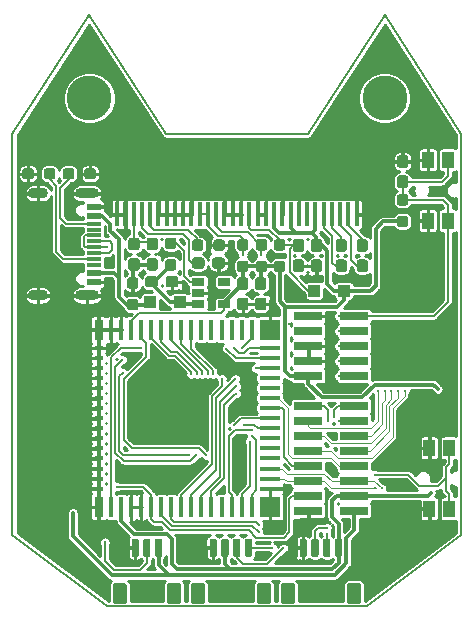
<source format=gbr>
%TF.GenerationSoftware,KiCad,Pcbnew,5.1.5+dfsg1-2build2*%
%TF.CreationDate,2022-05-20T22:28:17-07:00*%
%TF.ProjectId,v1.0-RubberNugget,76312e30-2d52-4756-9262-65724e756767,rev?*%
%TF.SameCoordinates,Original*%
%TF.FileFunction,Copper,L2,Bot*%
%TF.FilePolarity,Positive*%
%FSLAX46Y46*%
G04 Gerber Fmt 4.6, Leading zero omitted, Abs format (unit mm)*
G04 Created by KiCad (PCBNEW 5.1.5+dfsg1-2build2) date 2022-05-20 22:28:17*
%MOMM*%
%LPD*%
G04 APERTURE LIST*
%TA.AperFunction,Profile*%
%ADD10C,0.200000*%
%TD*%
%TA.AperFunction,SMDPad,CuDef*%
%ADD11R,0.400000X2.000000*%
%TD*%
%TA.AperFunction,SMDPad,CuDef*%
%ADD12C,0.150000*%
%TD*%
%TA.AperFunction,SMDPad,CuDef*%
%ADD13R,1.200000X1.200000*%
%TD*%
%TA.AperFunction,SMDPad,CuDef*%
%ADD14R,1.800000X1.800000*%
%TD*%
%TA.AperFunction,SMDPad,CuDef*%
%ADD15R,0.800000X1.800000*%
%TD*%
%TA.AperFunction,SMDPad,CuDef*%
%ADD16R,0.800000X0.400000*%
%TD*%
%TA.AperFunction,SMDPad,CuDef*%
%ADD17R,0.400000X1.800000*%
%TD*%
%TA.AperFunction,SMDPad,CuDef*%
%ADD18R,1.800000X0.400000*%
%TD*%
%TA.AperFunction,SMDPad,CuDef*%
%ADD19R,2.400000X0.740000*%
%TD*%
%TA.AperFunction,ComponentPad*%
%ADD20C,3.800000*%
%TD*%
%TA.AperFunction,SMDPad,CuDef*%
%ADD21R,1.000000X1.000000*%
%TD*%
%TA.AperFunction,SMDPad,CuDef*%
%ADD22R,1.160000X0.600000*%
%TD*%
%TA.AperFunction,SMDPad,CuDef*%
%ADD23R,1.160000X0.300000*%
%TD*%
%TA.AperFunction,ComponentPad*%
%ADD24O,1.700000X0.900000*%
%TD*%
%TA.AperFunction,ComponentPad*%
%ADD25O,2.000000X0.900000*%
%TD*%
%TA.AperFunction,SMDPad,CuDef*%
%ADD26R,1.060000X0.650000*%
%TD*%
%TA.AperFunction,SMDPad,CuDef*%
%ADD27R,1.000000X1.450000*%
%TD*%
%TA.AperFunction,ViaPad*%
%ADD28C,0.300000*%
%TD*%
%TA.AperFunction,Conductor*%
%ADD29C,0.300000*%
%TD*%
%TA.AperFunction,Conductor*%
%ADD30C,0.150000*%
%TD*%
%TA.AperFunction,Conductor*%
%ADD31C,0.100000*%
%TD*%
%TA.AperFunction,Conductor*%
%ADD32C,0.254000*%
%TD*%
%TA.AperFunction,NonConductor*%
%ADD33C,0.254000*%
%TD*%
G04 APERTURE END LIST*
D10*
X-19000000Y-17000000D02*
X-19000000Y17000000D01*
X-11000000Y-23000000D02*
X-19000000Y-17000000D01*
X11000000Y-23000000D02*
X-11000000Y-23000000D01*
X19000000Y-17000000D02*
X11000000Y-23000000D01*
X19000000Y17000000D02*
X19000000Y-17000000D01*
X12500000Y27000000D02*
X19000000Y17000000D01*
X6000000Y17000000D02*
X12500000Y27000000D01*
X-6000000Y17000000D02*
X6000000Y17000000D01*
X-12500000Y27000000D02*
X-6000000Y17000000D01*
X-19000000Y17000000D02*
X-12500000Y27000000D01*
D11*
%TO.P,U2,1*%
%TO.N,GND*%
X10150000Y10160000D03*
%TO.P,U2,2*%
%TO.N,Net-(C9-Pad1)*%
X9450000Y10160000D03*
%TO.P,U2,3*%
%TO.N,Net-(C9-Pad2)*%
X8750000Y10160000D03*
%TO.P,U2,4*%
%TO.N,Net-(C10-Pad1)*%
X8050000Y10160000D03*
%TO.P,U2,5*%
%TO.N,Net-(C10-Pad2)*%
X7350000Y10160000D03*
%TO.P,U2,6*%
%TO.N,+3V3*%
X6650000Y10160000D03*
%TO.P,U2,7*%
%TO.N,Net-(U2-Pad7)*%
X5950000Y10160000D03*
%TO.P,U2,8*%
%TO.N,GND*%
X5250000Y10160000D03*
%TO.P,U2,9*%
%TO.N,+3V3*%
X4550000Y10160000D03*
%TO.P,U2,10*%
%TO.N,GND*%
X3850000Y10160000D03*
%TO.P,U2,11*%
%TO.N,+3V3*%
X3150000Y10160000D03*
%TO.P,U2,12*%
%TO.N,GND*%
X2450000Y10160000D03*
%TO.P,U2,13*%
X1750000Y10160000D03*
%TO.P,U2,14*%
%TO.N,RES*%
X1050000Y10160000D03*
%TO.P,U2,15*%
%TO.N,GND*%
X350000Y10160000D03*
%TO.P,U2,16*%
X-350000Y10160000D03*
%TO.P,U2,17*%
X-1050000Y10160000D03*
%TO.P,U2,18*%
%TO.N,SCL*%
X-1750000Y10160000D03*
%TO.P,U2,19*%
%TO.N,SDA*%
X-2450000Y10160000D03*
%TO.P,U2,20*%
X-3150000Y10160000D03*
%TO.P,U2,21*%
%TO.N,GND*%
X-3850000Y10160000D03*
%TO.P,U2,22*%
X-4550000Y10160000D03*
%TO.P,U2,23*%
X-5250000Y10160000D03*
%TO.P,U2,24*%
X-5950000Y10160000D03*
%TO.P,U2,25*%
X-6650000Y10160000D03*
%TO.P,U2,26*%
%TO.N,Net-(R9-Pad1)*%
X-7350000Y10160000D03*
%TO.P,U2,27*%
%TO.N,Net-(C11-Pad1)*%
X-8050000Y10160000D03*
%TO.P,U2,28*%
%TO.N,Net-(C7-Pad2)*%
X-8750000Y10160000D03*
%TO.P,U2,29*%
%TO.N,GND*%
X-9450000Y10160000D03*
%TO.P,U2,30*%
X-10150000Y10160000D03*
%TD*%
%TA.AperFunction,SMDPad,CuDef*%
D12*
%TO.P,C2,2*%
%TO.N,GND*%
G36*
X2292779Y3102856D02*
G01*
X2315834Y3099437D01*
X2338443Y3093773D01*
X2360387Y3085921D01*
X2381457Y3075956D01*
X2401448Y3063974D01*
X2420168Y3050090D01*
X2437438Y3034438D01*
X2453090Y3017168D01*
X2466974Y2998448D01*
X2478956Y2978457D01*
X2488921Y2957387D01*
X2496773Y2935443D01*
X2502437Y2912834D01*
X2505856Y2889779D01*
X2507000Y2866500D01*
X2507000Y2266500D01*
X2505856Y2243221D01*
X2502437Y2220166D01*
X2496773Y2197557D01*
X2488921Y2175613D01*
X2478956Y2154543D01*
X2466974Y2134552D01*
X2453090Y2115832D01*
X2437438Y2098562D01*
X2420168Y2082910D01*
X2401448Y2069026D01*
X2381457Y2057044D01*
X2360387Y2047079D01*
X2338443Y2039227D01*
X2315834Y2033563D01*
X2292779Y2030144D01*
X2269500Y2029000D01*
X1794500Y2029000D01*
X1771221Y2030144D01*
X1748166Y2033563D01*
X1725557Y2039227D01*
X1703613Y2047079D01*
X1682543Y2057044D01*
X1662552Y2069026D01*
X1643832Y2082910D01*
X1626562Y2098562D01*
X1610910Y2115832D01*
X1597026Y2134552D01*
X1585044Y2154543D01*
X1575079Y2175613D01*
X1567227Y2197557D01*
X1561563Y2220166D01*
X1558144Y2243221D01*
X1557000Y2266500D01*
X1557000Y2866500D01*
X1558144Y2889779D01*
X1561563Y2912834D01*
X1567227Y2935443D01*
X1575079Y2957387D01*
X1585044Y2978457D01*
X1597026Y2998448D01*
X1610910Y3017168D01*
X1626562Y3034438D01*
X1643832Y3050090D01*
X1662552Y3063974D01*
X1682543Y3075956D01*
X1703613Y3085921D01*
X1725557Y3093773D01*
X1748166Y3099437D01*
X1771221Y3102856D01*
X1794500Y3104000D01*
X2269500Y3104000D01*
X2292779Y3102856D01*
G37*
%TD.AperFunction*%
%TA.AperFunction,SMDPad,CuDef*%
%TO.P,C2,1*%
%TO.N,+3V3*%
G36*
X2292779Y4827856D02*
G01*
X2315834Y4824437D01*
X2338443Y4818773D01*
X2360387Y4810921D01*
X2381457Y4800956D01*
X2401448Y4788974D01*
X2420168Y4775090D01*
X2437438Y4759438D01*
X2453090Y4742168D01*
X2466974Y4723448D01*
X2478956Y4703457D01*
X2488921Y4682387D01*
X2496773Y4660443D01*
X2502437Y4637834D01*
X2505856Y4614779D01*
X2507000Y4591500D01*
X2507000Y3991500D01*
X2505856Y3968221D01*
X2502437Y3945166D01*
X2496773Y3922557D01*
X2488921Y3900613D01*
X2478956Y3879543D01*
X2466974Y3859552D01*
X2453090Y3840832D01*
X2437438Y3823562D01*
X2420168Y3807910D01*
X2401448Y3794026D01*
X2381457Y3782044D01*
X2360387Y3772079D01*
X2338443Y3764227D01*
X2315834Y3758563D01*
X2292779Y3755144D01*
X2269500Y3754000D01*
X1794500Y3754000D01*
X1771221Y3755144D01*
X1748166Y3758563D01*
X1725557Y3764227D01*
X1703613Y3772079D01*
X1682543Y3782044D01*
X1662552Y3794026D01*
X1643832Y3807910D01*
X1626562Y3823562D01*
X1610910Y3840832D01*
X1597026Y3859552D01*
X1585044Y3879543D01*
X1575079Y3900613D01*
X1567227Y3922557D01*
X1561563Y3945166D01*
X1558144Y3968221D01*
X1557000Y3991500D01*
X1557000Y4591500D01*
X1558144Y4614779D01*
X1561563Y4637834D01*
X1567227Y4660443D01*
X1575079Y4682387D01*
X1585044Y4703457D01*
X1597026Y4723448D01*
X1610910Y4742168D01*
X1626562Y4759438D01*
X1643832Y4775090D01*
X1662552Y4788974D01*
X1682543Y4800956D01*
X1703613Y4810921D01*
X1725557Y4818773D01*
X1748166Y4824437D01*
X1771221Y4827856D01*
X1794500Y4829000D01*
X2269500Y4829000D01*
X2292779Y4827856D01*
G37*
%TD.AperFunction*%
%TD*%
%TA.AperFunction,SMDPad,CuDef*%
%TO.P,J3,MP*%
%TO.N,N/C*%
G36*
X-9545495Y-21042204D02*
G01*
X-9521227Y-21045804D01*
X-9497428Y-21051765D01*
X-9474329Y-21060030D01*
X-9452150Y-21070520D01*
X-9431107Y-21083132D01*
X-9411401Y-21097747D01*
X-9393223Y-21114223D01*
X-9376747Y-21132401D01*
X-9362132Y-21152107D01*
X-9349520Y-21173150D01*
X-9339030Y-21195329D01*
X-9330765Y-21218428D01*
X-9324804Y-21242227D01*
X-9321204Y-21266495D01*
X-9320000Y-21290999D01*
X-9320000Y-22591001D01*
X-9321204Y-22615505D01*
X-9324804Y-22639773D01*
X-9330765Y-22663572D01*
X-9339030Y-22686671D01*
X-9349520Y-22708850D01*
X-9362132Y-22729893D01*
X-9376747Y-22749599D01*
X-9393223Y-22767777D01*
X-9411401Y-22784253D01*
X-9431107Y-22798868D01*
X-9452150Y-22811480D01*
X-9474329Y-22821970D01*
X-9497428Y-22830235D01*
X-9521227Y-22836196D01*
X-9545495Y-22839796D01*
X-9569999Y-22841000D01*
X-10270001Y-22841000D01*
X-10294505Y-22839796D01*
X-10318773Y-22836196D01*
X-10342572Y-22830235D01*
X-10365671Y-22821970D01*
X-10387850Y-22811480D01*
X-10408893Y-22798868D01*
X-10428599Y-22784253D01*
X-10446777Y-22767777D01*
X-10463253Y-22749599D01*
X-10477868Y-22729893D01*
X-10490480Y-22708850D01*
X-10500970Y-22686671D01*
X-10509235Y-22663572D01*
X-10515196Y-22639773D01*
X-10518796Y-22615505D01*
X-10520000Y-22591001D01*
X-10520000Y-21290999D01*
X-10518796Y-21266495D01*
X-10515196Y-21242227D01*
X-10509235Y-21218428D01*
X-10500970Y-21195329D01*
X-10490480Y-21173150D01*
X-10477868Y-21152107D01*
X-10463253Y-21132401D01*
X-10446777Y-21114223D01*
X-10428599Y-21097747D01*
X-10408893Y-21083132D01*
X-10387850Y-21070520D01*
X-10365671Y-21060030D01*
X-10342572Y-21051765D01*
X-10318773Y-21045804D01*
X-10294505Y-21042204D01*
X-10270001Y-21041000D01*
X-9569999Y-21041000D01*
X-9545495Y-21042204D01*
G37*
%TD.AperFunction*%
%TA.AperFunction,SMDPad,CuDef*%
G36*
X-4945495Y-21042204D02*
G01*
X-4921227Y-21045804D01*
X-4897428Y-21051765D01*
X-4874329Y-21060030D01*
X-4852150Y-21070520D01*
X-4831107Y-21083132D01*
X-4811401Y-21097747D01*
X-4793223Y-21114223D01*
X-4776747Y-21132401D01*
X-4762132Y-21152107D01*
X-4749520Y-21173150D01*
X-4739030Y-21195329D01*
X-4730765Y-21218428D01*
X-4724804Y-21242227D01*
X-4721204Y-21266495D01*
X-4720000Y-21290999D01*
X-4720000Y-22591001D01*
X-4721204Y-22615505D01*
X-4724804Y-22639773D01*
X-4730765Y-22663572D01*
X-4739030Y-22686671D01*
X-4749520Y-22708850D01*
X-4762132Y-22729893D01*
X-4776747Y-22749599D01*
X-4793223Y-22767777D01*
X-4811401Y-22784253D01*
X-4831107Y-22798868D01*
X-4852150Y-22811480D01*
X-4874329Y-22821970D01*
X-4897428Y-22830235D01*
X-4921227Y-22836196D01*
X-4945495Y-22839796D01*
X-4969999Y-22841000D01*
X-5670001Y-22841000D01*
X-5694505Y-22839796D01*
X-5718773Y-22836196D01*
X-5742572Y-22830235D01*
X-5765671Y-22821970D01*
X-5787850Y-22811480D01*
X-5808893Y-22798868D01*
X-5828599Y-22784253D01*
X-5846777Y-22767777D01*
X-5863253Y-22749599D01*
X-5877868Y-22729893D01*
X-5890480Y-22708850D01*
X-5900970Y-22686671D01*
X-5909235Y-22663572D01*
X-5915196Y-22639773D01*
X-5918796Y-22615505D01*
X-5920000Y-22591001D01*
X-5920000Y-21290999D01*
X-5918796Y-21266495D01*
X-5915196Y-21242227D01*
X-5909235Y-21218428D01*
X-5900970Y-21195329D01*
X-5890480Y-21173150D01*
X-5877868Y-21152107D01*
X-5863253Y-21132401D01*
X-5846777Y-21114223D01*
X-5828599Y-21097747D01*
X-5808893Y-21083132D01*
X-5787850Y-21070520D01*
X-5765671Y-21060030D01*
X-5742572Y-21051765D01*
X-5718773Y-21045804D01*
X-5694505Y-21042204D01*
X-5670001Y-21041000D01*
X-4969999Y-21041000D01*
X-4945495Y-21042204D01*
G37*
%TD.AperFunction*%
%TA.AperFunction,SMDPad,CuDef*%
%TO.P,J3,3*%
%TO.N,GND*%
G36*
X-8455297Y-17291722D02*
G01*
X-8440736Y-17293882D01*
X-8426457Y-17297459D01*
X-8412597Y-17302418D01*
X-8399290Y-17308712D01*
X-8386664Y-17316280D01*
X-8374841Y-17325048D01*
X-8363934Y-17334934D01*
X-8354048Y-17345841D01*
X-8345280Y-17357664D01*
X-8337712Y-17370290D01*
X-8331418Y-17383597D01*
X-8326459Y-17397457D01*
X-8322882Y-17411736D01*
X-8320722Y-17426297D01*
X-8320000Y-17441000D01*
X-8320000Y-18691000D01*
X-8320722Y-18705703D01*
X-8322882Y-18720264D01*
X-8326459Y-18734543D01*
X-8331418Y-18748403D01*
X-8337712Y-18761710D01*
X-8345280Y-18774336D01*
X-8354048Y-18786159D01*
X-8363934Y-18797066D01*
X-8374841Y-18806952D01*
X-8386664Y-18815720D01*
X-8399290Y-18823288D01*
X-8412597Y-18829582D01*
X-8426457Y-18834541D01*
X-8440736Y-18838118D01*
X-8455297Y-18840278D01*
X-8470000Y-18841000D01*
X-8770000Y-18841000D01*
X-8784703Y-18840278D01*
X-8799264Y-18838118D01*
X-8813543Y-18834541D01*
X-8827403Y-18829582D01*
X-8840710Y-18823288D01*
X-8853336Y-18815720D01*
X-8865159Y-18806952D01*
X-8876066Y-18797066D01*
X-8885952Y-18786159D01*
X-8894720Y-18774336D01*
X-8902288Y-18761710D01*
X-8908582Y-18748403D01*
X-8913541Y-18734543D01*
X-8917118Y-18720264D01*
X-8919278Y-18705703D01*
X-8920000Y-18691000D01*
X-8920000Y-17441000D01*
X-8919278Y-17426297D01*
X-8917118Y-17411736D01*
X-8913541Y-17397457D01*
X-8908582Y-17383597D01*
X-8902288Y-17370290D01*
X-8894720Y-17357664D01*
X-8885952Y-17345841D01*
X-8876066Y-17334934D01*
X-8865159Y-17325048D01*
X-8853336Y-17316280D01*
X-8840710Y-17308712D01*
X-8827403Y-17302418D01*
X-8813543Y-17297459D01*
X-8799264Y-17293882D01*
X-8784703Y-17291722D01*
X-8770000Y-17291000D01*
X-8470000Y-17291000D01*
X-8455297Y-17291722D01*
G37*
%TD.AperFunction*%
%TA.AperFunction,SMDPad,CuDef*%
%TO.P,J3,2*%
%TO.N,DOUT*%
G36*
X-7455297Y-17291722D02*
G01*
X-7440736Y-17293882D01*
X-7426457Y-17297459D01*
X-7412597Y-17302418D01*
X-7399290Y-17308712D01*
X-7386664Y-17316280D01*
X-7374841Y-17325048D01*
X-7363934Y-17334934D01*
X-7354048Y-17345841D01*
X-7345280Y-17357664D01*
X-7337712Y-17370290D01*
X-7331418Y-17383597D01*
X-7326459Y-17397457D01*
X-7322882Y-17411736D01*
X-7320722Y-17426297D01*
X-7320000Y-17441000D01*
X-7320000Y-18691000D01*
X-7320722Y-18705703D01*
X-7322882Y-18720264D01*
X-7326459Y-18734543D01*
X-7331418Y-18748403D01*
X-7337712Y-18761710D01*
X-7345280Y-18774336D01*
X-7354048Y-18786159D01*
X-7363934Y-18797066D01*
X-7374841Y-18806952D01*
X-7386664Y-18815720D01*
X-7399290Y-18823288D01*
X-7412597Y-18829582D01*
X-7426457Y-18834541D01*
X-7440736Y-18838118D01*
X-7455297Y-18840278D01*
X-7470000Y-18841000D01*
X-7770000Y-18841000D01*
X-7784703Y-18840278D01*
X-7799264Y-18838118D01*
X-7813543Y-18834541D01*
X-7827403Y-18829582D01*
X-7840710Y-18823288D01*
X-7853336Y-18815720D01*
X-7865159Y-18806952D01*
X-7876066Y-18797066D01*
X-7885952Y-18786159D01*
X-7894720Y-18774336D01*
X-7902288Y-18761710D01*
X-7908582Y-18748403D01*
X-7913541Y-18734543D01*
X-7917118Y-18720264D01*
X-7919278Y-18705703D01*
X-7920000Y-18691000D01*
X-7920000Y-17441000D01*
X-7919278Y-17426297D01*
X-7917118Y-17411736D01*
X-7913541Y-17397457D01*
X-7908582Y-17383597D01*
X-7902288Y-17370290D01*
X-7894720Y-17357664D01*
X-7885952Y-17345841D01*
X-7876066Y-17334934D01*
X-7865159Y-17325048D01*
X-7853336Y-17316280D01*
X-7840710Y-17308712D01*
X-7827403Y-17302418D01*
X-7813543Y-17297459D01*
X-7799264Y-17293882D01*
X-7784703Y-17291722D01*
X-7770000Y-17291000D01*
X-7470000Y-17291000D01*
X-7455297Y-17291722D01*
G37*
%TD.AperFunction*%
%TA.AperFunction,SMDPad,CuDef*%
%TO.P,J3,1*%
%TO.N,VMAX*%
G36*
X-6455297Y-17291722D02*
G01*
X-6440736Y-17293882D01*
X-6426457Y-17297459D01*
X-6412597Y-17302418D01*
X-6399290Y-17308712D01*
X-6386664Y-17316280D01*
X-6374841Y-17325048D01*
X-6363934Y-17334934D01*
X-6354048Y-17345841D01*
X-6345280Y-17357664D01*
X-6337712Y-17370290D01*
X-6331418Y-17383597D01*
X-6326459Y-17397457D01*
X-6322882Y-17411736D01*
X-6320722Y-17426297D01*
X-6320000Y-17441000D01*
X-6320000Y-18691000D01*
X-6320722Y-18705703D01*
X-6322882Y-18720264D01*
X-6326459Y-18734543D01*
X-6331418Y-18748403D01*
X-6337712Y-18761710D01*
X-6345280Y-18774336D01*
X-6354048Y-18786159D01*
X-6363934Y-18797066D01*
X-6374841Y-18806952D01*
X-6386664Y-18815720D01*
X-6399290Y-18823288D01*
X-6412597Y-18829582D01*
X-6426457Y-18834541D01*
X-6440736Y-18838118D01*
X-6455297Y-18840278D01*
X-6470000Y-18841000D01*
X-6770000Y-18841000D01*
X-6784703Y-18840278D01*
X-6799264Y-18838118D01*
X-6813543Y-18834541D01*
X-6827403Y-18829582D01*
X-6840710Y-18823288D01*
X-6853336Y-18815720D01*
X-6865159Y-18806952D01*
X-6876066Y-18797066D01*
X-6885952Y-18786159D01*
X-6894720Y-18774336D01*
X-6902288Y-18761710D01*
X-6908582Y-18748403D01*
X-6913541Y-18734543D01*
X-6917118Y-18720264D01*
X-6919278Y-18705703D01*
X-6920000Y-18691000D01*
X-6920000Y-17441000D01*
X-6919278Y-17426297D01*
X-6917118Y-17411736D01*
X-6913541Y-17397457D01*
X-6908582Y-17383597D01*
X-6902288Y-17370290D01*
X-6894720Y-17357664D01*
X-6885952Y-17345841D01*
X-6876066Y-17334934D01*
X-6865159Y-17325048D01*
X-6853336Y-17316280D01*
X-6840710Y-17308712D01*
X-6827403Y-17302418D01*
X-6813543Y-17297459D01*
X-6799264Y-17293882D01*
X-6784703Y-17291722D01*
X-6770000Y-17291000D01*
X-6470000Y-17291000D01*
X-6455297Y-17291722D01*
G37*
%TD.AperFunction*%
%TD*%
D13*
%TO.P,U1,46*%
%TO.N,GND*%
X-3049000Y-5462000D03*
X-3049000Y-8762000D03*
X-6349000Y-8762000D03*
%TA.AperFunction,SMDPad,CuDef*%
D12*
G36*
X-6949000Y-6062000D02*
G01*
X-6949000Y-5462000D01*
X-6349000Y-4862000D01*
X-5749000Y-4862000D01*
X-5749000Y-6062000D01*
X-6949000Y-6062000D01*
G37*
%TD.AperFunction*%
D13*
X-3049000Y-7112000D03*
X-4699000Y-5462000D03*
X-6349000Y-7112000D03*
X-4699000Y-8762000D03*
D14*
X2801000Y-14612000D03*
X2801000Y388000D03*
D15*
X-11699000Y-14612000D03*
X-11699000Y388000D03*
D16*
X-11699000Y-1162000D03*
X-11699000Y-2012000D03*
X-11699000Y-2862000D03*
X-11699000Y-3712000D03*
X-11699000Y-4562000D03*
X-11699000Y-5412000D03*
X-11699000Y-6262000D03*
X-11699000Y-7112000D03*
X-11699000Y-7962000D03*
X-11699000Y-8812000D03*
X-11699000Y-9662000D03*
X-11699000Y-10512000D03*
X-11699000Y-11362000D03*
X-11699000Y-12212000D03*
X-11699000Y-13062000D03*
D17*
%TO.P,U1,45*%
%TO.N,RST*%
X-10649000Y-14612000D03*
%TO.P,U1,44*%
%TO.N,+3V3*%
X-9799000Y-14620000D03*
%TO.P,U1,43*%
%TO.N,GND*%
X-8949000Y-14620000D03*
%TO.P,U1,42*%
X-8099000Y-14620000D03*
%TO.P,U1,41*%
%TO.N,NEOPIXEL*%
X-7249000Y-14620000D03*
%TO.P,U1,40*%
%TO.N,RX0*%
X-6399000Y-14620000D03*
%TO.P,U1,39*%
%TO.N,TX0*%
X-5549000Y-14620000D03*
%TO.P,U1,38*%
%TO.N,MTMS*%
X-4699000Y-14620000D03*
%TO.P,U1,37*%
%TO.N,MTDI*%
X-3849000Y-14620000D03*
%TO.P,U1,36*%
%TO.N,MTDO*%
X-2999000Y-14620000D03*
%TO.P,U1,35*%
%TO.N,MTCK*%
X-2149000Y-14620000D03*
%TO.P,U1,34*%
%TO.N,Net-(U1-Pad34)*%
X-1299000Y-14620000D03*
%TO.P,U1,33*%
%TO.N,MISO*%
X-449000Y-14620000D03*
%TO.P,U1,32*%
%TO.N,SCK*%
X401000Y-14620000D03*
%TO.P,U1,31*%
%TO.N,MOSI*%
X1251000Y-14620000D03*
D18*
%TO.P,U1,30*%
%TO.N,GND*%
X2801000Y-13062000D03*
%TO.P,U1,29*%
%TO.N,SCL*%
X2801000Y-12212000D03*
%TO.P,U1,28*%
%TO.N,SDA*%
X2801000Y-11362000D03*
%TO.P,U1,27*%
%TO.N,Net-(U1-Pad27)*%
X2801000Y-10512000D03*
%TO.P,U1,26*%
%TO.N,Net-(U1-Pad26)*%
X2801000Y-9662000D03*
%TO.P,U1,25*%
%TO.N,Net-(U1-Pad25)*%
X2801000Y-8812000D03*
%TO.P,U1,24*%
%TO.N,USB_D+*%
X2801000Y-7962000D03*
%TO.P,U1,23*%
%TO.N,USB_D-*%
X2801000Y-7112000D03*
%TO.P,U1,22*%
%TO.N,A0*%
X2801000Y-6262000D03*
%TO.P,U1,21*%
%TO.N,A1*%
X2801000Y-5412000D03*
%TO.P,U1,20*%
%TO.N,Net-(U1-Pad20)*%
X2801000Y-4562000D03*
%TO.P,U1,19*%
%TO.N,Net-(U1-Pad19)*%
X2801000Y-3712000D03*
%TO.P,U1,18*%
%TO.N,RT_BTN*%
X2801000Y-2862000D03*
%TO.P,U1,17*%
%TO.N,LT_BTN*%
X2801000Y-2012000D03*
%TO.P,U1,16*%
%TO.N,DN_BTN*%
X2801000Y-1162000D03*
D17*
%TO.P,U1,15*%
%TO.N,UP_BTN*%
X1251000Y396000D03*
%TO.P,U1,14*%
%TO.N,Net-(U1-Pad14)*%
X401000Y396000D03*
%TO.P,U1,13*%
%TO.N,Net-(U1-Pad13)*%
X-449000Y396000D03*
%TO.P,U1,12*%
%TO.N,Net-(U1-Pad12)*%
X-1299000Y396000D03*
%TO.P,U1,11*%
%TO.N,Net-(U1-Pad11)*%
X-2149000Y396000D03*
%TO.P,U1,10*%
%TO.N,Net-(U1-Pad10)*%
X-2999000Y396000D03*
%TO.P,U1,9*%
%TO.N,A6*%
X-3849000Y396000D03*
%TO.P,U1,8*%
%TO.N,A5*%
X-4699000Y396000D03*
%TO.P,U1,7*%
%TO.N,A4*%
X-5549000Y396000D03*
%TO.P,U1,6*%
%TO.N,A3*%
X-6399000Y396000D03*
%TO.P,U1,5*%
%TO.N,A2*%
X-7249000Y396000D03*
%TO.P,U1,4*%
%TO.N,BOOT*%
X-8099000Y396000D03*
%TO.P,U1,3*%
%TO.N,+3V3*%
X-8949000Y396000D03*
%TO.P,U1,2*%
%TO.N,GND*%
X-9799000Y396000D03*
%TO.P,U1,1*%
X-10649000Y388000D03*
%TD*%
D19*
%TO.P,J6,1*%
%TO.N,+3V3*%
X6050000Y-3540000D03*
%TO.P,J6,2*%
%TO.N,MTMS*%
X9950000Y-3540000D03*
%TO.P,J6,3*%
%TO.N,GND*%
X6050000Y-2270000D03*
%TO.P,J6,4*%
%TO.N,MTCK*%
X9950000Y-2270000D03*
%TO.P,J6,5*%
%TO.N,GND*%
X6050000Y-1000000D03*
%TO.P,J6,6*%
%TO.N,MTDO*%
X9950000Y-1000000D03*
%TO.P,J6,7*%
%TO.N,Net-(J6-Pad7)*%
X6050000Y270000D03*
%TO.P,J6,8*%
%TO.N,MTDI*%
X9950000Y270000D03*
%TO.P,J6,9*%
%TO.N,GND*%
X6050000Y1540000D03*
%TO.P,J6,10*%
%TO.N,RST*%
X9950000Y1540000D03*
%TD*%
D20*
%TO.P,,1*%
%TO.N,N/C*%
X12500000Y20000000D03*
%TD*%
%TO.P,REF\002A\002A,1*%
%TO.N,N/C*%
X-12500000Y20000000D03*
%TD*%
%TA.AperFunction,SMDPad,CuDef*%
D12*
%TO.P,J5,MP*%
%TO.N,N/C*%
G36*
X4686505Y-21042204D02*
G01*
X4710773Y-21045804D01*
X4734572Y-21051765D01*
X4757671Y-21060030D01*
X4779850Y-21070520D01*
X4800893Y-21083132D01*
X4820599Y-21097747D01*
X4838777Y-21114223D01*
X4855253Y-21132401D01*
X4869868Y-21152107D01*
X4882480Y-21173150D01*
X4892970Y-21195329D01*
X4901235Y-21218428D01*
X4907196Y-21242227D01*
X4910796Y-21266495D01*
X4912000Y-21290999D01*
X4912000Y-22591001D01*
X4910796Y-22615505D01*
X4907196Y-22639773D01*
X4901235Y-22663572D01*
X4892970Y-22686671D01*
X4882480Y-22708850D01*
X4869868Y-22729893D01*
X4855253Y-22749599D01*
X4838777Y-22767777D01*
X4820599Y-22784253D01*
X4800893Y-22798868D01*
X4779850Y-22811480D01*
X4757671Y-22821970D01*
X4734572Y-22830235D01*
X4710773Y-22836196D01*
X4686505Y-22839796D01*
X4662001Y-22841000D01*
X3961999Y-22841000D01*
X3937495Y-22839796D01*
X3913227Y-22836196D01*
X3889428Y-22830235D01*
X3866329Y-22821970D01*
X3844150Y-22811480D01*
X3823107Y-22798868D01*
X3803401Y-22784253D01*
X3785223Y-22767777D01*
X3768747Y-22749599D01*
X3754132Y-22729893D01*
X3741520Y-22708850D01*
X3731030Y-22686671D01*
X3722765Y-22663572D01*
X3716804Y-22639773D01*
X3713204Y-22615505D01*
X3712000Y-22591001D01*
X3712000Y-21290999D01*
X3713204Y-21266495D01*
X3716804Y-21242227D01*
X3722765Y-21218428D01*
X3731030Y-21195329D01*
X3741520Y-21173150D01*
X3754132Y-21152107D01*
X3768747Y-21132401D01*
X3785223Y-21114223D01*
X3803401Y-21097747D01*
X3823107Y-21083132D01*
X3844150Y-21070520D01*
X3866329Y-21060030D01*
X3889428Y-21051765D01*
X3913227Y-21045804D01*
X3937495Y-21042204D01*
X3961999Y-21041000D01*
X4662001Y-21041000D01*
X4686505Y-21042204D01*
G37*
%TD.AperFunction*%
%TA.AperFunction,SMDPad,CuDef*%
G36*
X10286505Y-21042204D02*
G01*
X10310773Y-21045804D01*
X10334572Y-21051765D01*
X10357671Y-21060030D01*
X10379850Y-21070520D01*
X10400893Y-21083132D01*
X10420599Y-21097747D01*
X10438777Y-21114223D01*
X10455253Y-21132401D01*
X10469868Y-21152107D01*
X10482480Y-21173150D01*
X10492970Y-21195329D01*
X10501235Y-21218428D01*
X10507196Y-21242227D01*
X10510796Y-21266495D01*
X10512000Y-21290999D01*
X10512000Y-22591001D01*
X10510796Y-22615505D01*
X10507196Y-22639773D01*
X10501235Y-22663572D01*
X10492970Y-22686671D01*
X10482480Y-22708850D01*
X10469868Y-22729893D01*
X10455253Y-22749599D01*
X10438777Y-22767777D01*
X10420599Y-22784253D01*
X10400893Y-22798868D01*
X10379850Y-22811480D01*
X10357671Y-22821970D01*
X10334572Y-22830235D01*
X10310773Y-22836196D01*
X10286505Y-22839796D01*
X10262001Y-22841000D01*
X9561999Y-22841000D01*
X9537495Y-22839796D01*
X9513227Y-22836196D01*
X9489428Y-22830235D01*
X9466329Y-22821970D01*
X9444150Y-22811480D01*
X9423107Y-22798868D01*
X9403401Y-22784253D01*
X9385223Y-22767777D01*
X9368747Y-22749599D01*
X9354132Y-22729893D01*
X9341520Y-22708850D01*
X9331030Y-22686671D01*
X9322765Y-22663572D01*
X9316804Y-22639773D01*
X9313204Y-22615505D01*
X9312000Y-22591001D01*
X9312000Y-21290999D01*
X9313204Y-21266495D01*
X9316804Y-21242227D01*
X9322765Y-21218428D01*
X9331030Y-21195329D01*
X9341520Y-21173150D01*
X9354132Y-21152107D01*
X9368747Y-21132401D01*
X9385223Y-21114223D01*
X9403401Y-21097747D01*
X9423107Y-21083132D01*
X9444150Y-21070520D01*
X9466329Y-21060030D01*
X9489428Y-21051765D01*
X9513227Y-21045804D01*
X9537495Y-21042204D01*
X9561999Y-21041000D01*
X10262001Y-21041000D01*
X10286505Y-21042204D01*
G37*
%TD.AperFunction*%
%TA.AperFunction,SMDPad,CuDef*%
%TO.P,J5,4*%
%TO.N,GND*%
G36*
X5776703Y-17291722D02*
G01*
X5791264Y-17293882D01*
X5805543Y-17297459D01*
X5819403Y-17302418D01*
X5832710Y-17308712D01*
X5845336Y-17316280D01*
X5857159Y-17325048D01*
X5868066Y-17334934D01*
X5877952Y-17345841D01*
X5886720Y-17357664D01*
X5894288Y-17370290D01*
X5900582Y-17383597D01*
X5905541Y-17397457D01*
X5909118Y-17411736D01*
X5911278Y-17426297D01*
X5912000Y-17441000D01*
X5912000Y-18691000D01*
X5911278Y-18705703D01*
X5909118Y-18720264D01*
X5905541Y-18734543D01*
X5900582Y-18748403D01*
X5894288Y-18761710D01*
X5886720Y-18774336D01*
X5877952Y-18786159D01*
X5868066Y-18797066D01*
X5857159Y-18806952D01*
X5845336Y-18815720D01*
X5832710Y-18823288D01*
X5819403Y-18829582D01*
X5805543Y-18834541D01*
X5791264Y-18838118D01*
X5776703Y-18840278D01*
X5762000Y-18841000D01*
X5462000Y-18841000D01*
X5447297Y-18840278D01*
X5432736Y-18838118D01*
X5418457Y-18834541D01*
X5404597Y-18829582D01*
X5391290Y-18823288D01*
X5378664Y-18815720D01*
X5366841Y-18806952D01*
X5355934Y-18797066D01*
X5346048Y-18786159D01*
X5337280Y-18774336D01*
X5329712Y-18761710D01*
X5323418Y-18748403D01*
X5318459Y-18734543D01*
X5314882Y-18720264D01*
X5312722Y-18705703D01*
X5312000Y-18691000D01*
X5312000Y-17441000D01*
X5312722Y-17426297D01*
X5314882Y-17411736D01*
X5318459Y-17397457D01*
X5323418Y-17383597D01*
X5329712Y-17370290D01*
X5337280Y-17357664D01*
X5346048Y-17345841D01*
X5355934Y-17334934D01*
X5366841Y-17325048D01*
X5378664Y-17316280D01*
X5391290Y-17308712D01*
X5404597Y-17302418D01*
X5418457Y-17297459D01*
X5432736Y-17293882D01*
X5447297Y-17291722D01*
X5462000Y-17291000D01*
X5762000Y-17291000D01*
X5776703Y-17291722D01*
G37*
%TD.AperFunction*%
%TA.AperFunction,SMDPad,CuDef*%
%TO.P,J5,3*%
%TO.N,TX0*%
G36*
X6776703Y-17291722D02*
G01*
X6791264Y-17293882D01*
X6805543Y-17297459D01*
X6819403Y-17302418D01*
X6832710Y-17308712D01*
X6845336Y-17316280D01*
X6857159Y-17325048D01*
X6868066Y-17334934D01*
X6877952Y-17345841D01*
X6886720Y-17357664D01*
X6894288Y-17370290D01*
X6900582Y-17383597D01*
X6905541Y-17397457D01*
X6909118Y-17411736D01*
X6911278Y-17426297D01*
X6912000Y-17441000D01*
X6912000Y-18691000D01*
X6911278Y-18705703D01*
X6909118Y-18720264D01*
X6905541Y-18734543D01*
X6900582Y-18748403D01*
X6894288Y-18761710D01*
X6886720Y-18774336D01*
X6877952Y-18786159D01*
X6868066Y-18797066D01*
X6857159Y-18806952D01*
X6845336Y-18815720D01*
X6832710Y-18823288D01*
X6819403Y-18829582D01*
X6805543Y-18834541D01*
X6791264Y-18838118D01*
X6776703Y-18840278D01*
X6762000Y-18841000D01*
X6462000Y-18841000D01*
X6447297Y-18840278D01*
X6432736Y-18838118D01*
X6418457Y-18834541D01*
X6404597Y-18829582D01*
X6391290Y-18823288D01*
X6378664Y-18815720D01*
X6366841Y-18806952D01*
X6355934Y-18797066D01*
X6346048Y-18786159D01*
X6337280Y-18774336D01*
X6329712Y-18761710D01*
X6323418Y-18748403D01*
X6318459Y-18734543D01*
X6314882Y-18720264D01*
X6312722Y-18705703D01*
X6312000Y-18691000D01*
X6312000Y-17441000D01*
X6312722Y-17426297D01*
X6314882Y-17411736D01*
X6318459Y-17397457D01*
X6323418Y-17383597D01*
X6329712Y-17370290D01*
X6337280Y-17357664D01*
X6346048Y-17345841D01*
X6355934Y-17334934D01*
X6366841Y-17325048D01*
X6378664Y-17316280D01*
X6391290Y-17308712D01*
X6404597Y-17302418D01*
X6418457Y-17297459D01*
X6432736Y-17293882D01*
X6447297Y-17291722D01*
X6462000Y-17291000D01*
X6762000Y-17291000D01*
X6776703Y-17291722D01*
G37*
%TD.AperFunction*%
%TA.AperFunction,SMDPad,CuDef*%
%TO.P,J5,2*%
%TO.N,RX0*%
G36*
X7776703Y-17291722D02*
G01*
X7791264Y-17293882D01*
X7805543Y-17297459D01*
X7819403Y-17302418D01*
X7832710Y-17308712D01*
X7845336Y-17316280D01*
X7857159Y-17325048D01*
X7868066Y-17334934D01*
X7877952Y-17345841D01*
X7886720Y-17357664D01*
X7894288Y-17370290D01*
X7900582Y-17383597D01*
X7905541Y-17397457D01*
X7909118Y-17411736D01*
X7911278Y-17426297D01*
X7912000Y-17441000D01*
X7912000Y-18691000D01*
X7911278Y-18705703D01*
X7909118Y-18720264D01*
X7905541Y-18734543D01*
X7900582Y-18748403D01*
X7894288Y-18761710D01*
X7886720Y-18774336D01*
X7877952Y-18786159D01*
X7868066Y-18797066D01*
X7857159Y-18806952D01*
X7845336Y-18815720D01*
X7832710Y-18823288D01*
X7819403Y-18829582D01*
X7805543Y-18834541D01*
X7791264Y-18838118D01*
X7776703Y-18840278D01*
X7762000Y-18841000D01*
X7462000Y-18841000D01*
X7447297Y-18840278D01*
X7432736Y-18838118D01*
X7418457Y-18834541D01*
X7404597Y-18829582D01*
X7391290Y-18823288D01*
X7378664Y-18815720D01*
X7366841Y-18806952D01*
X7355934Y-18797066D01*
X7346048Y-18786159D01*
X7337280Y-18774336D01*
X7329712Y-18761710D01*
X7323418Y-18748403D01*
X7318459Y-18734543D01*
X7314882Y-18720264D01*
X7312722Y-18705703D01*
X7312000Y-18691000D01*
X7312000Y-17441000D01*
X7312722Y-17426297D01*
X7314882Y-17411736D01*
X7318459Y-17397457D01*
X7323418Y-17383597D01*
X7329712Y-17370290D01*
X7337280Y-17357664D01*
X7346048Y-17345841D01*
X7355934Y-17334934D01*
X7366841Y-17325048D01*
X7378664Y-17316280D01*
X7391290Y-17308712D01*
X7404597Y-17302418D01*
X7418457Y-17297459D01*
X7432736Y-17293882D01*
X7447297Y-17291722D01*
X7462000Y-17291000D01*
X7762000Y-17291000D01*
X7776703Y-17291722D01*
G37*
%TD.AperFunction*%
%TA.AperFunction,SMDPad,CuDef*%
%TO.P,J5,1*%
%TO.N,+3V3*%
G36*
X8776703Y-17291722D02*
G01*
X8791264Y-17293882D01*
X8805543Y-17297459D01*
X8819403Y-17302418D01*
X8832710Y-17308712D01*
X8845336Y-17316280D01*
X8857159Y-17325048D01*
X8868066Y-17334934D01*
X8877952Y-17345841D01*
X8886720Y-17357664D01*
X8894288Y-17370290D01*
X8900582Y-17383597D01*
X8905541Y-17397457D01*
X8909118Y-17411736D01*
X8911278Y-17426297D01*
X8912000Y-17441000D01*
X8912000Y-18691000D01*
X8911278Y-18705703D01*
X8909118Y-18720264D01*
X8905541Y-18734543D01*
X8900582Y-18748403D01*
X8894288Y-18761710D01*
X8886720Y-18774336D01*
X8877952Y-18786159D01*
X8868066Y-18797066D01*
X8857159Y-18806952D01*
X8845336Y-18815720D01*
X8832710Y-18823288D01*
X8819403Y-18829582D01*
X8805543Y-18834541D01*
X8791264Y-18838118D01*
X8776703Y-18840278D01*
X8762000Y-18841000D01*
X8462000Y-18841000D01*
X8447297Y-18840278D01*
X8432736Y-18838118D01*
X8418457Y-18834541D01*
X8404597Y-18829582D01*
X8391290Y-18823288D01*
X8378664Y-18815720D01*
X8366841Y-18806952D01*
X8355934Y-18797066D01*
X8346048Y-18786159D01*
X8337280Y-18774336D01*
X8329712Y-18761710D01*
X8323418Y-18748403D01*
X8318459Y-18734543D01*
X8314882Y-18720264D01*
X8312722Y-18705703D01*
X8312000Y-18691000D01*
X8312000Y-17441000D01*
X8312722Y-17426297D01*
X8314882Y-17411736D01*
X8318459Y-17397457D01*
X8323418Y-17383597D01*
X8329712Y-17370290D01*
X8337280Y-17357664D01*
X8346048Y-17345841D01*
X8355934Y-17334934D01*
X8366841Y-17325048D01*
X8378664Y-17316280D01*
X8391290Y-17308712D01*
X8404597Y-17302418D01*
X8418457Y-17297459D01*
X8432736Y-17293882D01*
X8447297Y-17291722D01*
X8462000Y-17291000D01*
X8762000Y-17291000D01*
X8776703Y-17291722D01*
G37*
%TD.AperFunction*%
%TD*%
D19*
%TO.P,J4,16*%
%TO.N,GND*%
X6050000Y-14945000D03*
%TO.P,J4,15*%
%TO.N,VMAX*%
X9950000Y-14945000D03*
%TO.P,J4,14*%
%TO.N,NEOPIXEL*%
X6050000Y-13675000D03*
%TO.P,J4,13*%
%TO.N,+3V3*%
X9950000Y-13675000D03*
%TO.P,J4,12*%
%TO.N,SCL*%
X6050000Y-12405000D03*
%TO.P,J4,11*%
%TO.N,SDA*%
X9950000Y-12405000D03*
%TO.P,J4,10*%
%TO.N,A0*%
X6050000Y-11135000D03*
%TO.P,J4,9*%
%TO.N,A1*%
X9950000Y-11135000D03*
%TO.P,J4,8*%
%TO.N,A2*%
X6050000Y-9865000D03*
%TO.P,J4,7*%
%TO.N,A3*%
X9950000Y-9865000D03*
%TO.P,J4,6*%
%TO.N,A4*%
X6050000Y-8595000D03*
%TO.P,J4,5*%
%TO.N,A5*%
X9950000Y-8595000D03*
%TO.P,J4,4*%
%TO.N,A6*%
X6050000Y-7325000D03*
%TO.P,J4,3*%
%TO.N,SCK*%
X9950000Y-7325000D03*
%TO.P,J4,2*%
%TO.N,MISO*%
X6050000Y-6055000D03*
%TO.P,J4,1*%
%TO.N,MOSI*%
X9950000Y-6055000D03*
%TD*%
D21*
%TO.P,D2,2*%
%TO.N,VBUS*%
X-7346000Y2730500D03*
%TO.P,D2,1*%
%TO.N,VMAX*%
X-4846000Y2730500D03*
%TD*%
%TA.AperFunction,SMDPad,CuDef*%
D12*
%TO.P,R5,1*%
%TO.N,VBUS*%
G36*
X-8565721Y3002856D02*
G01*
X-8542666Y2999437D01*
X-8520057Y2993773D01*
X-8498113Y2985921D01*
X-8477043Y2975956D01*
X-8457052Y2963974D01*
X-8438332Y2950090D01*
X-8421062Y2934438D01*
X-8405410Y2917168D01*
X-8391526Y2898448D01*
X-8379544Y2878457D01*
X-8369579Y2857387D01*
X-8361727Y2835443D01*
X-8356063Y2812834D01*
X-8352644Y2789779D01*
X-8351500Y2766500D01*
X-8351500Y2266500D01*
X-8352644Y2243221D01*
X-8356063Y2220166D01*
X-8361727Y2197557D01*
X-8369579Y2175613D01*
X-8379544Y2154543D01*
X-8391526Y2134552D01*
X-8405410Y2115832D01*
X-8421062Y2098562D01*
X-8438332Y2082910D01*
X-8457052Y2069026D01*
X-8477043Y2057044D01*
X-8498113Y2047079D01*
X-8520057Y2039227D01*
X-8542666Y2033563D01*
X-8565721Y2030144D01*
X-8589000Y2029000D01*
X-9064000Y2029000D01*
X-9087279Y2030144D01*
X-9110334Y2033563D01*
X-9132943Y2039227D01*
X-9154887Y2047079D01*
X-9175957Y2057044D01*
X-9195948Y2069026D01*
X-9214668Y2082910D01*
X-9231938Y2098562D01*
X-9247590Y2115832D01*
X-9261474Y2134552D01*
X-9273456Y2154543D01*
X-9283421Y2175613D01*
X-9291273Y2197557D01*
X-9296937Y2220166D01*
X-9300356Y2243221D01*
X-9301500Y2266500D01*
X-9301500Y2766500D01*
X-9300356Y2789779D01*
X-9296937Y2812834D01*
X-9291273Y2835443D01*
X-9283421Y2857387D01*
X-9273456Y2878457D01*
X-9261474Y2898448D01*
X-9247590Y2917168D01*
X-9231938Y2934438D01*
X-9214668Y2950090D01*
X-9195948Y2963974D01*
X-9175957Y2975956D01*
X-9154887Y2985921D01*
X-9132943Y2993773D01*
X-9110334Y2999437D01*
X-9087279Y3002856D01*
X-9064000Y3004000D01*
X-8589000Y3004000D01*
X-8565721Y3002856D01*
G37*
%TD.AperFunction*%
%TA.AperFunction,SMDPad,CuDef*%
%TO.P,R5,2*%
%TO.N,GND*%
G36*
X-8565721Y4827856D02*
G01*
X-8542666Y4824437D01*
X-8520057Y4818773D01*
X-8498113Y4810921D01*
X-8477043Y4800956D01*
X-8457052Y4788974D01*
X-8438332Y4775090D01*
X-8421062Y4759438D01*
X-8405410Y4742168D01*
X-8391526Y4723448D01*
X-8379544Y4703457D01*
X-8369579Y4682387D01*
X-8361727Y4660443D01*
X-8356063Y4637834D01*
X-8352644Y4614779D01*
X-8351500Y4591500D01*
X-8351500Y4091500D01*
X-8352644Y4068221D01*
X-8356063Y4045166D01*
X-8361727Y4022557D01*
X-8369579Y4000613D01*
X-8379544Y3979543D01*
X-8391526Y3959552D01*
X-8405410Y3940832D01*
X-8421062Y3923562D01*
X-8438332Y3907910D01*
X-8457052Y3894026D01*
X-8477043Y3882044D01*
X-8498113Y3872079D01*
X-8520057Y3864227D01*
X-8542666Y3858563D01*
X-8565721Y3855144D01*
X-8589000Y3854000D01*
X-9064000Y3854000D01*
X-9087279Y3855144D01*
X-9110334Y3858563D01*
X-9132943Y3864227D01*
X-9154887Y3872079D01*
X-9175957Y3882044D01*
X-9195948Y3894026D01*
X-9214668Y3907910D01*
X-9231938Y3923562D01*
X-9247590Y3940832D01*
X-9261474Y3959552D01*
X-9273456Y3979543D01*
X-9283421Y4000613D01*
X-9291273Y4022557D01*
X-9296937Y4045166D01*
X-9300356Y4068221D01*
X-9301500Y4091500D01*
X-9301500Y4591500D01*
X-9300356Y4614779D01*
X-9296937Y4637834D01*
X-9291273Y4660443D01*
X-9283421Y4682387D01*
X-9273456Y4703457D01*
X-9261474Y4723448D01*
X-9247590Y4742168D01*
X-9231938Y4759438D01*
X-9214668Y4775090D01*
X-9195948Y4788974D01*
X-9175957Y4800956D01*
X-9154887Y4810921D01*
X-9132943Y4818773D01*
X-9110334Y4824437D01*
X-9087279Y4827856D01*
X-9064000Y4829000D01*
X-8589000Y4829000D01*
X-8565721Y4827856D01*
G37*
%TD.AperFunction*%
%TD*%
%TA.AperFunction,SMDPad,CuDef*%
%TO.P,C1,2*%
%TO.N,GND*%
G36*
X14294279Y15178356D02*
G01*
X14317334Y15174937D01*
X14339943Y15169273D01*
X14361887Y15161421D01*
X14382957Y15151456D01*
X14402948Y15139474D01*
X14421668Y15125590D01*
X14438938Y15109938D01*
X14454590Y15092668D01*
X14468474Y15073948D01*
X14480456Y15053957D01*
X14490421Y15032887D01*
X14498273Y15010943D01*
X14503937Y14988334D01*
X14507356Y14965279D01*
X14508500Y14942000D01*
X14508500Y14342000D01*
X14507356Y14318721D01*
X14503937Y14295666D01*
X14498273Y14273057D01*
X14490421Y14251113D01*
X14480456Y14230043D01*
X14468474Y14210052D01*
X14454590Y14191332D01*
X14438938Y14174062D01*
X14421668Y14158410D01*
X14402948Y14144526D01*
X14382957Y14132544D01*
X14361887Y14122579D01*
X14339943Y14114727D01*
X14317334Y14109063D01*
X14294279Y14105644D01*
X14271000Y14104500D01*
X13796000Y14104500D01*
X13772721Y14105644D01*
X13749666Y14109063D01*
X13727057Y14114727D01*
X13705113Y14122579D01*
X13684043Y14132544D01*
X13664052Y14144526D01*
X13645332Y14158410D01*
X13628062Y14174062D01*
X13612410Y14191332D01*
X13598526Y14210052D01*
X13586544Y14230043D01*
X13576579Y14251113D01*
X13568727Y14273057D01*
X13563063Y14295666D01*
X13559644Y14318721D01*
X13558500Y14342000D01*
X13558500Y14942000D01*
X13559644Y14965279D01*
X13563063Y14988334D01*
X13568727Y15010943D01*
X13576579Y15032887D01*
X13586544Y15053957D01*
X13598526Y15073948D01*
X13612410Y15092668D01*
X13628062Y15109938D01*
X13645332Y15125590D01*
X13664052Y15139474D01*
X13684043Y15151456D01*
X13705113Y15161421D01*
X13727057Y15169273D01*
X13749666Y15174937D01*
X13772721Y15178356D01*
X13796000Y15179500D01*
X14271000Y15179500D01*
X14294279Y15178356D01*
G37*
%TD.AperFunction*%
%TA.AperFunction,SMDPad,CuDef*%
%TO.P,C1,1*%
%TO.N,RST*%
G36*
X14294279Y13453356D02*
G01*
X14317334Y13449937D01*
X14339943Y13444273D01*
X14361887Y13436421D01*
X14382957Y13426456D01*
X14402948Y13414474D01*
X14421668Y13400590D01*
X14438938Y13384938D01*
X14454590Y13367668D01*
X14468474Y13348948D01*
X14480456Y13328957D01*
X14490421Y13307887D01*
X14498273Y13285943D01*
X14503937Y13263334D01*
X14507356Y13240279D01*
X14508500Y13217000D01*
X14508500Y12617000D01*
X14507356Y12593721D01*
X14503937Y12570666D01*
X14498273Y12548057D01*
X14490421Y12526113D01*
X14480456Y12505043D01*
X14468474Y12485052D01*
X14454590Y12466332D01*
X14438938Y12449062D01*
X14421668Y12433410D01*
X14402948Y12419526D01*
X14382957Y12407544D01*
X14361887Y12397579D01*
X14339943Y12389727D01*
X14317334Y12384063D01*
X14294279Y12380644D01*
X14271000Y12379500D01*
X13796000Y12379500D01*
X13772721Y12380644D01*
X13749666Y12384063D01*
X13727057Y12389727D01*
X13705113Y12397579D01*
X13684043Y12407544D01*
X13664052Y12419526D01*
X13645332Y12433410D01*
X13628062Y12449062D01*
X13612410Y12466332D01*
X13598526Y12485052D01*
X13586544Y12505043D01*
X13576579Y12526113D01*
X13568727Y12548057D01*
X13563063Y12570666D01*
X13559644Y12593721D01*
X13558500Y12617000D01*
X13558500Y13217000D01*
X13559644Y13240279D01*
X13563063Y13263334D01*
X13568727Y13285943D01*
X13576579Y13307887D01*
X13586544Y13328957D01*
X13598526Y13348948D01*
X13612410Y13367668D01*
X13628062Y13384938D01*
X13645332Y13400590D01*
X13664052Y13414474D01*
X13684043Y13426456D01*
X13705113Y13436421D01*
X13727057Y13444273D01*
X13749666Y13449937D01*
X13772721Y13453356D01*
X13796000Y13454500D01*
X14271000Y13454500D01*
X14294279Y13453356D01*
G37*
%TD.AperFunction*%
%TD*%
%TA.AperFunction,SMDPad,CuDef*%
%TO.P,R3,2*%
%TO.N,RST*%
G36*
X14294279Y11876356D02*
G01*
X14317334Y11872937D01*
X14339943Y11867273D01*
X14361887Y11859421D01*
X14382957Y11849456D01*
X14402948Y11837474D01*
X14421668Y11823590D01*
X14438938Y11807938D01*
X14454590Y11790668D01*
X14468474Y11771948D01*
X14480456Y11751957D01*
X14490421Y11730887D01*
X14498273Y11708943D01*
X14503937Y11686334D01*
X14507356Y11663279D01*
X14508500Y11640000D01*
X14508500Y11140000D01*
X14507356Y11116721D01*
X14503937Y11093666D01*
X14498273Y11071057D01*
X14490421Y11049113D01*
X14480456Y11028043D01*
X14468474Y11008052D01*
X14454590Y10989332D01*
X14438938Y10972062D01*
X14421668Y10956410D01*
X14402948Y10942526D01*
X14382957Y10930544D01*
X14361887Y10920579D01*
X14339943Y10912727D01*
X14317334Y10907063D01*
X14294279Y10903644D01*
X14271000Y10902500D01*
X13796000Y10902500D01*
X13772721Y10903644D01*
X13749666Y10907063D01*
X13727057Y10912727D01*
X13705113Y10920579D01*
X13684043Y10930544D01*
X13664052Y10942526D01*
X13645332Y10956410D01*
X13628062Y10972062D01*
X13612410Y10989332D01*
X13598526Y11008052D01*
X13586544Y11028043D01*
X13576579Y11049113D01*
X13568727Y11071057D01*
X13563063Y11093666D01*
X13559644Y11116721D01*
X13558500Y11140000D01*
X13558500Y11640000D01*
X13559644Y11663279D01*
X13563063Y11686334D01*
X13568727Y11708943D01*
X13576579Y11730887D01*
X13586544Y11751957D01*
X13598526Y11771948D01*
X13612410Y11790668D01*
X13628062Y11807938D01*
X13645332Y11823590D01*
X13664052Y11837474D01*
X13684043Y11849456D01*
X13705113Y11859421D01*
X13727057Y11867273D01*
X13749666Y11872937D01*
X13772721Y11876356D01*
X13796000Y11877500D01*
X14271000Y11877500D01*
X14294279Y11876356D01*
G37*
%TD.AperFunction*%
%TA.AperFunction,SMDPad,CuDef*%
%TO.P,R3,1*%
%TO.N,+3V3*%
G36*
X14294279Y10051356D02*
G01*
X14317334Y10047937D01*
X14339943Y10042273D01*
X14361887Y10034421D01*
X14382957Y10024456D01*
X14402948Y10012474D01*
X14421668Y9998590D01*
X14438938Y9982938D01*
X14454590Y9965668D01*
X14468474Y9946948D01*
X14480456Y9926957D01*
X14490421Y9905887D01*
X14498273Y9883943D01*
X14503937Y9861334D01*
X14507356Y9838279D01*
X14508500Y9815000D01*
X14508500Y9315000D01*
X14507356Y9291721D01*
X14503937Y9268666D01*
X14498273Y9246057D01*
X14490421Y9224113D01*
X14480456Y9203043D01*
X14468474Y9183052D01*
X14454590Y9164332D01*
X14438938Y9147062D01*
X14421668Y9131410D01*
X14402948Y9117526D01*
X14382957Y9105544D01*
X14361887Y9095579D01*
X14339943Y9087727D01*
X14317334Y9082063D01*
X14294279Y9078644D01*
X14271000Y9077500D01*
X13796000Y9077500D01*
X13772721Y9078644D01*
X13749666Y9082063D01*
X13727057Y9087727D01*
X13705113Y9095579D01*
X13684043Y9105544D01*
X13664052Y9117526D01*
X13645332Y9131410D01*
X13628062Y9147062D01*
X13612410Y9164332D01*
X13598526Y9183052D01*
X13586544Y9203043D01*
X13576579Y9224113D01*
X13568727Y9246057D01*
X13563063Y9268666D01*
X13559644Y9291721D01*
X13558500Y9315000D01*
X13558500Y9815000D01*
X13559644Y9838279D01*
X13563063Y9861334D01*
X13568727Y9883943D01*
X13576579Y9905887D01*
X13586544Y9926957D01*
X13598526Y9946948D01*
X13612410Y9965668D01*
X13628062Y9982938D01*
X13645332Y9998590D01*
X13664052Y10012474D01*
X13684043Y10024456D01*
X13705113Y10034421D01*
X13727057Y10042273D01*
X13749666Y10047937D01*
X13772721Y10051356D01*
X13796000Y10052500D01*
X14271000Y10052500D01*
X14294279Y10051356D01*
G37*
%TD.AperFunction*%
%TD*%
D22*
%TO.P,J1,A12*%
%TO.N,GND*%
X-12095000Y10820000D03*
%TO.P,J1,A9*%
%TO.N,VBUS*%
X-12095000Y10020000D03*
%TO.P,J1,B1*%
%TO.N,GND*%
X-12095000Y10820000D03*
%TO.P,J1,B4*%
%TO.N,VBUS*%
X-12095000Y10020000D03*
%TO.P,J1,B12*%
%TO.N,GND*%
X-12095000Y4420000D03*
%TO.P,J1,A1*%
X-12095000Y4420000D03*
%TO.P,J1,B9*%
%TO.N,VBUS*%
X-12095000Y5220000D03*
%TO.P,J1,A4*%
X-12095000Y5220000D03*
D23*
%TO.P,J1,B5*%
%TO.N,Net-(J1-PadB5)*%
X-12095000Y9370000D03*
%TO.P,J1,B6*%
%TO.N,USB_D+*%
X-12095000Y8370000D03*
%TO.P,J1,A8*%
%TO.N,Net-(J1-PadA8)*%
X-12095000Y8870000D03*
%TO.P,J1,A5*%
%TO.N,Net-(J1-PadA5)*%
X-12095000Y6370000D03*
%TO.P,J1,B8*%
%TO.N,Net-(J1-PadB8)*%
X-12095000Y5870000D03*
%TO.P,J1,A7*%
%TO.N,USB_D-*%
X-12095000Y7870000D03*
%TO.P,J1,A6*%
%TO.N,USB_D+*%
X-12095000Y7370000D03*
%TO.P,J1,B7*%
%TO.N,USB_D-*%
X-12095000Y6870000D03*
D24*
%TO.P,J1,S1*%
%TO.N,GND*%
X-16845000Y11940000D03*
X-16845000Y3300000D03*
D25*
X-12675000Y11940000D03*
X-12675000Y3300000D03*
%TD*%
D26*
%TO.P,U3,1*%
%TO.N,VMAX*%
X-3259000Y2542500D03*
%TO.P,U3,2*%
%TO.N,GND*%
X-3259000Y3492500D03*
%TO.P,U3,3*%
%TO.N,Net-(R4-Pad1)*%
X-3259000Y4442500D03*
%TO.P,U3,4*%
%TO.N,Net-(U3-Pad4)*%
X-1059000Y4442500D03*
%TO.P,U3,5*%
%TO.N,+3V3*%
X-1059000Y2542500D03*
%TD*%
D21*
%TO.P,D3,1*%
%TO.N,+3V3*%
X9060500Y3683000D03*
%TO.P,D3,2*%
%TO.N,RES*%
X6560500Y3683000D03*
%TD*%
%TA.AperFunction,SMDPad,CuDef*%
D12*
%TO.P,J2,MP*%
%TO.N,N/C*%
G36*
X-2933495Y-21042204D02*
G01*
X-2909227Y-21045804D01*
X-2885428Y-21051765D01*
X-2862329Y-21060030D01*
X-2840150Y-21070520D01*
X-2819107Y-21083132D01*
X-2799401Y-21097747D01*
X-2781223Y-21114223D01*
X-2764747Y-21132401D01*
X-2750132Y-21152107D01*
X-2737520Y-21173150D01*
X-2727030Y-21195329D01*
X-2718765Y-21218428D01*
X-2712804Y-21242227D01*
X-2709204Y-21266495D01*
X-2708000Y-21290999D01*
X-2708000Y-22591001D01*
X-2709204Y-22615505D01*
X-2712804Y-22639773D01*
X-2718765Y-22663572D01*
X-2727030Y-22686671D01*
X-2737520Y-22708850D01*
X-2750132Y-22729893D01*
X-2764747Y-22749599D01*
X-2781223Y-22767777D01*
X-2799401Y-22784253D01*
X-2819107Y-22798868D01*
X-2840150Y-22811480D01*
X-2862329Y-22821970D01*
X-2885428Y-22830235D01*
X-2909227Y-22836196D01*
X-2933495Y-22839796D01*
X-2957999Y-22841000D01*
X-3658001Y-22841000D01*
X-3682505Y-22839796D01*
X-3706773Y-22836196D01*
X-3730572Y-22830235D01*
X-3753671Y-22821970D01*
X-3775850Y-22811480D01*
X-3796893Y-22798868D01*
X-3816599Y-22784253D01*
X-3834777Y-22767777D01*
X-3851253Y-22749599D01*
X-3865868Y-22729893D01*
X-3878480Y-22708850D01*
X-3888970Y-22686671D01*
X-3897235Y-22663572D01*
X-3903196Y-22639773D01*
X-3906796Y-22615505D01*
X-3908000Y-22591001D01*
X-3908000Y-21290999D01*
X-3906796Y-21266495D01*
X-3903196Y-21242227D01*
X-3897235Y-21218428D01*
X-3888970Y-21195329D01*
X-3878480Y-21173150D01*
X-3865868Y-21152107D01*
X-3851253Y-21132401D01*
X-3834777Y-21114223D01*
X-3816599Y-21097747D01*
X-3796893Y-21083132D01*
X-3775850Y-21070520D01*
X-3753671Y-21060030D01*
X-3730572Y-21051765D01*
X-3706773Y-21045804D01*
X-3682505Y-21042204D01*
X-3658001Y-21041000D01*
X-2957999Y-21041000D01*
X-2933495Y-21042204D01*
G37*
%TD.AperFunction*%
%TA.AperFunction,SMDPad,CuDef*%
G36*
X2666505Y-21042204D02*
G01*
X2690773Y-21045804D01*
X2714572Y-21051765D01*
X2737671Y-21060030D01*
X2759850Y-21070520D01*
X2780893Y-21083132D01*
X2800599Y-21097747D01*
X2818777Y-21114223D01*
X2835253Y-21132401D01*
X2849868Y-21152107D01*
X2862480Y-21173150D01*
X2872970Y-21195329D01*
X2881235Y-21218428D01*
X2887196Y-21242227D01*
X2890796Y-21266495D01*
X2892000Y-21290999D01*
X2892000Y-22591001D01*
X2890796Y-22615505D01*
X2887196Y-22639773D01*
X2881235Y-22663572D01*
X2872970Y-22686671D01*
X2862480Y-22708850D01*
X2849868Y-22729893D01*
X2835253Y-22749599D01*
X2818777Y-22767777D01*
X2800599Y-22784253D01*
X2780893Y-22798868D01*
X2759850Y-22811480D01*
X2737671Y-22821970D01*
X2714572Y-22830235D01*
X2690773Y-22836196D01*
X2666505Y-22839796D01*
X2642001Y-22841000D01*
X1941999Y-22841000D01*
X1917495Y-22839796D01*
X1893227Y-22836196D01*
X1869428Y-22830235D01*
X1846329Y-22821970D01*
X1824150Y-22811480D01*
X1803107Y-22798868D01*
X1783401Y-22784253D01*
X1765223Y-22767777D01*
X1748747Y-22749599D01*
X1734132Y-22729893D01*
X1721520Y-22708850D01*
X1711030Y-22686671D01*
X1702765Y-22663572D01*
X1696804Y-22639773D01*
X1693204Y-22615505D01*
X1692000Y-22591001D01*
X1692000Y-21290999D01*
X1693204Y-21266495D01*
X1696804Y-21242227D01*
X1702765Y-21218428D01*
X1711030Y-21195329D01*
X1721520Y-21173150D01*
X1734132Y-21152107D01*
X1748747Y-21132401D01*
X1765223Y-21114223D01*
X1783401Y-21097747D01*
X1803107Y-21083132D01*
X1824150Y-21070520D01*
X1846329Y-21060030D01*
X1869428Y-21051765D01*
X1893227Y-21045804D01*
X1917495Y-21042204D01*
X1941999Y-21041000D01*
X2642001Y-21041000D01*
X2666505Y-21042204D01*
G37*
%TD.AperFunction*%
%TA.AperFunction,SMDPad,CuDef*%
%TO.P,J2,4*%
%TO.N,GND*%
G36*
X-1843297Y-17291722D02*
G01*
X-1828736Y-17293882D01*
X-1814457Y-17297459D01*
X-1800597Y-17302418D01*
X-1787290Y-17308712D01*
X-1774664Y-17316280D01*
X-1762841Y-17325048D01*
X-1751934Y-17334934D01*
X-1742048Y-17345841D01*
X-1733280Y-17357664D01*
X-1725712Y-17370290D01*
X-1719418Y-17383597D01*
X-1714459Y-17397457D01*
X-1710882Y-17411736D01*
X-1708722Y-17426297D01*
X-1708000Y-17441000D01*
X-1708000Y-18691000D01*
X-1708722Y-18705703D01*
X-1710882Y-18720264D01*
X-1714459Y-18734543D01*
X-1719418Y-18748403D01*
X-1725712Y-18761710D01*
X-1733280Y-18774336D01*
X-1742048Y-18786159D01*
X-1751934Y-18797066D01*
X-1762841Y-18806952D01*
X-1774664Y-18815720D01*
X-1787290Y-18823288D01*
X-1800597Y-18829582D01*
X-1814457Y-18834541D01*
X-1828736Y-18838118D01*
X-1843297Y-18840278D01*
X-1858000Y-18841000D01*
X-2158000Y-18841000D01*
X-2172703Y-18840278D01*
X-2187264Y-18838118D01*
X-2201543Y-18834541D01*
X-2215403Y-18829582D01*
X-2228710Y-18823288D01*
X-2241336Y-18815720D01*
X-2253159Y-18806952D01*
X-2264066Y-18797066D01*
X-2273952Y-18786159D01*
X-2282720Y-18774336D01*
X-2290288Y-18761710D01*
X-2296582Y-18748403D01*
X-2301541Y-18734543D01*
X-2305118Y-18720264D01*
X-2307278Y-18705703D01*
X-2308000Y-18691000D01*
X-2308000Y-17441000D01*
X-2307278Y-17426297D01*
X-2305118Y-17411736D01*
X-2301541Y-17397457D01*
X-2296582Y-17383597D01*
X-2290288Y-17370290D01*
X-2282720Y-17357664D01*
X-2273952Y-17345841D01*
X-2264066Y-17334934D01*
X-2253159Y-17325048D01*
X-2241336Y-17316280D01*
X-2228710Y-17308712D01*
X-2215403Y-17302418D01*
X-2201543Y-17297459D01*
X-2187264Y-17293882D01*
X-2172703Y-17291722D01*
X-2158000Y-17291000D01*
X-1858000Y-17291000D01*
X-1843297Y-17291722D01*
G37*
%TD.AperFunction*%
%TA.AperFunction,SMDPad,CuDef*%
%TO.P,J2,3*%
%TO.N,+3V3*%
G36*
X-843297Y-17291722D02*
G01*
X-828736Y-17293882D01*
X-814457Y-17297459D01*
X-800597Y-17302418D01*
X-787290Y-17308712D01*
X-774664Y-17316280D01*
X-762841Y-17325048D01*
X-751934Y-17334934D01*
X-742048Y-17345841D01*
X-733280Y-17357664D01*
X-725712Y-17370290D01*
X-719418Y-17383597D01*
X-714459Y-17397457D01*
X-710882Y-17411736D01*
X-708722Y-17426297D01*
X-708000Y-17441000D01*
X-708000Y-18691000D01*
X-708722Y-18705703D01*
X-710882Y-18720264D01*
X-714459Y-18734543D01*
X-719418Y-18748403D01*
X-725712Y-18761710D01*
X-733280Y-18774336D01*
X-742048Y-18786159D01*
X-751934Y-18797066D01*
X-762841Y-18806952D01*
X-774664Y-18815720D01*
X-787290Y-18823288D01*
X-800597Y-18829582D01*
X-814457Y-18834541D01*
X-828736Y-18838118D01*
X-843297Y-18840278D01*
X-858000Y-18841000D01*
X-1158000Y-18841000D01*
X-1172703Y-18840278D01*
X-1187264Y-18838118D01*
X-1201543Y-18834541D01*
X-1215403Y-18829582D01*
X-1228710Y-18823288D01*
X-1241336Y-18815720D01*
X-1253159Y-18806952D01*
X-1264066Y-18797066D01*
X-1273952Y-18786159D01*
X-1282720Y-18774336D01*
X-1290288Y-18761710D01*
X-1296582Y-18748403D01*
X-1301541Y-18734543D01*
X-1305118Y-18720264D01*
X-1307278Y-18705703D01*
X-1308000Y-18691000D01*
X-1308000Y-17441000D01*
X-1307278Y-17426297D01*
X-1305118Y-17411736D01*
X-1301541Y-17397457D01*
X-1296582Y-17383597D01*
X-1290288Y-17370290D01*
X-1282720Y-17357664D01*
X-1273952Y-17345841D01*
X-1264066Y-17334934D01*
X-1253159Y-17325048D01*
X-1241336Y-17316280D01*
X-1228710Y-17308712D01*
X-1215403Y-17302418D01*
X-1201543Y-17297459D01*
X-1187264Y-17293882D01*
X-1172703Y-17291722D01*
X-1158000Y-17291000D01*
X-858000Y-17291000D01*
X-843297Y-17291722D01*
G37*
%TD.AperFunction*%
%TA.AperFunction,SMDPad,CuDef*%
%TO.P,J2,2*%
%TO.N,SDA*%
G36*
X156703Y-17291722D02*
G01*
X171264Y-17293882D01*
X185543Y-17297459D01*
X199403Y-17302418D01*
X212710Y-17308712D01*
X225336Y-17316280D01*
X237159Y-17325048D01*
X248066Y-17334934D01*
X257952Y-17345841D01*
X266720Y-17357664D01*
X274288Y-17370290D01*
X280582Y-17383597D01*
X285541Y-17397457D01*
X289118Y-17411736D01*
X291278Y-17426297D01*
X292000Y-17441000D01*
X292000Y-18691000D01*
X291278Y-18705703D01*
X289118Y-18720264D01*
X285541Y-18734543D01*
X280582Y-18748403D01*
X274288Y-18761710D01*
X266720Y-18774336D01*
X257952Y-18786159D01*
X248066Y-18797066D01*
X237159Y-18806952D01*
X225336Y-18815720D01*
X212710Y-18823288D01*
X199403Y-18829582D01*
X185543Y-18834541D01*
X171264Y-18838118D01*
X156703Y-18840278D01*
X142000Y-18841000D01*
X-158000Y-18841000D01*
X-172703Y-18840278D01*
X-187264Y-18838118D01*
X-201543Y-18834541D01*
X-215403Y-18829582D01*
X-228710Y-18823288D01*
X-241336Y-18815720D01*
X-253159Y-18806952D01*
X-264066Y-18797066D01*
X-273952Y-18786159D01*
X-282720Y-18774336D01*
X-290288Y-18761710D01*
X-296582Y-18748403D01*
X-301541Y-18734543D01*
X-305118Y-18720264D01*
X-307278Y-18705703D01*
X-308000Y-18691000D01*
X-308000Y-17441000D01*
X-307278Y-17426297D01*
X-305118Y-17411736D01*
X-301541Y-17397457D01*
X-296582Y-17383597D01*
X-290288Y-17370290D01*
X-282720Y-17357664D01*
X-273952Y-17345841D01*
X-264066Y-17334934D01*
X-253159Y-17325048D01*
X-241336Y-17316280D01*
X-228710Y-17308712D01*
X-215403Y-17302418D01*
X-201543Y-17297459D01*
X-187264Y-17293882D01*
X-172703Y-17291722D01*
X-158000Y-17291000D01*
X142000Y-17291000D01*
X156703Y-17291722D01*
G37*
%TD.AperFunction*%
%TA.AperFunction,SMDPad,CuDef*%
%TO.P,J2,1*%
%TO.N,SCL*%
G36*
X1156703Y-17291722D02*
G01*
X1171264Y-17293882D01*
X1185543Y-17297459D01*
X1199403Y-17302418D01*
X1212710Y-17308712D01*
X1225336Y-17316280D01*
X1237159Y-17325048D01*
X1248066Y-17334934D01*
X1257952Y-17345841D01*
X1266720Y-17357664D01*
X1274288Y-17370290D01*
X1280582Y-17383597D01*
X1285541Y-17397457D01*
X1289118Y-17411736D01*
X1291278Y-17426297D01*
X1292000Y-17441000D01*
X1292000Y-18691000D01*
X1291278Y-18705703D01*
X1289118Y-18720264D01*
X1285541Y-18734543D01*
X1280582Y-18748403D01*
X1274288Y-18761710D01*
X1266720Y-18774336D01*
X1257952Y-18786159D01*
X1248066Y-18797066D01*
X1237159Y-18806952D01*
X1225336Y-18815720D01*
X1212710Y-18823288D01*
X1199403Y-18829582D01*
X1185543Y-18834541D01*
X1171264Y-18838118D01*
X1156703Y-18840278D01*
X1142000Y-18841000D01*
X842000Y-18841000D01*
X827297Y-18840278D01*
X812736Y-18838118D01*
X798457Y-18834541D01*
X784597Y-18829582D01*
X771290Y-18823288D01*
X758664Y-18815720D01*
X746841Y-18806952D01*
X735934Y-18797066D01*
X726048Y-18786159D01*
X717280Y-18774336D01*
X709712Y-18761710D01*
X703418Y-18748403D01*
X698459Y-18734543D01*
X694882Y-18720264D01*
X692722Y-18705703D01*
X692000Y-18691000D01*
X692000Y-17441000D01*
X692722Y-17426297D01*
X694882Y-17411736D01*
X698459Y-17397457D01*
X703418Y-17383597D01*
X709712Y-17370290D01*
X717280Y-17357664D01*
X726048Y-17345841D01*
X735934Y-17334934D01*
X746841Y-17325048D01*
X758664Y-17316280D01*
X771290Y-17308712D01*
X784597Y-17302418D01*
X798457Y-17297459D01*
X812736Y-17293882D01*
X827297Y-17291722D01*
X842000Y-17291000D01*
X1142000Y-17291000D01*
X1156703Y-17291722D01*
G37*
%TD.AperFunction*%
%TD*%
D27*
%TO.P,SW2,1*%
%TO.N,RST*%
X17868000Y14767000D03*
X17868000Y9617000D03*
%TO.P,SW2,2*%
%TO.N,GND*%
X16168000Y9617000D03*
X16168000Y14767000D03*
%TD*%
%TO.P,SW1,1*%
%TO.N,BOOT*%
X17995000Y-9617000D03*
X17995000Y-14767000D03*
%TO.P,SW1,2*%
%TO.N,GND*%
X16295000Y-14767000D03*
X16295000Y-9617000D03*
%TD*%
%TA.AperFunction,SMDPad,CuDef*%
D12*
%TO.P,R2,2*%
%TO.N,GND*%
G36*
X-12149221Y14062856D02*
G01*
X-12126166Y14059437D01*
X-12103557Y14053773D01*
X-12081613Y14045921D01*
X-12060543Y14035956D01*
X-12040552Y14023974D01*
X-12021832Y14010090D01*
X-12004562Y13994438D01*
X-11988910Y13977168D01*
X-11975026Y13958448D01*
X-11963044Y13938457D01*
X-11953079Y13917387D01*
X-11945227Y13895443D01*
X-11939563Y13872834D01*
X-11936144Y13849779D01*
X-11935000Y13826500D01*
X-11935000Y13351500D01*
X-11936144Y13328221D01*
X-11939563Y13305166D01*
X-11945227Y13282557D01*
X-11953079Y13260613D01*
X-11963044Y13239543D01*
X-11975026Y13219552D01*
X-11988910Y13200832D01*
X-12004562Y13183562D01*
X-12021832Y13167910D01*
X-12040552Y13154026D01*
X-12060543Y13142044D01*
X-12081613Y13132079D01*
X-12103557Y13124227D01*
X-12126166Y13118563D01*
X-12149221Y13115144D01*
X-12172500Y13114000D01*
X-12672500Y13114000D01*
X-12695779Y13115144D01*
X-12718834Y13118563D01*
X-12741443Y13124227D01*
X-12763387Y13132079D01*
X-12784457Y13142044D01*
X-12804448Y13154026D01*
X-12823168Y13167910D01*
X-12840438Y13183562D01*
X-12856090Y13200832D01*
X-12869974Y13219552D01*
X-12881956Y13239543D01*
X-12891921Y13260613D01*
X-12899773Y13282557D01*
X-12905437Y13305166D01*
X-12908856Y13328221D01*
X-12910000Y13351500D01*
X-12910000Y13826500D01*
X-12908856Y13849779D01*
X-12905437Y13872834D01*
X-12899773Y13895443D01*
X-12891921Y13917387D01*
X-12881956Y13938457D01*
X-12869974Y13958448D01*
X-12856090Y13977168D01*
X-12840438Y13994438D01*
X-12823168Y14010090D01*
X-12804448Y14023974D01*
X-12784457Y14035956D01*
X-12763387Y14045921D01*
X-12741443Y14053773D01*
X-12718834Y14059437D01*
X-12695779Y14062856D01*
X-12672500Y14064000D01*
X-12172500Y14064000D01*
X-12149221Y14062856D01*
G37*
%TD.AperFunction*%
%TA.AperFunction,SMDPad,CuDef*%
%TO.P,R2,1*%
%TO.N,Net-(J1-PadB5)*%
G36*
X-13974221Y14062856D02*
G01*
X-13951166Y14059437D01*
X-13928557Y14053773D01*
X-13906613Y14045921D01*
X-13885543Y14035956D01*
X-13865552Y14023974D01*
X-13846832Y14010090D01*
X-13829562Y13994438D01*
X-13813910Y13977168D01*
X-13800026Y13958448D01*
X-13788044Y13938457D01*
X-13778079Y13917387D01*
X-13770227Y13895443D01*
X-13764563Y13872834D01*
X-13761144Y13849779D01*
X-13760000Y13826500D01*
X-13760000Y13351500D01*
X-13761144Y13328221D01*
X-13764563Y13305166D01*
X-13770227Y13282557D01*
X-13778079Y13260613D01*
X-13788044Y13239543D01*
X-13800026Y13219552D01*
X-13813910Y13200832D01*
X-13829562Y13183562D01*
X-13846832Y13167910D01*
X-13865552Y13154026D01*
X-13885543Y13142044D01*
X-13906613Y13132079D01*
X-13928557Y13124227D01*
X-13951166Y13118563D01*
X-13974221Y13115144D01*
X-13997500Y13114000D01*
X-14497500Y13114000D01*
X-14520779Y13115144D01*
X-14543834Y13118563D01*
X-14566443Y13124227D01*
X-14588387Y13132079D01*
X-14609457Y13142044D01*
X-14629448Y13154026D01*
X-14648168Y13167910D01*
X-14665438Y13183562D01*
X-14681090Y13200832D01*
X-14694974Y13219552D01*
X-14706956Y13239543D01*
X-14716921Y13260613D01*
X-14724773Y13282557D01*
X-14730437Y13305166D01*
X-14733856Y13328221D01*
X-14735000Y13351500D01*
X-14735000Y13826500D01*
X-14733856Y13849779D01*
X-14730437Y13872834D01*
X-14724773Y13895443D01*
X-14716921Y13917387D01*
X-14706956Y13938457D01*
X-14694974Y13958448D01*
X-14681090Y13977168D01*
X-14665438Y13994438D01*
X-14648168Y14010090D01*
X-14629448Y14023974D01*
X-14609457Y14035956D01*
X-14588387Y14045921D01*
X-14566443Y14053773D01*
X-14543834Y14059437D01*
X-14520779Y14062856D01*
X-14497500Y14064000D01*
X-13997500Y14064000D01*
X-13974221Y14062856D01*
G37*
%TD.AperFunction*%
%TD*%
%TA.AperFunction,SMDPad,CuDef*%
%TO.P,R1,2*%
%TO.N,Net-(J1-PadA5)*%
G36*
X-15578221Y14062856D02*
G01*
X-15555166Y14059437D01*
X-15532557Y14053773D01*
X-15510613Y14045921D01*
X-15489543Y14035956D01*
X-15469552Y14023974D01*
X-15450832Y14010090D01*
X-15433562Y13994438D01*
X-15417910Y13977168D01*
X-15404026Y13958448D01*
X-15392044Y13938457D01*
X-15382079Y13917387D01*
X-15374227Y13895443D01*
X-15368563Y13872834D01*
X-15365144Y13849779D01*
X-15364000Y13826500D01*
X-15364000Y13351500D01*
X-15365144Y13328221D01*
X-15368563Y13305166D01*
X-15374227Y13282557D01*
X-15382079Y13260613D01*
X-15392044Y13239543D01*
X-15404026Y13219552D01*
X-15417910Y13200832D01*
X-15433562Y13183562D01*
X-15450832Y13167910D01*
X-15469552Y13154026D01*
X-15489543Y13142044D01*
X-15510613Y13132079D01*
X-15532557Y13124227D01*
X-15555166Y13118563D01*
X-15578221Y13115144D01*
X-15601500Y13114000D01*
X-16101500Y13114000D01*
X-16124779Y13115144D01*
X-16147834Y13118563D01*
X-16170443Y13124227D01*
X-16192387Y13132079D01*
X-16213457Y13142044D01*
X-16233448Y13154026D01*
X-16252168Y13167910D01*
X-16269438Y13183562D01*
X-16285090Y13200832D01*
X-16298974Y13219552D01*
X-16310956Y13239543D01*
X-16320921Y13260613D01*
X-16328773Y13282557D01*
X-16334437Y13305166D01*
X-16337856Y13328221D01*
X-16339000Y13351500D01*
X-16339000Y13826500D01*
X-16337856Y13849779D01*
X-16334437Y13872834D01*
X-16328773Y13895443D01*
X-16320921Y13917387D01*
X-16310956Y13938457D01*
X-16298974Y13958448D01*
X-16285090Y13977168D01*
X-16269438Y13994438D01*
X-16252168Y14010090D01*
X-16233448Y14023974D01*
X-16213457Y14035956D01*
X-16192387Y14045921D01*
X-16170443Y14053773D01*
X-16147834Y14059437D01*
X-16124779Y14062856D01*
X-16101500Y14064000D01*
X-15601500Y14064000D01*
X-15578221Y14062856D01*
G37*
%TD.AperFunction*%
%TA.AperFunction,SMDPad,CuDef*%
%TO.P,R1,1*%
%TO.N,GND*%
G36*
X-17403221Y14062856D02*
G01*
X-17380166Y14059437D01*
X-17357557Y14053773D01*
X-17335613Y14045921D01*
X-17314543Y14035956D01*
X-17294552Y14023974D01*
X-17275832Y14010090D01*
X-17258562Y13994438D01*
X-17242910Y13977168D01*
X-17229026Y13958448D01*
X-17217044Y13938457D01*
X-17207079Y13917387D01*
X-17199227Y13895443D01*
X-17193563Y13872834D01*
X-17190144Y13849779D01*
X-17189000Y13826500D01*
X-17189000Y13351500D01*
X-17190144Y13328221D01*
X-17193563Y13305166D01*
X-17199227Y13282557D01*
X-17207079Y13260613D01*
X-17217044Y13239543D01*
X-17229026Y13219552D01*
X-17242910Y13200832D01*
X-17258562Y13183562D01*
X-17275832Y13167910D01*
X-17294552Y13154026D01*
X-17314543Y13142044D01*
X-17335613Y13132079D01*
X-17357557Y13124227D01*
X-17380166Y13118563D01*
X-17403221Y13115144D01*
X-17426500Y13114000D01*
X-17926500Y13114000D01*
X-17949779Y13115144D01*
X-17972834Y13118563D01*
X-17995443Y13124227D01*
X-18017387Y13132079D01*
X-18038457Y13142044D01*
X-18058448Y13154026D01*
X-18077168Y13167910D01*
X-18094438Y13183562D01*
X-18110090Y13200832D01*
X-18123974Y13219552D01*
X-18135956Y13239543D01*
X-18145921Y13260613D01*
X-18153773Y13282557D01*
X-18159437Y13305166D01*
X-18162856Y13328221D01*
X-18164000Y13351500D01*
X-18164000Y13826500D01*
X-18162856Y13849779D01*
X-18159437Y13872834D01*
X-18153773Y13895443D01*
X-18145921Y13917387D01*
X-18135956Y13938457D01*
X-18123974Y13958448D01*
X-18110090Y13977168D01*
X-18094438Y13994438D01*
X-18077168Y14010090D01*
X-18058448Y14023974D01*
X-18038457Y14035956D01*
X-18017387Y14045921D01*
X-17995443Y14053773D01*
X-17972834Y14059437D01*
X-17949779Y14062856D01*
X-17926500Y14064000D01*
X-17426500Y14064000D01*
X-17403221Y14062856D01*
G37*
%TD.AperFunction*%
%TD*%
%TA.AperFunction,SMDPad,CuDef*%
%TO.P,R9,2*%
%TO.N,GND*%
G36*
X-1227221Y8030356D02*
G01*
X-1204166Y8026937D01*
X-1181557Y8021273D01*
X-1159613Y8013421D01*
X-1138543Y8003456D01*
X-1118552Y7991474D01*
X-1099832Y7977590D01*
X-1082562Y7961938D01*
X-1066910Y7944668D01*
X-1053026Y7925948D01*
X-1041044Y7905957D01*
X-1031079Y7884887D01*
X-1023227Y7862943D01*
X-1017563Y7840334D01*
X-1014144Y7817279D01*
X-1013000Y7794000D01*
X-1013000Y7319000D01*
X-1014144Y7295721D01*
X-1017563Y7272666D01*
X-1023227Y7250057D01*
X-1031079Y7228113D01*
X-1041044Y7207043D01*
X-1053026Y7187052D01*
X-1066910Y7168332D01*
X-1082562Y7151062D01*
X-1099832Y7135410D01*
X-1118552Y7121526D01*
X-1138543Y7109544D01*
X-1159613Y7099579D01*
X-1181557Y7091727D01*
X-1204166Y7086063D01*
X-1227221Y7082644D01*
X-1250500Y7081500D01*
X-1750500Y7081500D01*
X-1773779Y7082644D01*
X-1796834Y7086063D01*
X-1819443Y7091727D01*
X-1841387Y7099579D01*
X-1862457Y7109544D01*
X-1882448Y7121526D01*
X-1901168Y7135410D01*
X-1918438Y7151062D01*
X-1934090Y7168332D01*
X-1947974Y7187052D01*
X-1959956Y7207043D01*
X-1969921Y7228113D01*
X-1977773Y7250057D01*
X-1983437Y7272666D01*
X-1986856Y7295721D01*
X-1988000Y7319000D01*
X-1988000Y7794000D01*
X-1986856Y7817279D01*
X-1983437Y7840334D01*
X-1977773Y7862943D01*
X-1969921Y7884887D01*
X-1959956Y7905957D01*
X-1947974Y7925948D01*
X-1934090Y7944668D01*
X-1918438Y7961938D01*
X-1901168Y7977590D01*
X-1882448Y7991474D01*
X-1862457Y8003456D01*
X-1841387Y8013421D01*
X-1819443Y8021273D01*
X-1796834Y8026937D01*
X-1773779Y8030356D01*
X-1750500Y8031500D01*
X-1250500Y8031500D01*
X-1227221Y8030356D01*
G37*
%TD.AperFunction*%
%TA.AperFunction,SMDPad,CuDef*%
%TO.P,R9,1*%
%TO.N,Net-(R9-Pad1)*%
G36*
X-3052221Y8030356D02*
G01*
X-3029166Y8026937D01*
X-3006557Y8021273D01*
X-2984613Y8013421D01*
X-2963543Y8003456D01*
X-2943552Y7991474D01*
X-2924832Y7977590D01*
X-2907562Y7961938D01*
X-2891910Y7944668D01*
X-2878026Y7925948D01*
X-2866044Y7905957D01*
X-2856079Y7884887D01*
X-2848227Y7862943D01*
X-2842563Y7840334D01*
X-2839144Y7817279D01*
X-2838000Y7794000D01*
X-2838000Y7319000D01*
X-2839144Y7295721D01*
X-2842563Y7272666D01*
X-2848227Y7250057D01*
X-2856079Y7228113D01*
X-2866044Y7207043D01*
X-2878026Y7187052D01*
X-2891910Y7168332D01*
X-2907562Y7151062D01*
X-2924832Y7135410D01*
X-2943552Y7121526D01*
X-2963543Y7109544D01*
X-2984613Y7099579D01*
X-3006557Y7091727D01*
X-3029166Y7086063D01*
X-3052221Y7082644D01*
X-3075500Y7081500D01*
X-3575500Y7081500D01*
X-3598779Y7082644D01*
X-3621834Y7086063D01*
X-3644443Y7091727D01*
X-3666387Y7099579D01*
X-3687457Y7109544D01*
X-3707448Y7121526D01*
X-3726168Y7135410D01*
X-3743438Y7151062D01*
X-3759090Y7168332D01*
X-3772974Y7187052D01*
X-3784956Y7207043D01*
X-3794921Y7228113D01*
X-3802773Y7250057D01*
X-3808437Y7272666D01*
X-3811856Y7295721D01*
X-3813000Y7319000D01*
X-3813000Y7794000D01*
X-3811856Y7817279D01*
X-3808437Y7840334D01*
X-3802773Y7862943D01*
X-3794921Y7884887D01*
X-3784956Y7905957D01*
X-3772974Y7925948D01*
X-3759090Y7944668D01*
X-3743438Y7961938D01*
X-3726168Y7977590D01*
X-3707448Y7991474D01*
X-3687457Y8003456D01*
X-3666387Y8013421D01*
X-3644443Y8021273D01*
X-3621834Y8026937D01*
X-3598779Y8030356D01*
X-3575500Y8031500D01*
X-3075500Y8031500D01*
X-3052221Y8030356D01*
G37*
%TD.AperFunction*%
%TD*%
%TA.AperFunction,SMDPad,CuDef*%
%TO.P,C7,1*%
%TO.N,GND*%
G36*
X-6914721Y6468356D02*
G01*
X-6891666Y6464937D01*
X-6869057Y6459273D01*
X-6847113Y6451421D01*
X-6826043Y6441456D01*
X-6806052Y6429474D01*
X-6787332Y6415590D01*
X-6770062Y6399938D01*
X-6754410Y6382668D01*
X-6740526Y6363948D01*
X-6728544Y6343957D01*
X-6718579Y6322887D01*
X-6710727Y6300943D01*
X-6705063Y6278334D01*
X-6701644Y6255279D01*
X-6700500Y6232000D01*
X-6700500Y5632000D01*
X-6701644Y5608721D01*
X-6705063Y5585666D01*
X-6710727Y5563057D01*
X-6718579Y5541113D01*
X-6728544Y5520043D01*
X-6740526Y5500052D01*
X-6754410Y5481332D01*
X-6770062Y5464062D01*
X-6787332Y5448410D01*
X-6806052Y5434526D01*
X-6826043Y5422544D01*
X-6847113Y5412579D01*
X-6869057Y5404727D01*
X-6891666Y5399063D01*
X-6914721Y5395644D01*
X-6938000Y5394500D01*
X-7413000Y5394500D01*
X-7436279Y5395644D01*
X-7459334Y5399063D01*
X-7481943Y5404727D01*
X-7503887Y5412579D01*
X-7524957Y5422544D01*
X-7544948Y5434526D01*
X-7563668Y5448410D01*
X-7580938Y5464062D01*
X-7596590Y5481332D01*
X-7610474Y5500052D01*
X-7622456Y5520043D01*
X-7632421Y5541113D01*
X-7640273Y5563057D01*
X-7645937Y5585666D01*
X-7649356Y5608721D01*
X-7650500Y5632000D01*
X-7650500Y6232000D01*
X-7649356Y6255279D01*
X-7645937Y6278334D01*
X-7640273Y6300943D01*
X-7632421Y6322887D01*
X-7622456Y6343957D01*
X-7610474Y6363948D01*
X-7596590Y6382668D01*
X-7580938Y6399938D01*
X-7563668Y6415590D01*
X-7544948Y6429474D01*
X-7524957Y6441456D01*
X-7503887Y6451421D01*
X-7481943Y6459273D01*
X-7459334Y6464937D01*
X-7436279Y6468356D01*
X-7413000Y6469500D01*
X-6938000Y6469500D01*
X-6914721Y6468356D01*
G37*
%TD.AperFunction*%
%TA.AperFunction,SMDPad,CuDef*%
%TO.P,C7,2*%
%TO.N,Net-(C7-Pad2)*%
G36*
X-6914721Y8193356D02*
G01*
X-6891666Y8189937D01*
X-6869057Y8184273D01*
X-6847113Y8176421D01*
X-6826043Y8166456D01*
X-6806052Y8154474D01*
X-6787332Y8140590D01*
X-6770062Y8124938D01*
X-6754410Y8107668D01*
X-6740526Y8088948D01*
X-6728544Y8068957D01*
X-6718579Y8047887D01*
X-6710727Y8025943D01*
X-6705063Y8003334D01*
X-6701644Y7980279D01*
X-6700500Y7957000D01*
X-6700500Y7357000D01*
X-6701644Y7333721D01*
X-6705063Y7310666D01*
X-6710727Y7288057D01*
X-6718579Y7266113D01*
X-6728544Y7245043D01*
X-6740526Y7225052D01*
X-6754410Y7206332D01*
X-6770062Y7189062D01*
X-6787332Y7173410D01*
X-6806052Y7159526D01*
X-6826043Y7147544D01*
X-6847113Y7137579D01*
X-6869057Y7129727D01*
X-6891666Y7124063D01*
X-6914721Y7120644D01*
X-6938000Y7119500D01*
X-7413000Y7119500D01*
X-7436279Y7120644D01*
X-7459334Y7124063D01*
X-7481943Y7129727D01*
X-7503887Y7137579D01*
X-7524957Y7147544D01*
X-7544948Y7159526D01*
X-7563668Y7173410D01*
X-7580938Y7189062D01*
X-7596590Y7206332D01*
X-7610474Y7225052D01*
X-7622456Y7245043D01*
X-7632421Y7266113D01*
X-7640273Y7288057D01*
X-7645937Y7310666D01*
X-7649356Y7333721D01*
X-7650500Y7357000D01*
X-7650500Y7957000D01*
X-7649356Y7980279D01*
X-7645937Y8003334D01*
X-7640273Y8025943D01*
X-7632421Y8047887D01*
X-7622456Y8068957D01*
X-7610474Y8088948D01*
X-7596590Y8107668D01*
X-7580938Y8124938D01*
X-7563668Y8140590D01*
X-7544948Y8154474D01*
X-7524957Y8166456D01*
X-7503887Y8176421D01*
X-7481943Y8184273D01*
X-7459334Y8189937D01*
X-7436279Y8193356D01*
X-7413000Y8194500D01*
X-6938000Y8194500D01*
X-6914721Y8193356D01*
G37*
%TD.AperFunction*%
%TD*%
%TA.AperFunction,SMDPad,CuDef*%
%TO.P,R4,2*%
%TO.N,VMAX*%
G36*
X-5327221Y6368356D02*
G01*
X-5304166Y6364937D01*
X-5281557Y6359273D01*
X-5259613Y6351421D01*
X-5238543Y6341456D01*
X-5218552Y6329474D01*
X-5199832Y6315590D01*
X-5182562Y6299938D01*
X-5166910Y6282668D01*
X-5153026Y6263948D01*
X-5141044Y6243957D01*
X-5131079Y6222887D01*
X-5123227Y6200943D01*
X-5117563Y6178334D01*
X-5114144Y6155279D01*
X-5113000Y6132000D01*
X-5113000Y5632000D01*
X-5114144Y5608721D01*
X-5117563Y5585666D01*
X-5123227Y5563057D01*
X-5131079Y5541113D01*
X-5141044Y5520043D01*
X-5153026Y5500052D01*
X-5166910Y5481332D01*
X-5182562Y5464062D01*
X-5199832Y5448410D01*
X-5218552Y5434526D01*
X-5238543Y5422544D01*
X-5259613Y5412579D01*
X-5281557Y5404727D01*
X-5304166Y5399063D01*
X-5327221Y5395644D01*
X-5350500Y5394500D01*
X-5825500Y5394500D01*
X-5848779Y5395644D01*
X-5871834Y5399063D01*
X-5894443Y5404727D01*
X-5916387Y5412579D01*
X-5937457Y5422544D01*
X-5957448Y5434526D01*
X-5976168Y5448410D01*
X-5993438Y5464062D01*
X-6009090Y5481332D01*
X-6022974Y5500052D01*
X-6034956Y5520043D01*
X-6044921Y5541113D01*
X-6052773Y5563057D01*
X-6058437Y5585666D01*
X-6061856Y5608721D01*
X-6063000Y5632000D01*
X-6063000Y6132000D01*
X-6061856Y6155279D01*
X-6058437Y6178334D01*
X-6052773Y6200943D01*
X-6044921Y6222887D01*
X-6034956Y6243957D01*
X-6022974Y6263948D01*
X-6009090Y6282668D01*
X-5993438Y6299938D01*
X-5976168Y6315590D01*
X-5957448Y6329474D01*
X-5937457Y6341456D01*
X-5916387Y6351421D01*
X-5894443Y6359273D01*
X-5871834Y6364937D01*
X-5848779Y6368356D01*
X-5825500Y6369500D01*
X-5350500Y6369500D01*
X-5327221Y6368356D01*
G37*
%TD.AperFunction*%
%TA.AperFunction,SMDPad,CuDef*%
%TO.P,R4,1*%
%TO.N,Net-(R4-Pad1)*%
G36*
X-5327221Y8193356D02*
G01*
X-5304166Y8189937D01*
X-5281557Y8184273D01*
X-5259613Y8176421D01*
X-5238543Y8166456D01*
X-5218552Y8154474D01*
X-5199832Y8140590D01*
X-5182562Y8124938D01*
X-5166910Y8107668D01*
X-5153026Y8088948D01*
X-5141044Y8068957D01*
X-5131079Y8047887D01*
X-5123227Y8025943D01*
X-5117563Y8003334D01*
X-5114144Y7980279D01*
X-5113000Y7957000D01*
X-5113000Y7457000D01*
X-5114144Y7433721D01*
X-5117563Y7410666D01*
X-5123227Y7388057D01*
X-5131079Y7366113D01*
X-5141044Y7345043D01*
X-5153026Y7325052D01*
X-5166910Y7306332D01*
X-5182562Y7289062D01*
X-5199832Y7273410D01*
X-5218552Y7259526D01*
X-5238543Y7247544D01*
X-5259613Y7237579D01*
X-5281557Y7229727D01*
X-5304166Y7224063D01*
X-5327221Y7220644D01*
X-5350500Y7219500D01*
X-5825500Y7219500D01*
X-5848779Y7220644D01*
X-5871834Y7224063D01*
X-5894443Y7229727D01*
X-5916387Y7237579D01*
X-5937457Y7247544D01*
X-5957448Y7259526D01*
X-5976168Y7273410D01*
X-5993438Y7289062D01*
X-6009090Y7306332D01*
X-6022974Y7325052D01*
X-6034956Y7345043D01*
X-6044921Y7366113D01*
X-6052773Y7388057D01*
X-6058437Y7410666D01*
X-6061856Y7433721D01*
X-6063000Y7457000D01*
X-6063000Y7957000D01*
X-6061856Y7980279D01*
X-6058437Y8003334D01*
X-6052773Y8025943D01*
X-6044921Y8047887D01*
X-6034956Y8068957D01*
X-6022974Y8088948D01*
X-6009090Y8107668D01*
X-5993438Y8124938D01*
X-5976168Y8140590D01*
X-5957448Y8154474D01*
X-5937457Y8166456D01*
X-5916387Y8176421D01*
X-5894443Y8184273D01*
X-5871834Y8189937D01*
X-5848779Y8193356D01*
X-5825500Y8194500D01*
X-5350500Y8194500D01*
X-5327221Y8193356D01*
G37*
%TD.AperFunction*%
%TD*%
%TA.AperFunction,SMDPad,CuDef*%
%TO.P,C4,1*%
%TO.N,VMAX*%
G36*
X-6889221Y4918856D02*
G01*
X-6866166Y4915437D01*
X-6843557Y4909773D01*
X-6821613Y4901921D01*
X-6800543Y4891956D01*
X-6780552Y4879974D01*
X-6761832Y4866090D01*
X-6744562Y4850438D01*
X-6728910Y4833168D01*
X-6715026Y4814448D01*
X-6703044Y4794457D01*
X-6693079Y4773387D01*
X-6685227Y4751443D01*
X-6679563Y4728834D01*
X-6676144Y4705779D01*
X-6675000Y4682500D01*
X-6675000Y4207500D01*
X-6676144Y4184221D01*
X-6679563Y4161166D01*
X-6685227Y4138557D01*
X-6693079Y4116613D01*
X-6703044Y4095543D01*
X-6715026Y4075552D01*
X-6728910Y4056832D01*
X-6744562Y4039562D01*
X-6761832Y4023910D01*
X-6780552Y4010026D01*
X-6800543Y3998044D01*
X-6821613Y3988079D01*
X-6843557Y3980227D01*
X-6866166Y3974563D01*
X-6889221Y3971144D01*
X-6912500Y3970000D01*
X-7512500Y3970000D01*
X-7535779Y3971144D01*
X-7558834Y3974563D01*
X-7581443Y3980227D01*
X-7603387Y3988079D01*
X-7624457Y3998044D01*
X-7644448Y4010026D01*
X-7663168Y4023910D01*
X-7680438Y4039562D01*
X-7696090Y4056832D01*
X-7709974Y4075552D01*
X-7721956Y4095543D01*
X-7731921Y4116613D01*
X-7739773Y4138557D01*
X-7745437Y4161166D01*
X-7748856Y4184221D01*
X-7750000Y4207500D01*
X-7750000Y4682500D01*
X-7748856Y4705779D01*
X-7745437Y4728834D01*
X-7739773Y4751443D01*
X-7731921Y4773387D01*
X-7721956Y4794457D01*
X-7709974Y4814448D01*
X-7696090Y4833168D01*
X-7680438Y4850438D01*
X-7663168Y4866090D01*
X-7644448Y4879974D01*
X-7624457Y4891956D01*
X-7603387Y4901921D01*
X-7581443Y4909773D01*
X-7558834Y4915437D01*
X-7535779Y4918856D01*
X-7512500Y4920000D01*
X-6912500Y4920000D01*
X-6889221Y4918856D01*
G37*
%TD.AperFunction*%
%TA.AperFunction,SMDPad,CuDef*%
%TO.P,C4,2*%
%TO.N,GND*%
G36*
X-5164221Y4918856D02*
G01*
X-5141166Y4915437D01*
X-5118557Y4909773D01*
X-5096613Y4901921D01*
X-5075543Y4891956D01*
X-5055552Y4879974D01*
X-5036832Y4866090D01*
X-5019562Y4850438D01*
X-5003910Y4833168D01*
X-4990026Y4814448D01*
X-4978044Y4794457D01*
X-4968079Y4773387D01*
X-4960227Y4751443D01*
X-4954563Y4728834D01*
X-4951144Y4705779D01*
X-4950000Y4682500D01*
X-4950000Y4207500D01*
X-4951144Y4184221D01*
X-4954563Y4161166D01*
X-4960227Y4138557D01*
X-4968079Y4116613D01*
X-4978044Y4095543D01*
X-4990026Y4075552D01*
X-5003910Y4056832D01*
X-5019562Y4039562D01*
X-5036832Y4023910D01*
X-5055552Y4010026D01*
X-5075543Y3998044D01*
X-5096613Y3988079D01*
X-5118557Y3980227D01*
X-5141166Y3974563D01*
X-5164221Y3971144D01*
X-5187500Y3970000D01*
X-5787500Y3970000D01*
X-5810779Y3971144D01*
X-5833834Y3974563D01*
X-5856443Y3980227D01*
X-5878387Y3988079D01*
X-5899457Y3998044D01*
X-5919448Y4010026D01*
X-5938168Y4023910D01*
X-5955438Y4039562D01*
X-5971090Y4056832D01*
X-5984974Y4075552D01*
X-5996956Y4095543D01*
X-6006921Y4116613D01*
X-6014773Y4138557D01*
X-6020437Y4161166D01*
X-6023856Y4184221D01*
X-6025000Y4207500D01*
X-6025000Y4682500D01*
X-6023856Y4705779D01*
X-6020437Y4728834D01*
X-6014773Y4751443D01*
X-6006921Y4773387D01*
X-5996956Y4794457D01*
X-5984974Y4814448D01*
X-5971090Y4833168D01*
X-5955438Y4850438D01*
X-5938168Y4866090D01*
X-5919448Y4879974D01*
X-5899457Y4891956D01*
X-5878387Y4901921D01*
X-5856443Y4909773D01*
X-5833834Y4915437D01*
X-5810779Y4918856D01*
X-5787500Y4920000D01*
X-5187500Y4920000D01*
X-5164221Y4918856D01*
G37*
%TD.AperFunction*%
%TD*%
%TA.AperFunction,SMDPad,CuDef*%
%TO.P,C10,2*%
%TO.N,Net-(C10-Pad2)*%
G36*
X9087279Y6341356D02*
G01*
X9110334Y6337937D01*
X9132943Y6332273D01*
X9154887Y6324421D01*
X9175957Y6314456D01*
X9195948Y6302474D01*
X9214668Y6288590D01*
X9231938Y6272938D01*
X9247590Y6255668D01*
X9261474Y6236948D01*
X9273456Y6216957D01*
X9283421Y6195887D01*
X9291273Y6173943D01*
X9296937Y6151334D01*
X9300356Y6128279D01*
X9301500Y6105000D01*
X9301500Y5505000D01*
X9300356Y5481721D01*
X9296937Y5458666D01*
X9291273Y5436057D01*
X9283421Y5414113D01*
X9273456Y5393043D01*
X9261474Y5373052D01*
X9247590Y5354332D01*
X9231938Y5337062D01*
X9214668Y5321410D01*
X9195948Y5307526D01*
X9175957Y5295544D01*
X9154887Y5285579D01*
X9132943Y5277727D01*
X9110334Y5272063D01*
X9087279Y5268644D01*
X9064000Y5267500D01*
X8589000Y5267500D01*
X8565721Y5268644D01*
X8542666Y5272063D01*
X8520057Y5277727D01*
X8498113Y5285579D01*
X8477043Y5295544D01*
X8457052Y5307526D01*
X8438332Y5321410D01*
X8421062Y5337062D01*
X8405410Y5354332D01*
X8391526Y5373052D01*
X8379544Y5393043D01*
X8369579Y5414113D01*
X8361727Y5436057D01*
X8356063Y5458666D01*
X8352644Y5481721D01*
X8351500Y5505000D01*
X8351500Y6105000D01*
X8352644Y6128279D01*
X8356063Y6151334D01*
X8361727Y6173943D01*
X8369579Y6195887D01*
X8379544Y6216957D01*
X8391526Y6236948D01*
X8405410Y6255668D01*
X8421062Y6272938D01*
X8438332Y6288590D01*
X8457052Y6302474D01*
X8477043Y6314456D01*
X8498113Y6324421D01*
X8520057Y6332273D01*
X8542666Y6337937D01*
X8565721Y6341356D01*
X8589000Y6342500D01*
X9064000Y6342500D01*
X9087279Y6341356D01*
G37*
%TD.AperFunction*%
%TA.AperFunction,SMDPad,CuDef*%
%TO.P,C10,1*%
%TO.N,Net-(C10-Pad1)*%
G36*
X9087279Y8066356D02*
G01*
X9110334Y8062937D01*
X9132943Y8057273D01*
X9154887Y8049421D01*
X9175957Y8039456D01*
X9195948Y8027474D01*
X9214668Y8013590D01*
X9231938Y7997938D01*
X9247590Y7980668D01*
X9261474Y7961948D01*
X9273456Y7941957D01*
X9283421Y7920887D01*
X9291273Y7898943D01*
X9296937Y7876334D01*
X9300356Y7853279D01*
X9301500Y7830000D01*
X9301500Y7230000D01*
X9300356Y7206721D01*
X9296937Y7183666D01*
X9291273Y7161057D01*
X9283421Y7139113D01*
X9273456Y7118043D01*
X9261474Y7098052D01*
X9247590Y7079332D01*
X9231938Y7062062D01*
X9214668Y7046410D01*
X9195948Y7032526D01*
X9175957Y7020544D01*
X9154887Y7010579D01*
X9132943Y7002727D01*
X9110334Y6997063D01*
X9087279Y6993644D01*
X9064000Y6992500D01*
X8589000Y6992500D01*
X8565721Y6993644D01*
X8542666Y6997063D01*
X8520057Y7002727D01*
X8498113Y7010579D01*
X8477043Y7020544D01*
X8457052Y7032526D01*
X8438332Y7046410D01*
X8421062Y7062062D01*
X8405410Y7079332D01*
X8391526Y7098052D01*
X8379544Y7118043D01*
X8369579Y7139113D01*
X8361727Y7161057D01*
X8356063Y7183666D01*
X8352644Y7206721D01*
X8351500Y7230000D01*
X8351500Y7830000D01*
X8352644Y7853279D01*
X8356063Y7876334D01*
X8361727Y7898943D01*
X8369579Y7920887D01*
X8379544Y7941957D01*
X8391526Y7961948D01*
X8405410Y7980668D01*
X8421062Y7997938D01*
X8438332Y8013590D01*
X8457052Y8027474D01*
X8477043Y8039456D01*
X8498113Y8049421D01*
X8520057Y8057273D01*
X8542666Y8062937D01*
X8565721Y8066356D01*
X8589000Y8067500D01*
X9064000Y8067500D01*
X9087279Y8066356D01*
G37*
%TD.AperFunction*%
%TD*%
%TA.AperFunction,SMDPad,CuDef*%
%TO.P,C9,1*%
%TO.N,Net-(C9-Pad1)*%
G36*
X10865279Y8066356D02*
G01*
X10888334Y8062937D01*
X10910943Y8057273D01*
X10932887Y8049421D01*
X10953957Y8039456D01*
X10973948Y8027474D01*
X10992668Y8013590D01*
X11009938Y7997938D01*
X11025590Y7980668D01*
X11039474Y7961948D01*
X11051456Y7941957D01*
X11061421Y7920887D01*
X11069273Y7898943D01*
X11074937Y7876334D01*
X11078356Y7853279D01*
X11079500Y7830000D01*
X11079500Y7230000D01*
X11078356Y7206721D01*
X11074937Y7183666D01*
X11069273Y7161057D01*
X11061421Y7139113D01*
X11051456Y7118043D01*
X11039474Y7098052D01*
X11025590Y7079332D01*
X11009938Y7062062D01*
X10992668Y7046410D01*
X10973948Y7032526D01*
X10953957Y7020544D01*
X10932887Y7010579D01*
X10910943Y7002727D01*
X10888334Y6997063D01*
X10865279Y6993644D01*
X10842000Y6992500D01*
X10367000Y6992500D01*
X10343721Y6993644D01*
X10320666Y6997063D01*
X10298057Y7002727D01*
X10276113Y7010579D01*
X10255043Y7020544D01*
X10235052Y7032526D01*
X10216332Y7046410D01*
X10199062Y7062062D01*
X10183410Y7079332D01*
X10169526Y7098052D01*
X10157544Y7118043D01*
X10147579Y7139113D01*
X10139727Y7161057D01*
X10134063Y7183666D01*
X10130644Y7206721D01*
X10129500Y7230000D01*
X10129500Y7830000D01*
X10130644Y7853279D01*
X10134063Y7876334D01*
X10139727Y7898943D01*
X10147579Y7920887D01*
X10157544Y7941957D01*
X10169526Y7961948D01*
X10183410Y7980668D01*
X10199062Y7997938D01*
X10216332Y8013590D01*
X10235052Y8027474D01*
X10255043Y8039456D01*
X10276113Y8049421D01*
X10298057Y8057273D01*
X10320666Y8062937D01*
X10343721Y8066356D01*
X10367000Y8067500D01*
X10842000Y8067500D01*
X10865279Y8066356D01*
G37*
%TD.AperFunction*%
%TA.AperFunction,SMDPad,CuDef*%
%TO.P,C9,2*%
%TO.N,Net-(C9-Pad2)*%
G36*
X10865279Y6341356D02*
G01*
X10888334Y6337937D01*
X10910943Y6332273D01*
X10932887Y6324421D01*
X10953957Y6314456D01*
X10973948Y6302474D01*
X10992668Y6288590D01*
X11009938Y6272938D01*
X11025590Y6255668D01*
X11039474Y6236948D01*
X11051456Y6216957D01*
X11061421Y6195887D01*
X11069273Y6173943D01*
X11074937Y6151334D01*
X11078356Y6128279D01*
X11079500Y6105000D01*
X11079500Y5505000D01*
X11078356Y5481721D01*
X11074937Y5458666D01*
X11069273Y5436057D01*
X11061421Y5414113D01*
X11051456Y5393043D01*
X11039474Y5373052D01*
X11025590Y5354332D01*
X11009938Y5337062D01*
X10992668Y5321410D01*
X10973948Y5307526D01*
X10953957Y5295544D01*
X10932887Y5285579D01*
X10910943Y5277727D01*
X10888334Y5272063D01*
X10865279Y5268644D01*
X10842000Y5267500D01*
X10367000Y5267500D01*
X10343721Y5268644D01*
X10320666Y5272063D01*
X10298057Y5277727D01*
X10276113Y5285579D01*
X10255043Y5295544D01*
X10235052Y5307526D01*
X10216332Y5321410D01*
X10199062Y5337062D01*
X10183410Y5354332D01*
X10169526Y5373052D01*
X10157544Y5393043D01*
X10147579Y5414113D01*
X10139727Y5436057D01*
X10134063Y5458666D01*
X10130644Y5481721D01*
X10129500Y5505000D01*
X10129500Y6105000D01*
X10130644Y6128279D01*
X10134063Y6151334D01*
X10139727Y6173943D01*
X10147579Y6195887D01*
X10157544Y6216957D01*
X10169526Y6236948D01*
X10183410Y6255668D01*
X10199062Y6272938D01*
X10216332Y6288590D01*
X10235052Y6302474D01*
X10255043Y6314456D01*
X10276113Y6324421D01*
X10298057Y6332273D01*
X10320666Y6337937D01*
X10343721Y6341356D01*
X10367000Y6342500D01*
X10842000Y6342500D01*
X10865279Y6341356D01*
G37*
%TD.AperFunction*%
%TD*%
%TA.AperFunction,SMDPad,CuDef*%
%TO.P,C5,1*%
%TO.N,RES*%
G36*
X5467779Y8066356D02*
G01*
X5490834Y8062937D01*
X5513443Y8057273D01*
X5535387Y8049421D01*
X5556457Y8039456D01*
X5576448Y8027474D01*
X5595168Y8013590D01*
X5612438Y7997938D01*
X5628090Y7980668D01*
X5641974Y7961948D01*
X5653956Y7941957D01*
X5663921Y7920887D01*
X5671773Y7898943D01*
X5677437Y7876334D01*
X5680856Y7853279D01*
X5682000Y7830000D01*
X5682000Y7230000D01*
X5680856Y7206721D01*
X5677437Y7183666D01*
X5671773Y7161057D01*
X5663921Y7139113D01*
X5653956Y7118043D01*
X5641974Y7098052D01*
X5628090Y7079332D01*
X5612438Y7062062D01*
X5595168Y7046410D01*
X5576448Y7032526D01*
X5556457Y7020544D01*
X5535387Y7010579D01*
X5513443Y7002727D01*
X5490834Y6997063D01*
X5467779Y6993644D01*
X5444500Y6992500D01*
X4969500Y6992500D01*
X4946221Y6993644D01*
X4923166Y6997063D01*
X4900557Y7002727D01*
X4878613Y7010579D01*
X4857543Y7020544D01*
X4837552Y7032526D01*
X4818832Y7046410D01*
X4801562Y7062062D01*
X4785910Y7079332D01*
X4772026Y7098052D01*
X4760044Y7118043D01*
X4750079Y7139113D01*
X4742227Y7161057D01*
X4736563Y7183666D01*
X4733144Y7206721D01*
X4732000Y7230000D01*
X4732000Y7830000D01*
X4733144Y7853279D01*
X4736563Y7876334D01*
X4742227Y7898943D01*
X4750079Y7920887D01*
X4760044Y7941957D01*
X4772026Y7961948D01*
X4785910Y7980668D01*
X4801562Y7997938D01*
X4818832Y8013590D01*
X4837552Y8027474D01*
X4857543Y8039456D01*
X4878613Y8049421D01*
X4900557Y8057273D01*
X4923166Y8062937D01*
X4946221Y8066356D01*
X4969500Y8067500D01*
X5444500Y8067500D01*
X5467779Y8066356D01*
G37*
%TD.AperFunction*%
%TA.AperFunction,SMDPad,CuDef*%
%TO.P,C5,2*%
%TO.N,GND*%
G36*
X5467779Y6341356D02*
G01*
X5490834Y6337937D01*
X5513443Y6332273D01*
X5535387Y6324421D01*
X5556457Y6314456D01*
X5576448Y6302474D01*
X5595168Y6288590D01*
X5612438Y6272938D01*
X5628090Y6255668D01*
X5641974Y6236948D01*
X5653956Y6216957D01*
X5663921Y6195887D01*
X5671773Y6173943D01*
X5677437Y6151334D01*
X5680856Y6128279D01*
X5682000Y6105000D01*
X5682000Y5505000D01*
X5680856Y5481721D01*
X5677437Y5458666D01*
X5671773Y5436057D01*
X5663921Y5414113D01*
X5653956Y5393043D01*
X5641974Y5373052D01*
X5628090Y5354332D01*
X5612438Y5337062D01*
X5595168Y5321410D01*
X5576448Y5307526D01*
X5556457Y5295544D01*
X5535387Y5285579D01*
X5513443Y5277727D01*
X5490834Y5272063D01*
X5467779Y5268644D01*
X5444500Y5267500D01*
X4969500Y5267500D01*
X4946221Y5268644D01*
X4923166Y5272063D01*
X4900557Y5277727D01*
X4878613Y5285579D01*
X4857543Y5295544D01*
X4837552Y5307526D01*
X4818832Y5321410D01*
X4801562Y5337062D01*
X4785910Y5354332D01*
X4772026Y5373052D01*
X4760044Y5393043D01*
X4750079Y5414113D01*
X4742227Y5436057D01*
X4736563Y5458666D01*
X4733144Y5481721D01*
X4732000Y5505000D01*
X4732000Y6105000D01*
X4733144Y6128279D01*
X4736563Y6151334D01*
X4742227Y6173943D01*
X4750079Y6195887D01*
X4760044Y6216957D01*
X4772026Y6236948D01*
X4785910Y6255668D01*
X4801562Y6272938D01*
X4818832Y6288590D01*
X4837552Y6302474D01*
X4857543Y6314456D01*
X4878613Y6324421D01*
X4900557Y6332273D01*
X4923166Y6337937D01*
X4946221Y6341356D01*
X4969500Y6342500D01*
X5444500Y6342500D01*
X5467779Y6341356D01*
G37*
%TD.AperFunction*%
%TD*%
%TA.AperFunction,SMDPad,CuDef*%
%TO.P,C11,1*%
%TO.N,Net-(C11-Pad1)*%
G36*
X-2952221Y6506356D02*
G01*
X-2929166Y6502937D01*
X-2906557Y6497273D01*
X-2884613Y6489421D01*
X-2863543Y6479456D01*
X-2843552Y6467474D01*
X-2824832Y6453590D01*
X-2807562Y6437938D01*
X-2791910Y6420668D01*
X-2778026Y6401948D01*
X-2766044Y6381957D01*
X-2756079Y6360887D01*
X-2748227Y6338943D01*
X-2742563Y6316334D01*
X-2739144Y6293279D01*
X-2738000Y6270000D01*
X-2738000Y5795000D01*
X-2739144Y5771721D01*
X-2742563Y5748666D01*
X-2748227Y5726057D01*
X-2756079Y5704113D01*
X-2766044Y5683043D01*
X-2778026Y5663052D01*
X-2791910Y5644332D01*
X-2807562Y5627062D01*
X-2824832Y5611410D01*
X-2843552Y5597526D01*
X-2863543Y5585544D01*
X-2884613Y5575579D01*
X-2906557Y5567727D01*
X-2929166Y5562063D01*
X-2952221Y5558644D01*
X-2975500Y5557500D01*
X-3575500Y5557500D01*
X-3598779Y5558644D01*
X-3621834Y5562063D01*
X-3644443Y5567727D01*
X-3666387Y5575579D01*
X-3687457Y5585544D01*
X-3707448Y5597526D01*
X-3726168Y5611410D01*
X-3743438Y5627062D01*
X-3759090Y5644332D01*
X-3772974Y5663052D01*
X-3784956Y5683043D01*
X-3794921Y5704113D01*
X-3802773Y5726057D01*
X-3808437Y5748666D01*
X-3811856Y5771721D01*
X-3813000Y5795000D01*
X-3813000Y6270000D01*
X-3811856Y6293279D01*
X-3808437Y6316334D01*
X-3802773Y6338943D01*
X-3794921Y6360887D01*
X-3784956Y6381957D01*
X-3772974Y6401948D01*
X-3759090Y6420668D01*
X-3743438Y6437938D01*
X-3726168Y6453590D01*
X-3707448Y6467474D01*
X-3687457Y6479456D01*
X-3666387Y6489421D01*
X-3644443Y6497273D01*
X-3621834Y6502937D01*
X-3598779Y6506356D01*
X-3575500Y6507500D01*
X-2975500Y6507500D01*
X-2952221Y6506356D01*
G37*
%TD.AperFunction*%
%TA.AperFunction,SMDPad,CuDef*%
%TO.P,C11,2*%
%TO.N,GND*%
G36*
X-1227221Y6506356D02*
G01*
X-1204166Y6502937D01*
X-1181557Y6497273D01*
X-1159613Y6489421D01*
X-1138543Y6479456D01*
X-1118552Y6467474D01*
X-1099832Y6453590D01*
X-1082562Y6437938D01*
X-1066910Y6420668D01*
X-1053026Y6401948D01*
X-1041044Y6381957D01*
X-1031079Y6360887D01*
X-1023227Y6338943D01*
X-1017563Y6316334D01*
X-1014144Y6293279D01*
X-1013000Y6270000D01*
X-1013000Y5795000D01*
X-1014144Y5771721D01*
X-1017563Y5748666D01*
X-1023227Y5726057D01*
X-1031079Y5704113D01*
X-1041044Y5683043D01*
X-1053026Y5663052D01*
X-1066910Y5644332D01*
X-1082562Y5627062D01*
X-1099832Y5611410D01*
X-1118552Y5597526D01*
X-1138543Y5585544D01*
X-1159613Y5575579D01*
X-1181557Y5567727D01*
X-1204166Y5562063D01*
X-1227221Y5558644D01*
X-1250500Y5557500D01*
X-1850500Y5557500D01*
X-1873779Y5558644D01*
X-1896834Y5562063D01*
X-1919443Y5567727D01*
X-1941387Y5575579D01*
X-1962457Y5585544D01*
X-1982448Y5597526D01*
X-2001168Y5611410D01*
X-2018438Y5627062D01*
X-2034090Y5644332D01*
X-2047974Y5663052D01*
X-2059956Y5683043D01*
X-2069921Y5704113D01*
X-2077773Y5726057D01*
X-2083437Y5748666D01*
X-2086856Y5771721D01*
X-2088000Y5795000D01*
X-2088000Y6270000D01*
X-2086856Y6293279D01*
X-2083437Y6316334D01*
X-2077773Y6338943D01*
X-2069921Y6360887D01*
X-2059956Y6381957D01*
X-2047974Y6401948D01*
X-2034090Y6420668D01*
X-2018438Y6437938D01*
X-2001168Y6453590D01*
X-1982448Y6467474D01*
X-1962457Y6479456D01*
X-1941387Y6489421D01*
X-1919443Y6497273D01*
X-1896834Y6502937D01*
X-1873779Y6506356D01*
X-1850500Y6507500D01*
X-1250500Y6507500D01*
X-1227221Y6506356D01*
G37*
%TD.AperFunction*%
%TD*%
%TA.AperFunction,SMDPad,CuDef*%
%TO.P,C6,2*%
%TO.N,GND*%
G36*
X6991779Y6341356D02*
G01*
X7014834Y6337937D01*
X7037443Y6332273D01*
X7059387Y6324421D01*
X7080457Y6314456D01*
X7100448Y6302474D01*
X7119168Y6288590D01*
X7136438Y6272938D01*
X7152090Y6255668D01*
X7165974Y6236948D01*
X7177956Y6216957D01*
X7187921Y6195887D01*
X7195773Y6173943D01*
X7201437Y6151334D01*
X7204856Y6128279D01*
X7206000Y6105000D01*
X7206000Y5505000D01*
X7204856Y5481721D01*
X7201437Y5458666D01*
X7195773Y5436057D01*
X7187921Y5414113D01*
X7177956Y5393043D01*
X7165974Y5373052D01*
X7152090Y5354332D01*
X7136438Y5337062D01*
X7119168Y5321410D01*
X7100448Y5307526D01*
X7080457Y5295544D01*
X7059387Y5285579D01*
X7037443Y5277727D01*
X7014834Y5272063D01*
X6991779Y5268644D01*
X6968500Y5267500D01*
X6493500Y5267500D01*
X6470221Y5268644D01*
X6447166Y5272063D01*
X6424557Y5277727D01*
X6402613Y5285579D01*
X6381543Y5295544D01*
X6361552Y5307526D01*
X6342832Y5321410D01*
X6325562Y5337062D01*
X6309910Y5354332D01*
X6296026Y5373052D01*
X6284044Y5393043D01*
X6274079Y5414113D01*
X6266227Y5436057D01*
X6260563Y5458666D01*
X6257144Y5481721D01*
X6256000Y5505000D01*
X6256000Y6105000D01*
X6257144Y6128279D01*
X6260563Y6151334D01*
X6266227Y6173943D01*
X6274079Y6195887D01*
X6284044Y6216957D01*
X6296026Y6236948D01*
X6309910Y6255668D01*
X6325562Y6272938D01*
X6342832Y6288590D01*
X6361552Y6302474D01*
X6381543Y6314456D01*
X6402613Y6324421D01*
X6424557Y6332273D01*
X6447166Y6337937D01*
X6470221Y6341356D01*
X6493500Y6342500D01*
X6968500Y6342500D01*
X6991779Y6341356D01*
G37*
%TD.AperFunction*%
%TA.AperFunction,SMDPad,CuDef*%
%TO.P,C6,1*%
%TO.N,+3V3*%
G36*
X6991779Y8066356D02*
G01*
X7014834Y8062937D01*
X7037443Y8057273D01*
X7059387Y8049421D01*
X7080457Y8039456D01*
X7100448Y8027474D01*
X7119168Y8013590D01*
X7136438Y7997938D01*
X7152090Y7980668D01*
X7165974Y7961948D01*
X7177956Y7941957D01*
X7187921Y7920887D01*
X7195773Y7898943D01*
X7201437Y7876334D01*
X7204856Y7853279D01*
X7206000Y7830000D01*
X7206000Y7230000D01*
X7204856Y7206721D01*
X7201437Y7183666D01*
X7195773Y7161057D01*
X7187921Y7139113D01*
X7177956Y7118043D01*
X7165974Y7098052D01*
X7152090Y7079332D01*
X7136438Y7062062D01*
X7119168Y7046410D01*
X7100448Y7032526D01*
X7080457Y7020544D01*
X7059387Y7010579D01*
X7037443Y7002727D01*
X7014834Y6997063D01*
X6991779Y6993644D01*
X6968500Y6992500D01*
X6493500Y6992500D01*
X6470221Y6993644D01*
X6447166Y6997063D01*
X6424557Y7002727D01*
X6402613Y7010579D01*
X6381543Y7020544D01*
X6361552Y7032526D01*
X6342832Y7046410D01*
X6325562Y7062062D01*
X6309910Y7079332D01*
X6296026Y7098052D01*
X6284044Y7118043D01*
X6274079Y7139113D01*
X6266227Y7161057D01*
X6260563Y7183666D01*
X6257144Y7206721D01*
X6256000Y7230000D01*
X6256000Y7830000D01*
X6257144Y7853279D01*
X6260563Y7876334D01*
X6266227Y7898943D01*
X6274079Y7920887D01*
X6284044Y7941957D01*
X6296026Y7961948D01*
X6309910Y7980668D01*
X6325562Y7997938D01*
X6342832Y8013590D01*
X6361552Y8027474D01*
X6381543Y8039456D01*
X6402613Y8049421D01*
X6424557Y8057273D01*
X6447166Y8062937D01*
X6470221Y8066356D01*
X6493500Y8067500D01*
X6968500Y8067500D01*
X6991779Y8066356D01*
G37*
%TD.AperFunction*%
%TD*%
%TA.AperFunction,SMDPad,CuDef*%
%TO.P,C3,1*%
%TO.N,+3V3*%
G36*
X768779Y4827856D02*
G01*
X791834Y4824437D01*
X814443Y4818773D01*
X836387Y4810921D01*
X857457Y4800956D01*
X877448Y4788974D01*
X896168Y4775090D01*
X913438Y4759438D01*
X929090Y4742168D01*
X942974Y4723448D01*
X954956Y4703457D01*
X964921Y4682387D01*
X972773Y4660443D01*
X978437Y4637834D01*
X981856Y4614779D01*
X983000Y4591500D01*
X983000Y3991500D01*
X981856Y3968221D01*
X978437Y3945166D01*
X972773Y3922557D01*
X964921Y3900613D01*
X954956Y3879543D01*
X942974Y3859552D01*
X929090Y3840832D01*
X913438Y3823562D01*
X896168Y3807910D01*
X877448Y3794026D01*
X857457Y3782044D01*
X836387Y3772079D01*
X814443Y3764227D01*
X791834Y3758563D01*
X768779Y3755144D01*
X745500Y3754000D01*
X270500Y3754000D01*
X247221Y3755144D01*
X224166Y3758563D01*
X201557Y3764227D01*
X179613Y3772079D01*
X158543Y3782044D01*
X138552Y3794026D01*
X119832Y3807910D01*
X102562Y3823562D01*
X86910Y3840832D01*
X73026Y3859552D01*
X61044Y3879543D01*
X51079Y3900613D01*
X43227Y3922557D01*
X37563Y3945166D01*
X34144Y3968221D01*
X33000Y3991500D01*
X33000Y4591500D01*
X34144Y4614779D01*
X37563Y4637834D01*
X43227Y4660443D01*
X51079Y4682387D01*
X61044Y4703457D01*
X73026Y4723448D01*
X86910Y4742168D01*
X102562Y4759438D01*
X119832Y4775090D01*
X138552Y4788974D01*
X158543Y4800956D01*
X179613Y4810921D01*
X201557Y4818773D01*
X224166Y4824437D01*
X247221Y4827856D01*
X270500Y4829000D01*
X745500Y4829000D01*
X768779Y4827856D01*
G37*
%TD.AperFunction*%
%TA.AperFunction,SMDPad,CuDef*%
%TO.P,C3,2*%
%TO.N,GND*%
G36*
X768779Y3102856D02*
G01*
X791834Y3099437D01*
X814443Y3093773D01*
X836387Y3085921D01*
X857457Y3075956D01*
X877448Y3063974D01*
X896168Y3050090D01*
X913438Y3034438D01*
X929090Y3017168D01*
X942974Y2998448D01*
X954956Y2978457D01*
X964921Y2957387D01*
X972773Y2935443D01*
X978437Y2912834D01*
X981856Y2889779D01*
X983000Y2866500D01*
X983000Y2266500D01*
X981856Y2243221D01*
X978437Y2220166D01*
X972773Y2197557D01*
X964921Y2175613D01*
X954956Y2154543D01*
X942974Y2134552D01*
X929090Y2115832D01*
X913438Y2098562D01*
X896168Y2082910D01*
X877448Y2069026D01*
X857457Y2057044D01*
X836387Y2047079D01*
X814443Y2039227D01*
X791834Y2033563D01*
X768779Y2030144D01*
X745500Y2029000D01*
X270500Y2029000D01*
X247221Y2030144D01*
X224166Y2033563D01*
X201557Y2039227D01*
X179613Y2047079D01*
X158543Y2057044D01*
X138552Y2069026D01*
X119832Y2082910D01*
X102562Y2098562D01*
X86910Y2115832D01*
X73026Y2134552D01*
X61044Y2154543D01*
X51079Y2175613D01*
X43227Y2197557D01*
X37563Y2220166D01*
X34144Y2243221D01*
X33000Y2266500D01*
X33000Y2866500D01*
X34144Y2889779D01*
X37563Y2912834D01*
X43227Y2935443D01*
X51079Y2957387D01*
X61044Y2978457D01*
X73026Y2998448D01*
X86910Y3017168D01*
X102562Y3034438D01*
X119832Y3050090D01*
X138552Y3063974D01*
X158543Y3075956D01*
X179613Y3085921D01*
X201557Y3093773D01*
X224166Y3099437D01*
X247221Y3102856D01*
X270500Y3104000D01*
X745500Y3104000D01*
X768779Y3102856D01*
G37*
%TD.AperFunction*%
%TD*%
%TA.AperFunction,SMDPad,CuDef*%
%TO.P,R6,1*%
%TO.N,RES*%
G36*
X3880279Y8066356D02*
G01*
X3903334Y8062937D01*
X3925943Y8057273D01*
X3947887Y8049421D01*
X3968957Y8039456D01*
X3988948Y8027474D01*
X4007668Y8013590D01*
X4024938Y7997938D01*
X4040590Y7980668D01*
X4054474Y7961948D01*
X4066456Y7941957D01*
X4076421Y7920887D01*
X4084273Y7898943D01*
X4089937Y7876334D01*
X4093356Y7853279D01*
X4094500Y7830000D01*
X4094500Y7330000D01*
X4093356Y7306721D01*
X4089937Y7283666D01*
X4084273Y7261057D01*
X4076421Y7239113D01*
X4066456Y7218043D01*
X4054474Y7198052D01*
X4040590Y7179332D01*
X4024938Y7162062D01*
X4007668Y7146410D01*
X3988948Y7132526D01*
X3968957Y7120544D01*
X3947887Y7110579D01*
X3925943Y7102727D01*
X3903334Y7097063D01*
X3880279Y7093644D01*
X3857000Y7092500D01*
X3382000Y7092500D01*
X3358721Y7093644D01*
X3335666Y7097063D01*
X3313057Y7102727D01*
X3291113Y7110579D01*
X3270043Y7120544D01*
X3250052Y7132526D01*
X3231332Y7146410D01*
X3214062Y7162062D01*
X3198410Y7179332D01*
X3184526Y7198052D01*
X3172544Y7218043D01*
X3162579Y7239113D01*
X3154727Y7261057D01*
X3149063Y7283666D01*
X3145644Y7306721D01*
X3144500Y7330000D01*
X3144500Y7830000D01*
X3145644Y7853279D01*
X3149063Y7876334D01*
X3154727Y7898943D01*
X3162579Y7920887D01*
X3172544Y7941957D01*
X3184526Y7961948D01*
X3198410Y7980668D01*
X3214062Y7997938D01*
X3231332Y8013590D01*
X3250052Y8027474D01*
X3270043Y8039456D01*
X3291113Y8049421D01*
X3313057Y8057273D01*
X3335666Y8062937D01*
X3358721Y8066356D01*
X3382000Y8067500D01*
X3857000Y8067500D01*
X3880279Y8066356D01*
G37*
%TD.AperFunction*%
%TA.AperFunction,SMDPad,CuDef*%
%TO.P,R6,2*%
%TO.N,+3V3*%
G36*
X3880279Y6241356D02*
G01*
X3903334Y6237937D01*
X3925943Y6232273D01*
X3947887Y6224421D01*
X3968957Y6214456D01*
X3988948Y6202474D01*
X4007668Y6188590D01*
X4024938Y6172938D01*
X4040590Y6155668D01*
X4054474Y6136948D01*
X4066456Y6116957D01*
X4076421Y6095887D01*
X4084273Y6073943D01*
X4089937Y6051334D01*
X4093356Y6028279D01*
X4094500Y6005000D01*
X4094500Y5505000D01*
X4093356Y5481721D01*
X4089937Y5458666D01*
X4084273Y5436057D01*
X4076421Y5414113D01*
X4066456Y5393043D01*
X4054474Y5373052D01*
X4040590Y5354332D01*
X4024938Y5337062D01*
X4007668Y5321410D01*
X3988948Y5307526D01*
X3968957Y5295544D01*
X3947887Y5285579D01*
X3925943Y5277727D01*
X3903334Y5272063D01*
X3880279Y5268644D01*
X3857000Y5267500D01*
X3382000Y5267500D01*
X3358721Y5268644D01*
X3335666Y5272063D01*
X3313057Y5277727D01*
X3291113Y5285579D01*
X3270043Y5295544D01*
X3250052Y5307526D01*
X3231332Y5321410D01*
X3214062Y5337062D01*
X3198410Y5354332D01*
X3184526Y5373052D01*
X3172544Y5393043D01*
X3162579Y5414113D01*
X3154727Y5436057D01*
X3149063Y5458666D01*
X3145644Y5481721D01*
X3144500Y5505000D01*
X3144500Y6005000D01*
X3145644Y6028279D01*
X3149063Y6051334D01*
X3154727Y6073943D01*
X3162579Y6095887D01*
X3172544Y6116957D01*
X3184526Y6136948D01*
X3198410Y6155668D01*
X3214062Y6172938D01*
X3231332Y6188590D01*
X3250052Y6202474D01*
X3270043Y6214456D01*
X3291113Y6224421D01*
X3313057Y6232273D01*
X3335666Y6237937D01*
X3358721Y6241356D01*
X3382000Y6242500D01*
X3857000Y6242500D01*
X3880279Y6241356D01*
G37*
%TD.AperFunction*%
%TD*%
%TA.AperFunction,SMDPad,CuDef*%
%TO.P,R7,2*%
%TO.N,SCL*%
G36*
X2343579Y8066356D02*
G01*
X2366634Y8062937D01*
X2389243Y8057273D01*
X2411187Y8049421D01*
X2432257Y8039456D01*
X2452248Y8027474D01*
X2470968Y8013590D01*
X2488238Y7997938D01*
X2503890Y7980668D01*
X2517774Y7961948D01*
X2529756Y7941957D01*
X2539721Y7920887D01*
X2547573Y7898943D01*
X2553237Y7876334D01*
X2556656Y7853279D01*
X2557800Y7830000D01*
X2557800Y7330000D01*
X2556656Y7306721D01*
X2553237Y7283666D01*
X2547573Y7261057D01*
X2539721Y7239113D01*
X2529756Y7218043D01*
X2517774Y7198052D01*
X2503890Y7179332D01*
X2488238Y7162062D01*
X2470968Y7146410D01*
X2452248Y7132526D01*
X2432257Y7120544D01*
X2411187Y7110579D01*
X2389243Y7102727D01*
X2366634Y7097063D01*
X2343579Y7093644D01*
X2320300Y7092500D01*
X1845300Y7092500D01*
X1822021Y7093644D01*
X1798966Y7097063D01*
X1776357Y7102727D01*
X1754413Y7110579D01*
X1733343Y7120544D01*
X1713352Y7132526D01*
X1694632Y7146410D01*
X1677362Y7162062D01*
X1661710Y7179332D01*
X1647826Y7198052D01*
X1635844Y7218043D01*
X1625879Y7239113D01*
X1618027Y7261057D01*
X1612363Y7283666D01*
X1608944Y7306721D01*
X1607800Y7330000D01*
X1607800Y7830000D01*
X1608944Y7853279D01*
X1612363Y7876334D01*
X1618027Y7898943D01*
X1625879Y7920887D01*
X1635844Y7941957D01*
X1647826Y7961948D01*
X1661710Y7980668D01*
X1677362Y7997938D01*
X1694632Y8013590D01*
X1713352Y8027474D01*
X1733343Y8039456D01*
X1754413Y8049421D01*
X1776357Y8057273D01*
X1798966Y8062937D01*
X1822021Y8066356D01*
X1845300Y8067500D01*
X2320300Y8067500D01*
X2343579Y8066356D01*
G37*
%TD.AperFunction*%
%TA.AperFunction,SMDPad,CuDef*%
%TO.P,R7,1*%
%TO.N,+3V3*%
G36*
X2343579Y6241356D02*
G01*
X2366634Y6237937D01*
X2389243Y6232273D01*
X2411187Y6224421D01*
X2432257Y6214456D01*
X2452248Y6202474D01*
X2470968Y6188590D01*
X2488238Y6172938D01*
X2503890Y6155668D01*
X2517774Y6136948D01*
X2529756Y6116957D01*
X2539721Y6095887D01*
X2547573Y6073943D01*
X2553237Y6051334D01*
X2556656Y6028279D01*
X2557800Y6005000D01*
X2557800Y5505000D01*
X2556656Y5481721D01*
X2553237Y5458666D01*
X2547573Y5436057D01*
X2539721Y5414113D01*
X2529756Y5393043D01*
X2517774Y5373052D01*
X2503890Y5354332D01*
X2488238Y5337062D01*
X2470968Y5321410D01*
X2452248Y5307526D01*
X2432257Y5295544D01*
X2411187Y5285579D01*
X2389243Y5277727D01*
X2366634Y5272063D01*
X2343579Y5268644D01*
X2320300Y5267500D01*
X1845300Y5267500D01*
X1822021Y5268644D01*
X1798966Y5272063D01*
X1776357Y5277727D01*
X1754413Y5285579D01*
X1733343Y5295544D01*
X1713352Y5307526D01*
X1694632Y5321410D01*
X1677362Y5337062D01*
X1661710Y5354332D01*
X1647826Y5373052D01*
X1635844Y5393043D01*
X1625879Y5414113D01*
X1618027Y5436057D01*
X1612363Y5458666D01*
X1608944Y5481721D01*
X1607800Y5505000D01*
X1607800Y6005000D01*
X1608944Y6028279D01*
X1612363Y6051334D01*
X1618027Y6073943D01*
X1625879Y6095887D01*
X1635844Y6116957D01*
X1647826Y6136948D01*
X1661710Y6155668D01*
X1677362Y6172938D01*
X1694632Y6188590D01*
X1713352Y6202474D01*
X1733343Y6214456D01*
X1754413Y6224421D01*
X1776357Y6232273D01*
X1798966Y6237937D01*
X1822021Y6241356D01*
X1845300Y6242500D01*
X2320300Y6242500D01*
X2343579Y6241356D01*
G37*
%TD.AperFunction*%
%TD*%
%TA.AperFunction,SMDPad,CuDef*%
%TO.P,R8,1*%
%TO.N,+3V3*%
G36*
X768779Y6241356D02*
G01*
X791834Y6237937D01*
X814443Y6232273D01*
X836387Y6224421D01*
X857457Y6214456D01*
X877448Y6202474D01*
X896168Y6188590D01*
X913438Y6172938D01*
X929090Y6155668D01*
X942974Y6136948D01*
X954956Y6116957D01*
X964921Y6095887D01*
X972773Y6073943D01*
X978437Y6051334D01*
X981856Y6028279D01*
X983000Y6005000D01*
X983000Y5505000D01*
X981856Y5481721D01*
X978437Y5458666D01*
X972773Y5436057D01*
X964921Y5414113D01*
X954956Y5393043D01*
X942974Y5373052D01*
X929090Y5354332D01*
X913438Y5337062D01*
X896168Y5321410D01*
X877448Y5307526D01*
X857457Y5295544D01*
X836387Y5285579D01*
X814443Y5277727D01*
X791834Y5272063D01*
X768779Y5268644D01*
X745500Y5267500D01*
X270500Y5267500D01*
X247221Y5268644D01*
X224166Y5272063D01*
X201557Y5277727D01*
X179613Y5285579D01*
X158543Y5295544D01*
X138552Y5307526D01*
X119832Y5321410D01*
X102562Y5337062D01*
X86910Y5354332D01*
X73026Y5373052D01*
X61044Y5393043D01*
X51079Y5414113D01*
X43227Y5436057D01*
X37563Y5458666D01*
X34144Y5481721D01*
X33000Y5505000D01*
X33000Y6005000D01*
X34144Y6028279D01*
X37563Y6051334D01*
X43227Y6073943D01*
X51079Y6095887D01*
X61044Y6116957D01*
X73026Y6136948D01*
X86910Y6155668D01*
X102562Y6172938D01*
X119832Y6188590D01*
X138552Y6202474D01*
X158543Y6214456D01*
X179613Y6224421D01*
X201557Y6232273D01*
X224166Y6237937D01*
X247221Y6241356D01*
X270500Y6242500D01*
X745500Y6242500D01*
X768779Y6241356D01*
G37*
%TD.AperFunction*%
%TA.AperFunction,SMDPad,CuDef*%
%TO.P,R8,2*%
%TO.N,SDA*%
G36*
X768779Y8066356D02*
G01*
X791834Y8062937D01*
X814443Y8057273D01*
X836387Y8049421D01*
X857457Y8039456D01*
X877448Y8027474D01*
X896168Y8013590D01*
X913438Y7997938D01*
X929090Y7980668D01*
X942974Y7961948D01*
X954956Y7941957D01*
X964921Y7920887D01*
X972773Y7898943D01*
X978437Y7876334D01*
X981856Y7853279D01*
X983000Y7830000D01*
X983000Y7330000D01*
X981856Y7306721D01*
X978437Y7283666D01*
X972773Y7261057D01*
X964921Y7239113D01*
X954956Y7218043D01*
X942974Y7198052D01*
X929090Y7179332D01*
X913438Y7162062D01*
X896168Y7146410D01*
X877448Y7132526D01*
X857457Y7120544D01*
X836387Y7110579D01*
X814443Y7102727D01*
X791834Y7097063D01*
X768779Y7093644D01*
X745500Y7092500D01*
X270500Y7092500D01*
X247221Y7093644D01*
X224166Y7097063D01*
X201557Y7102727D01*
X179613Y7110579D01*
X158543Y7120544D01*
X138552Y7132526D01*
X119832Y7146410D01*
X102562Y7162062D01*
X86910Y7179332D01*
X73026Y7198052D01*
X61044Y7218043D01*
X51079Y7239113D01*
X43227Y7261057D01*
X37563Y7283666D01*
X34144Y7306721D01*
X33000Y7330000D01*
X33000Y7830000D01*
X34144Y7853279D01*
X37563Y7876334D01*
X43227Y7898943D01*
X51079Y7920887D01*
X61044Y7941957D01*
X73026Y7961948D01*
X86910Y7980668D01*
X102562Y7997938D01*
X119832Y8013590D01*
X138552Y8027474D01*
X158543Y8039456D01*
X179613Y8049421D01*
X201557Y8057273D01*
X224166Y8062937D01*
X247221Y8066356D01*
X270500Y8067500D01*
X745500Y8067500D01*
X768779Y8066356D01*
G37*
%TD.AperFunction*%
%TD*%
%TA.AperFunction,SMDPad,CuDef*%
%TO.P,C8,1*%
%TO.N,GND*%
G36*
X-8451421Y6468356D02*
G01*
X-8428366Y6464937D01*
X-8405757Y6459273D01*
X-8383813Y6451421D01*
X-8362743Y6441456D01*
X-8342752Y6429474D01*
X-8324032Y6415590D01*
X-8306762Y6399938D01*
X-8291110Y6382668D01*
X-8277226Y6363948D01*
X-8265244Y6343957D01*
X-8255279Y6322887D01*
X-8247427Y6300943D01*
X-8241763Y6278334D01*
X-8238344Y6255279D01*
X-8237200Y6232000D01*
X-8237200Y5632000D01*
X-8238344Y5608721D01*
X-8241763Y5585666D01*
X-8247427Y5563057D01*
X-8255279Y5541113D01*
X-8265244Y5520043D01*
X-8277226Y5500052D01*
X-8291110Y5481332D01*
X-8306762Y5464062D01*
X-8324032Y5448410D01*
X-8342752Y5434526D01*
X-8362743Y5422544D01*
X-8383813Y5412579D01*
X-8405757Y5404727D01*
X-8428366Y5399063D01*
X-8451421Y5395644D01*
X-8474700Y5394500D01*
X-8949700Y5394500D01*
X-8972979Y5395644D01*
X-8996034Y5399063D01*
X-9018643Y5404727D01*
X-9040587Y5412579D01*
X-9061657Y5422544D01*
X-9081648Y5434526D01*
X-9100368Y5448410D01*
X-9117638Y5464062D01*
X-9133290Y5481332D01*
X-9147174Y5500052D01*
X-9159156Y5520043D01*
X-9169121Y5541113D01*
X-9176973Y5563057D01*
X-9182637Y5585666D01*
X-9186056Y5608721D01*
X-9187200Y5632000D01*
X-9187200Y6232000D01*
X-9186056Y6255279D01*
X-9182637Y6278334D01*
X-9176973Y6300943D01*
X-9169121Y6322887D01*
X-9159156Y6343957D01*
X-9147174Y6363948D01*
X-9133290Y6382668D01*
X-9117638Y6399938D01*
X-9100368Y6415590D01*
X-9081648Y6429474D01*
X-9061657Y6441456D01*
X-9040587Y6451421D01*
X-9018643Y6459273D01*
X-8996034Y6464937D01*
X-8972979Y6468356D01*
X-8949700Y6469500D01*
X-8474700Y6469500D01*
X-8451421Y6468356D01*
G37*
%TD.AperFunction*%
%TA.AperFunction,SMDPad,CuDef*%
%TO.P,C8,2*%
%TO.N,Net-(C7-Pad2)*%
G36*
X-8451421Y8193356D02*
G01*
X-8428366Y8189937D01*
X-8405757Y8184273D01*
X-8383813Y8176421D01*
X-8362743Y8166456D01*
X-8342752Y8154474D01*
X-8324032Y8140590D01*
X-8306762Y8124938D01*
X-8291110Y8107668D01*
X-8277226Y8088948D01*
X-8265244Y8068957D01*
X-8255279Y8047887D01*
X-8247427Y8025943D01*
X-8241763Y8003334D01*
X-8238344Y7980279D01*
X-8237200Y7957000D01*
X-8237200Y7357000D01*
X-8238344Y7333721D01*
X-8241763Y7310666D01*
X-8247427Y7288057D01*
X-8255279Y7266113D01*
X-8265244Y7245043D01*
X-8277226Y7225052D01*
X-8291110Y7206332D01*
X-8306762Y7189062D01*
X-8324032Y7173410D01*
X-8342752Y7159526D01*
X-8362743Y7147544D01*
X-8383813Y7137579D01*
X-8405757Y7129727D01*
X-8428366Y7124063D01*
X-8451421Y7120644D01*
X-8474700Y7119500D01*
X-8949700Y7119500D01*
X-8972979Y7120644D01*
X-8996034Y7124063D01*
X-9018643Y7129727D01*
X-9040587Y7137579D01*
X-9061657Y7147544D01*
X-9081648Y7159526D01*
X-9100368Y7173410D01*
X-9117638Y7189062D01*
X-9133290Y7206332D01*
X-9147174Y7225052D01*
X-9159156Y7245043D01*
X-9169121Y7266113D01*
X-9176973Y7288057D01*
X-9182637Y7310666D01*
X-9186056Y7333721D01*
X-9187200Y7357000D01*
X-9187200Y7957000D01*
X-9186056Y7980279D01*
X-9182637Y8003334D01*
X-9176973Y8025943D01*
X-9169121Y8047887D01*
X-9159156Y8068957D01*
X-9147174Y8088948D01*
X-9133290Y8107668D01*
X-9117638Y8124938D01*
X-9100368Y8140590D01*
X-9081648Y8154474D01*
X-9061657Y8166456D01*
X-9040587Y8176421D01*
X-9018643Y8184273D01*
X-8996034Y8189937D01*
X-8972979Y8193356D01*
X-8949700Y8194500D01*
X-8474700Y8194500D01*
X-8451421Y8193356D01*
G37*
%TD.AperFunction*%
%TD*%
D28*
%TO.N,+3V3*%
X16446500Y-13398500D03*
X17018000Y-4635500D03*
%TO.N,VMAX*%
X-13880000Y-15113000D03*
X-5646000Y2730500D03*
%TO.N,DOUT*%
X-11176000Y-17589500D03*
%TO.N,SCL*%
X2082800Y6731000D03*
X2984500Y-18066000D03*
X11676499Y-13025001D03*
%TO.N,SDA*%
X508000Y6731000D03*
X3937000Y-18097500D03*
X12255500Y-13017500D03*
%TO.N,GND*%
X2667000Y-14541500D03*
X-2413000Y6858000D03*
X-4445000Y3937000D03*
X-6350000Y6794500D03*
X5969000Y4762500D03*
X-8712200Y5932000D03*
X-7239000Y-1841500D03*
X-2794000Y-17780000D03*
X-8953500Y-16002000D03*
X2921000Y3365500D03*
X4826000Y-19240500D03*
X4953000Y-15938500D03*
X11747500Y-11049000D03*
X12763500Y2794000D03*
X12446000Y444500D03*
X8001000Y889000D03*
X4445000Y889000D03*
X14160500Y-15113000D03*
%TO.N,RST*%
X-8128000Y-1143000D03*
X8636000Y1540000D03*
%TO.N,NEOPIXEL*%
X-10160000Y-12890500D03*
%TO.N,USB_D-*%
X-254000Y-7683500D03*
X-10985500Y7870000D03*
X-4064000Y-10223500D03*
X-9652000Y-3238500D03*
%TO.N,USB_D+*%
X635000Y-7683500D03*
X-3434998Y-10223500D03*
X-9715500Y-2159000D03*
X-10985500Y7370000D03*
%TO.N,BOOT*%
X-2603500Y-10223500D03*
X11684000Y-11874500D03*
%TO.N,MTDI*%
X-127000Y-3746500D03*
X8636000Y270000D03*
%TO.N,MTDO*%
X-63500Y-4387498D03*
X8636000Y-1000000D03*
%TO.N,MTCK*%
X-63500Y-5016500D03*
X8636000Y-2270000D03*
%TO.N,MTMS*%
X-1270000Y-3746500D03*
X8636000Y-3540000D03*
%TO.N,TX0*%
X1841500Y-16129000D03*
X7620000Y-16383000D03*
%TO.N,RX0*%
X1841500Y-16764000D03*
X7612000Y-16891000D03*
%TO.N,UP_BTN*%
X412000Y-1143000D03*
%TO.N,DN_BTN*%
X-254000Y-1143000D03*
%TO.N,LT_BTN*%
X-889000Y-1206500D03*
%TO.N,RT_BTN*%
X1592000Y-2862000D03*
%TO.N,MISO*%
X1270000Y-8128000D03*
X7747000Y-7302500D03*
%TO.N,SCK*%
X1079500Y-9080500D03*
X8636000Y-7325000D03*
%TO.N,MOSI*%
X8210501Y-6985000D03*
X1270000Y-8572500D03*
%TO.N,A2*%
X-3873500Y-3365500D03*
X14224000Y-4762500D03*
%TO.N,A3*%
X-3384999Y-3365500D03*
X13652500Y-4762500D03*
%TO.N,A4*%
X-2959998Y-3365500D03*
X13081000Y-4762500D03*
%TO.N,A5*%
X-2476500Y-3365500D03*
X12509500Y-4762500D03*
%TO.N,A6*%
X-2032000Y-3365500D03*
X11938000Y-4762500D03*
%TD*%
D29*
%TO.N,+3V3*%
X-1008000Y-18066000D02*
X-1008000Y-19439000D01*
X-1008000Y-19439000D02*
X-571500Y-19875500D01*
X-571500Y-19875500D02*
X8064500Y-19875500D01*
X8612000Y-19328000D02*
X8612000Y-18066000D01*
X8064500Y-19875500D02*
X8612000Y-19328000D01*
X8450000Y-13675000D02*
X9950000Y-13675000D01*
X8064500Y-14060500D02*
X8450000Y-13675000D01*
X8064500Y-15494000D02*
X8064500Y-14060500D01*
X8612000Y-16041500D02*
X8064500Y-15494000D01*
X8612000Y-18066000D02*
X8612000Y-16041500D01*
X8260500Y3683000D02*
X9060500Y3683000D01*
X7651480Y4292020D02*
X8260500Y3683000D01*
X7651480Y7084520D02*
X7651480Y4292020D01*
X7206000Y7530000D02*
X7651480Y7084520D01*
X6731000Y7530000D02*
X7206000Y7530000D01*
X9060500Y3683000D02*
X11303000Y3683000D01*
X11303000Y3683000D02*
X11747500Y4127500D01*
X11747500Y4127500D02*
X11747500Y8953500D01*
X12359000Y9565000D02*
X14033500Y9565000D01*
X11747500Y8953500D02*
X12359000Y9565000D01*
X6362500Y8572500D02*
X6650000Y8860000D01*
X6650000Y8860000D02*
X6650000Y10160000D01*
X3150000Y9029998D02*
X3607498Y8572500D01*
X3150000Y10160000D02*
X3150000Y9029998D01*
X5007498Y8572500D02*
X5270500Y8572500D01*
X4550000Y9029998D02*
X5007498Y8572500D01*
X4550000Y10160000D02*
X4550000Y9029998D01*
X5270500Y8572500D02*
X6362500Y8572500D01*
X3607498Y8572500D02*
X5270500Y8572500D01*
X6731000Y8204000D02*
X6731000Y7530000D01*
X6362500Y8572500D02*
X6731000Y8204000D01*
X508000Y5755000D02*
X3619500Y5755000D01*
X9060500Y2883000D02*
X9060500Y3683000D01*
X8503500Y2326000D02*
X9060500Y2883000D01*
X8503500Y2326000D02*
X4087500Y2326000D01*
X3619500Y2794000D02*
X3619500Y5755000D01*
X4087500Y2326000D02*
X3619500Y2794000D01*
X4064000Y2302500D02*
X4087500Y2326000D01*
X4064000Y-3111500D02*
X4064000Y2302500D01*
X4492500Y-3540000D02*
X4064000Y-3111500D01*
X6050000Y-3540000D02*
X4492500Y-3540000D01*
X508000Y5755000D02*
X508000Y4291500D01*
X2082800Y4342300D02*
X2032000Y4291500D01*
X2082800Y5755000D02*
X2082800Y4342300D01*
X-1059000Y2724500D02*
X508000Y4291500D01*
X-1059000Y2542500D02*
X-1059000Y2724500D01*
X-8678010Y-16940990D02*
X-5919010Y-16940990D01*
X-9799000Y-15820000D02*
X-8678010Y-16940990D01*
X-9799000Y-14620000D02*
X-9799000Y-15820000D01*
X-5919010Y-16940990D02*
X-5524500Y-17335500D01*
X-5524500Y-17335500D02*
X-5524500Y-19431000D01*
X-5080000Y-19875500D02*
X-571500Y-19875500D01*
X-5524500Y-19431000D02*
X-5080000Y-19875500D01*
D30*
X-1333500Y1778000D02*
X-1059000Y2052500D01*
X-8949000Y1096000D02*
X-8267000Y1778000D01*
X-1059000Y2052500D02*
X-1059000Y2542500D01*
X-8949000Y396000D02*
X-8949000Y1096000D01*
X-8267000Y1778000D02*
X-1333500Y1778000D01*
D29*
X9950000Y-13675000D02*
X16170000Y-13675000D01*
X16170000Y-13675000D02*
X16446500Y-13398500D01*
X16446500Y-13398500D02*
X16446500Y-13398500D01*
X16868001Y-4485501D02*
X17018000Y-4635500D01*
X16644999Y-4262499D02*
X16868001Y-4485501D01*
X11697999Y-4262499D02*
X16644999Y-4262499D01*
X10625499Y-5334999D02*
X11697999Y-4262499D01*
X7174999Y-5334999D02*
X10625499Y-5334999D01*
X6050000Y-4210000D02*
X7174999Y-5334999D01*
X6050000Y-3540000D02*
X6050000Y-4210000D01*
%TO.N,VMAX*%
X-6620000Y-19542000D02*
X-5786490Y-20375510D01*
X-5786490Y-20375510D02*
X8271610Y-20375510D01*
X9262010Y-19385110D02*
X9262010Y-17233886D01*
X8271610Y-20375510D02*
X9262010Y-19385110D01*
X-6620000Y-18066000D02*
X-6620000Y-19542000D01*
X9950000Y-16545896D02*
X9950000Y-14945000D01*
X9262010Y-17233886D02*
X9950000Y-16545896D01*
X-4658000Y2542500D02*
X-4846000Y2730500D01*
X-3259000Y2542500D02*
X-4658000Y2542500D01*
X-7025000Y4445000D02*
X-5588000Y5882000D01*
X-7212500Y4445000D02*
X-7025000Y4445000D01*
X-7212500Y4297000D02*
X-5646000Y2730500D01*
X-5646000Y2730500D02*
X-5646000Y2730500D01*
X-7212500Y4445000D02*
X-7212500Y4297000D01*
X-10612490Y-20375510D02*
X-5786490Y-20375510D01*
X-13880000Y-17108000D02*
X-10612490Y-20375510D01*
X-13880000Y-15113000D02*
X-13880000Y-17108000D01*
X-5646000Y2730500D02*
X-4846000Y2730500D01*
%TO.N,VBUS*%
X-7560000Y2516500D02*
X-7346000Y2730500D01*
X-8826500Y2516500D02*
X-7560000Y2516500D01*
X-12095000Y5220000D02*
X-10427000Y5220000D01*
X-10427000Y5220000D02*
X-9969500Y4762500D01*
X-9301500Y2516500D02*
X-8826500Y2516500D01*
X-9969500Y3184500D02*
X-9301500Y2516500D01*
X-9969500Y4762500D02*
X-9969500Y3184500D01*
X-10700001Y8769003D02*
X-9969500Y8038502D01*
X-9969500Y8038502D02*
X-9969500Y4762500D01*
X-10700001Y9335003D02*
X-10700001Y8769003D01*
X-11384998Y10020000D02*
X-10700001Y9335003D01*
X-12095000Y10020000D02*
X-11384998Y10020000D01*
D30*
%TO.N,DOUT*%
X-11176000Y-17589500D02*
X-11176000Y-19210946D01*
X-11176000Y-19210946D02*
X-10436446Y-19950500D01*
X-10436446Y-19950500D02*
X-8203000Y-19950500D01*
X-7620000Y-19367500D02*
X-7620000Y-18066000D01*
X-8203000Y-19950500D02*
X-7620000Y-19367500D01*
D31*
%TO.N,SCL*%
X2801000Y-12212000D02*
X4020500Y-12212000D01*
X4213500Y-12405000D02*
X6050000Y-12405000D01*
X4020500Y-12212000D02*
X4213500Y-12405000D01*
D30*
X2082800Y7580000D02*
X2082800Y6731000D01*
X2082800Y6731000D02*
X2082800Y6731000D01*
X992000Y-18066000D02*
X2984500Y-18066000D01*
X2984500Y-18066000D02*
X2984500Y-18066000D01*
D31*
X7350000Y-12405000D02*
X7970001Y-13025001D01*
X6050000Y-12405000D02*
X7350000Y-12405000D01*
X7970001Y-13025001D02*
X11676499Y-13025001D01*
X11676499Y-13025001D02*
X11747500Y-13025001D01*
D30*
X1985012Y7580000D02*
X2082800Y7580000D01*
X908492Y8656520D02*
X1985012Y7580000D01*
X-1241522Y8656520D02*
X908492Y8656520D01*
X-1750000Y9164998D02*
X-1241522Y8656520D01*
X-1750000Y10160000D02*
X-1750000Y9164998D01*
D31*
%TO.N,SDA*%
X3801000Y-11362000D02*
X4223999Y-11784999D01*
X4223999Y-11784999D02*
X7403499Y-11784999D01*
X2801000Y-11362000D02*
X3801000Y-11362000D01*
X8023500Y-12405000D02*
X9950000Y-12405000D01*
X7403499Y-11784999D02*
X8023500Y-12405000D01*
D30*
X508000Y7580000D02*
X508000Y6731000D01*
X508000Y6731000D02*
X508000Y6731000D01*
X-2450000Y10160000D02*
X-3150000Y10160000D01*
X508000Y8067500D02*
X508000Y7580000D01*
X268990Y8306510D02*
X508000Y8067500D01*
X-1591512Y8306510D02*
X268990Y8306510D01*
X-2450000Y9164998D02*
X-1591512Y8306510D01*
X-2450000Y10160000D02*
X-2450000Y9164998D01*
X-8000Y-18915000D02*
X527490Y-19450490D01*
X-8000Y-18066000D02*
X-8000Y-18915000D01*
X527490Y-19450490D02*
X2584010Y-19450490D01*
X2584010Y-19450490D02*
X3937000Y-18097500D01*
X3937000Y-18097500D02*
X3937000Y-18097500D01*
D31*
X9950000Y-12405000D02*
X11557000Y-12405000D01*
X11557000Y-12405000D02*
X11643000Y-12405000D01*
X11643000Y-12405000D02*
X12255500Y-13017500D01*
X12255500Y-13017500D02*
X12255500Y-13017500D01*
D30*
%TO.N,Net-(R4-Pad1)*%
X-4438020Y4941520D02*
X-3939000Y4442500D01*
X-4438020Y7032020D02*
X-4438020Y4941520D01*
X-3939000Y4442500D02*
X-3259000Y4442500D01*
X-5113000Y7707000D02*
X-4438020Y7032020D01*
X-5588000Y7707000D02*
X-5113000Y7707000D01*
%TO.N,RES*%
X5157000Y7580000D02*
X5207000Y7530000D01*
X3619500Y7580000D02*
X5157000Y7580000D01*
X4732000Y7530000D02*
X5207000Y7530000D01*
X4456990Y7254990D02*
X4732000Y7530000D01*
X4456990Y5258510D02*
X4456990Y7254990D01*
X6032500Y3683000D02*
X4456990Y5258510D01*
X6560500Y3683000D02*
X6032500Y3683000D01*
X1233500Y8826500D02*
X2752444Y8826500D01*
X1050000Y9010000D02*
X1233500Y8826500D01*
X1050000Y10160000D02*
X1050000Y9010000D01*
X3619500Y7959444D02*
X3619500Y7580000D01*
X2752444Y8826500D02*
X3619500Y7959444D01*
%TO.N,GND*%
X-10150000Y10160000D02*
X-9450000Y10160000D01*
X-6650000Y10160000D02*
X-3850000Y10160000D01*
X-1050000Y10160000D02*
X350000Y10160000D01*
X1750000Y10160000D02*
X2450000Y10160000D01*
D29*
X-8826500Y5817700D02*
X-8712200Y5932000D01*
X-8826500Y4341500D02*
X-8826500Y5817700D01*
X-8712200Y5932000D02*
X-8712200Y5932000D01*
D30*
%TO.N,RST*%
X14033500Y12379500D02*
X14033500Y11390000D01*
X14033500Y12917000D02*
X14033500Y12379500D01*
X14033500Y12917000D02*
X17362000Y12917000D01*
X17868000Y13423000D02*
X17868000Y14767000D01*
X17362000Y12917000D02*
X17868000Y13423000D01*
X14033500Y11390000D02*
X17439000Y11390000D01*
X17868000Y10961000D02*
X17868000Y9617000D01*
X17439000Y11390000D02*
X17868000Y10961000D01*
X9950000Y1540000D02*
X16653000Y1540000D01*
X17868000Y2755000D02*
X17868000Y9617000D01*
X16653000Y1540000D02*
X17868000Y2755000D01*
X-10649000Y-14612000D02*
X-10649000Y-1949500D01*
X-10649000Y-1949500D02*
X-9842500Y-1143000D01*
X-9842500Y-1143000D02*
X-8128000Y-1143000D01*
X-8128000Y-1143000D02*
X-8128000Y-1143000D01*
X9950000Y1540000D02*
X8636000Y1540000D01*
X8636000Y1540000D02*
X8636000Y1540000D01*
%TO.N,Net-(C7-Pad2)*%
X-8712200Y7847500D02*
X-7175500Y7847500D01*
X-8712200Y10122200D02*
X-8750000Y10160000D01*
X-8712200Y7657000D02*
X-8712200Y10122200D01*
%TO.N,Net-(C9-Pad1)*%
X10604500Y8067500D02*
X10604500Y7530000D01*
X9450000Y9222000D02*
X10604500Y8067500D01*
X9450000Y10160000D02*
X9450000Y9222000D01*
%TO.N,Net-(C9-Pad2)*%
X8750000Y9215012D02*
X9652000Y8313012D01*
X8750000Y10160000D02*
X8750000Y9215012D01*
X10129500Y5805000D02*
X10604500Y5805000D01*
X9652000Y6282500D02*
X10129500Y5805000D01*
X9652000Y8313012D02*
X9652000Y6282500D01*
%TO.N,Net-(C10-Pad2)*%
X8351500Y5805000D02*
X8826500Y5805000D01*
X8076490Y6080010D02*
X8351500Y5805000D01*
X8076490Y8283510D02*
X8076490Y6080010D01*
X7350000Y9010000D02*
X8076490Y8283510D01*
X7350000Y10160000D02*
X7350000Y9010000D01*
%TO.N,Net-(C10-Pad1)*%
X8826500Y8233500D02*
X8826500Y7530000D01*
X8050000Y9010000D02*
X8826500Y8233500D01*
X8050000Y10160000D02*
X8050000Y9010000D01*
%TO.N,Net-(C11-Pad1)*%
X-3813000Y6032500D02*
X-3275500Y6032500D01*
X-4088010Y8006290D02*
X-4088010Y6307510D01*
X-4088010Y6307510D02*
X-3813000Y6032500D01*
X-4551230Y8469510D02*
X-4088010Y8006290D01*
X-7509510Y8469510D02*
X-4551230Y8469510D01*
X-8050000Y9010000D02*
X-7509510Y8469510D01*
X-8050000Y10160000D02*
X-8050000Y9010000D01*
%TO.N,NEOPIXEL*%
X4700000Y-13675000D02*
X6050000Y-13675000D01*
X4445000Y-16764000D02*
X4445000Y-13930000D01*
X4000500Y-17208500D02*
X4445000Y-16764000D01*
X1656998Y-17208500D02*
X4000500Y-17208500D01*
X4445000Y-13930000D02*
X4700000Y-13675000D01*
X-5633956Y-16575020D02*
X1023518Y-16575020D01*
X-6333976Y-15875000D02*
X-5633956Y-16575020D01*
X-7048500Y-15875000D02*
X-6333976Y-15875000D01*
X1023518Y-16575020D02*
X1656998Y-17208500D01*
X-7249000Y-15674500D02*
X-7048500Y-15875000D01*
X-7249000Y-14620000D02*
X-7249000Y-15674500D01*
X-9947868Y-12890500D02*
X-10160000Y-12890500D01*
X-7928500Y-12890500D02*
X-9947868Y-12890500D01*
X-7249000Y-13570000D02*
X-7928500Y-12890500D01*
X-7249000Y-14620000D02*
X-7249000Y-13570000D01*
%TO.N,USB_D-*%
X2801000Y-7112000D02*
X381000Y-7112000D01*
X381000Y-7112000D02*
X317500Y-7112000D01*
X317500Y-7112000D02*
X-254000Y-7683500D01*
X-254000Y-7683500D02*
X-254000Y-7683500D01*
X-4064000Y-10223500D02*
X-9601512Y-10223500D01*
X-9601512Y-10223500D02*
X-9948980Y-9876032D01*
X-9948980Y-9876032D02*
X-9948980Y-3535480D01*
X-9948980Y-3535480D02*
X-9652000Y-3238500D01*
X-9652000Y-3238500D02*
X-9652000Y-3238500D01*
X-12095000Y6870000D02*
X-12053000Y6870000D01*
X-12095000Y7870000D02*
X-10985500Y7870000D01*
X-10846500Y6870000D02*
X-10560499Y7156001D01*
X-12095000Y6870000D02*
X-10846500Y6870000D01*
X-10773368Y7870000D02*
X-10985500Y7870000D01*
X-10560499Y7657131D02*
X-10773368Y7870000D01*
X-10560499Y7156001D02*
X-10560499Y7657131D01*
%TO.N,USB_D+*%
X1751000Y-7962000D02*
X1472500Y-7683500D01*
X2801000Y-7962000D02*
X1751000Y-7962000D01*
X1472500Y-7683500D02*
X635000Y-7683500D01*
X635000Y-7683500D02*
X635000Y-7683500D01*
X-3434998Y-10223500D02*
X-3942998Y-10731500D01*
X-9588500Y-10731500D02*
X-10298990Y-10021010D01*
X-3942998Y-10731500D02*
X-9588500Y-10731500D01*
X-10298990Y-10021010D02*
X-10298990Y-2742490D01*
X-10298990Y-2742490D02*
X-9715500Y-2159000D01*
X-9715500Y-2159000D02*
X-9715500Y-2159000D01*
X-12095000Y7370000D02*
X-10985500Y7370000D01*
X-10985500Y7370000D02*
X-10985500Y7370000D01*
X-12825000Y8370000D02*
X-12954000Y8241000D01*
X-12095000Y8370000D02*
X-12825000Y8370000D01*
X-12825000Y7370000D02*
X-12095000Y7370000D01*
X-12954000Y7499000D02*
X-12825000Y7370000D01*
X-12954000Y8241000D02*
X-12954000Y7499000D01*
%TO.N,Net-(J1-PadB5)*%
X-14247500Y13114000D02*
X-14953490Y12408010D01*
X-14247500Y13589000D02*
X-14247500Y13114000D01*
X-14953490Y12408010D02*
X-14953490Y9873490D01*
X-14450000Y9370000D02*
X-12095000Y9370000D01*
X-14953490Y9873490D02*
X-14450000Y9370000D01*
%TO.N,Net-(J1-PadA5)*%
X-15851500Y13114000D02*
X-15303500Y12566000D01*
X-15851500Y13589000D02*
X-15851500Y13114000D01*
X-15303500Y12566000D02*
X-15303500Y6985000D01*
X-14688500Y6370000D02*
X-12095000Y6370000D01*
X-15303500Y6985000D02*
X-14688500Y6370000D01*
%TO.N,BOOT*%
X17995000Y-9617000D02*
X17995000Y-10961000D01*
X17995000Y-10961000D02*
X17716500Y-11239500D01*
X17995000Y-13550000D02*
X17995000Y-14767000D01*
X17716500Y-13271500D02*
X17995000Y-13550000D01*
X-8099000Y-304000D02*
X-7702999Y-700001D01*
X-7702999Y-700001D02*
X-7702999Y-1914029D01*
X-8099000Y396000D02*
X-8099000Y-304000D01*
X-7702999Y-1914029D02*
X-9598970Y-3810000D01*
X-9598970Y-3810000D02*
X-9598970Y-8943030D01*
X-9598970Y-8943030D02*
X-9334500Y-9207500D01*
X-9334500Y-9207500D02*
X-9334500Y-9207500D01*
X-9334500Y-9207500D02*
X-8904999Y-9637001D01*
X-8904999Y-9637001D02*
X-3189999Y-9637001D01*
X-3189999Y-9637001D02*
X-2603500Y-10223500D01*
X-2603500Y-10223500D02*
X-2603500Y-10223500D01*
X15457999Y-12842001D02*
X17066499Y-12842001D01*
X11684000Y-11874500D02*
X14490498Y-11874500D01*
X17066499Y-12842001D02*
X17716500Y-12192000D01*
X17716500Y-12192000D02*
X17716500Y-13271500D01*
X14490498Y-11874500D02*
X15457999Y-12842001D01*
X17716500Y-11239500D02*
X17716500Y-12192000D01*
%TO.N,MTDI*%
X-3849000Y-13570000D02*
X-1750050Y-11471050D01*
X-3849000Y-14620000D02*
X-3849000Y-13570000D01*
X-1750050Y-11471050D02*
X-1750050Y-5369550D01*
X-1750050Y-5369550D02*
X-127000Y-3746500D01*
X-127000Y-3746500D02*
X-127000Y-3746500D01*
X9950000Y270000D02*
X8636000Y270000D01*
X8636000Y270000D02*
X8636000Y270000D01*
%TO.N,MTDO*%
X-2999000Y-13645982D02*
X-1400040Y-12047022D01*
X-2999000Y-14620000D02*
X-2999000Y-13645982D01*
X-1400040Y-5724038D02*
X-63500Y-4387498D01*
X-1400040Y-12047022D02*
X-1400040Y-5724038D01*
X-63500Y-4387498D02*
X-63500Y-4387498D01*
X9950000Y-1000000D02*
X8636000Y-1000000D01*
X8636000Y-1000000D02*
X8636000Y-1000000D01*
%TO.N,MTCK*%
X-2149000Y-14620000D02*
X-2149000Y-13290970D01*
X-2149000Y-13290970D02*
X-1050030Y-12192000D01*
X-1050030Y-12192000D02*
X-1050030Y-6003030D01*
X-1050030Y-6003030D02*
X-127000Y-5080000D01*
X-127000Y-5080000D02*
X-63500Y-5016500D01*
X-63500Y-5016500D02*
X-63500Y-5016500D01*
X9950000Y-2270000D02*
X8636000Y-2270000D01*
X8636000Y-2270000D02*
X8636000Y-2270000D01*
%TO.N,MTMS*%
X-4699000Y-13570000D02*
X-2100060Y-10971060D01*
X-4699000Y-14620000D02*
X-4699000Y-13570000D01*
X-2100060Y-5224572D02*
X-1270000Y-4394512D01*
X-2100060Y-10971060D02*
X-2100060Y-5224572D01*
X-1270000Y-4394512D02*
X-1270000Y-3746500D01*
X-1270000Y-3746500D02*
X-1270000Y-3746500D01*
X9950000Y-3540000D02*
X8636000Y-3540000D01*
X8636000Y-3540000D02*
X8636000Y-3540000D01*
%TO.N,TX0*%
X-5549000Y-15670000D02*
X-5344000Y-15875000D01*
X-5549000Y-14620000D02*
X-5549000Y-15670000D01*
X-5344000Y-15875000D02*
X1460500Y-15875000D01*
X1460500Y-15875000D02*
X1587500Y-15875000D01*
X1587500Y-15875000D02*
X1841500Y-16129000D01*
X1841500Y-16129000D02*
X1841500Y-16129000D01*
X6612000Y-18066000D02*
X6612000Y-17145000D01*
X6612000Y-17145000D02*
X6612000Y-16629000D01*
X6612000Y-16629000D02*
X6858000Y-16383000D01*
X6858000Y-16383000D02*
X7620000Y-16383000D01*
X7620000Y-16383000D02*
X7620000Y-16383000D01*
%TO.N,RX0*%
X-6399000Y-15314988D02*
X-5488978Y-16225010D01*
X-6399000Y-14620000D02*
X-6399000Y-15314988D01*
X-5488978Y-16225010D02*
X381000Y-16225010D01*
X381000Y-16225010D02*
X1302510Y-16225010D01*
X1302510Y-16225010D02*
X1841500Y-16764000D01*
X1841500Y-16764000D02*
X1841500Y-16764000D01*
X7612000Y-18066000D02*
X7612000Y-16891000D01*
X7612000Y-16891000D02*
X7612000Y-16891000D01*
%TO.N,Net-(R9-Pad1)*%
X-4113520Y8819520D02*
X-3325500Y8031500D01*
X-7004522Y8819520D02*
X-4113520Y8819520D01*
X-7350000Y9164998D02*
X-7004522Y8819520D01*
X-3325500Y8031500D02*
X-3325500Y7556500D01*
X-7350000Y10160000D02*
X-7350000Y9164998D01*
%TO.N,UP_BTN*%
X1251000Y-304000D02*
X412000Y-1143000D01*
X1251000Y396000D02*
X1251000Y-304000D01*
X412000Y-1143000D02*
X412000Y-1143000D01*
%TO.N,DN_BTN*%
X2801000Y-1162000D02*
X1237988Y-1162000D01*
X1237988Y-1162000D02*
X997000Y-1162000D01*
X590999Y-1568001D02*
X171001Y-1568001D01*
X997000Y-1162000D02*
X590999Y-1568001D01*
X171001Y-1568001D02*
X-254000Y-1143000D01*
X-254000Y-1143000D02*
X-254000Y-1143000D01*
%TO.N,LT_BTN*%
X2801000Y-2012000D02*
X-83500Y-2012000D01*
X-83500Y-2012000D02*
X-889000Y-1206500D01*
X-889000Y-1206500D02*
X-889000Y-1206500D01*
%TO.N,RT_BTN*%
X2801000Y-2862000D02*
X1592000Y-2862000D01*
X1592000Y-2862000D02*
X1592000Y-2862000D01*
%TO.N,MISO*%
X7400000Y-6055000D02*
X7747000Y-6402000D01*
X6050000Y-6055000D02*
X7400000Y-6055000D01*
X7747000Y-6402000D02*
X7747000Y-7239000D01*
X7747000Y-7239000D02*
X7747000Y-7302500D01*
X7747000Y-7302500D02*
X7747000Y-7302500D01*
X1270000Y-8128000D02*
X1270000Y-8128000D01*
X7747000Y-7302500D02*
X7747000Y-7302500D01*
X-190500Y-8128000D02*
X1270000Y-8128000D01*
X-700020Y-13318980D02*
X-700020Y-8637520D01*
X-449000Y-13570000D02*
X-700020Y-13318980D01*
X-700020Y-8637520D02*
X-190500Y-8128000D01*
X-449000Y-14620000D02*
X-449000Y-13570000D01*
%TO.N,SCK*%
X9950000Y-7325000D02*
X8636000Y-7325000D01*
X8636000Y-7325000D02*
X8636000Y-7325000D01*
X8636000Y-7325000D02*
X8636000Y-7325000D01*
X8636000Y-7325000D02*
X8636000Y-7325000D01*
X401000Y-13555988D02*
X1079500Y-12877488D01*
X401000Y-14620000D02*
X401000Y-13555988D01*
X1079500Y-12877488D02*
X1079500Y-9207500D01*
X1079500Y-9207500D02*
X1079500Y-9080500D01*
X1079500Y-9080500D02*
X1079500Y-9080500D01*
X8636000Y-7325000D02*
X8636000Y-7325000D01*
%TO.N,MOSI*%
X8600000Y-6055000D02*
X9950000Y-6055000D01*
X8210501Y-6444499D02*
X8600000Y-6055000D01*
X8210501Y-6985000D02*
X8210501Y-6444499D01*
X1251000Y-13570000D02*
X1625999Y-13195001D01*
X1251000Y-14620000D02*
X1251000Y-13570000D01*
X1625999Y-13195001D02*
X1625999Y-8928499D01*
X1625999Y-8928499D02*
X1270000Y-8572500D01*
X1270000Y-8572500D02*
X1270000Y-8572500D01*
%TO.N,A0*%
X3851000Y-6262000D02*
X2801000Y-6262000D01*
X3976001Y-6387001D02*
X3851000Y-6262000D01*
X3976001Y-10411001D02*
X3976001Y-6387001D01*
X4700000Y-11135000D02*
X3976001Y-10411001D01*
X6050000Y-11135000D02*
X4700000Y-11135000D01*
D31*
%TO.N,A1*%
X4649999Y-10485001D02*
X4301011Y-10136013D01*
X8000001Y-10485001D02*
X4649999Y-10485001D01*
X8650000Y-11135000D02*
X8000001Y-10485001D01*
X9950000Y-11135000D02*
X8650000Y-11135000D01*
X3501000Y-5412000D02*
X2801000Y-5412000D01*
X4301011Y-6212009D02*
X3501000Y-5412000D01*
X4301011Y-10136013D02*
X4301011Y-6212009D01*
D30*
%TO.N,A2*%
X-5737478Y-1810510D02*
X-5230976Y-1810510D01*
X-7249000Y-298988D02*
X-5737478Y-1810510D01*
X-7249000Y396000D02*
X-7249000Y-298988D01*
X-5230976Y-1810510D02*
X-3873500Y-3167986D01*
X-3873500Y-3167986D02*
X-3873500Y-3365500D01*
X-3873500Y-3365500D02*
X-3873500Y-3365500D01*
D31*
X8549999Y-10485001D02*
X11422499Y-10485001D01*
X7929998Y-9865000D02*
X8549999Y-10485001D01*
X6050000Y-9865000D02*
X7929998Y-9865000D01*
X11422499Y-10485001D02*
X13219030Y-8688470D01*
X13219030Y-8688470D02*
X13219030Y-6211970D01*
X14224000Y-5207000D02*
X14224000Y-4762500D01*
X13219030Y-6211970D02*
X14224000Y-5207000D01*
D30*
%TO.N,A3*%
X-5592500Y-1460500D02*
X-5085998Y-1460500D01*
X-6399000Y-654000D02*
X-5592500Y-1460500D01*
X-6399000Y396000D02*
X-6399000Y-654000D01*
X-5085998Y-1460500D02*
X-3384999Y-3161499D01*
X-3384999Y-3161499D02*
X-3384999Y-3365500D01*
X-3384999Y-3365500D02*
X-3384999Y-3365500D01*
D31*
X9950000Y-9865000D02*
X11250000Y-9865000D01*
X11250000Y-9865000D02*
X12919020Y-8195980D01*
X12919020Y-8195980D02*
X12919021Y-6087701D01*
X13652500Y-5354222D02*
X13652500Y-4762500D01*
X12919021Y-6087701D02*
X13652500Y-5354222D01*
D30*
%TO.N,A4*%
X-5549000Y-502510D02*
X-2959998Y-3091512D01*
X-5549000Y396000D02*
X-5549000Y-502510D01*
X-2959998Y-3091512D02*
X-2959998Y-3161499D01*
X-2959998Y-3161499D02*
X-2959998Y-3365500D01*
X-2959998Y-3365500D02*
X-2959998Y-3365500D01*
D31*
X11350001Y-9215001D02*
X12619010Y-7945992D01*
X7970001Y-9215001D02*
X11350001Y-9215001D01*
X7350000Y-8595000D02*
X7970001Y-9215001D01*
X6050000Y-8595000D02*
X7350000Y-8595000D01*
X12619010Y-7945992D02*
X12619012Y-5963432D01*
X13081000Y-5501444D02*
X13081000Y-4762500D01*
X12619012Y-5963432D02*
X13081000Y-5501444D01*
D30*
%TO.N,A5*%
X-4699000Y-857522D02*
X-2476500Y-3080022D01*
X-4699000Y396000D02*
X-4699000Y-857522D01*
X-2476500Y-3080022D02*
X-2476500Y-3365500D01*
X-2476500Y-3365500D02*
X-2476500Y-3365500D01*
D31*
X11344000Y-8595000D02*
X12319002Y-7619998D01*
X9950000Y-8595000D02*
X11344000Y-8595000D01*
X12319002Y-7619998D02*
X12319002Y-5778498D01*
X12509500Y-5588000D02*
X12509500Y-4762500D01*
X12319002Y-5778498D02*
X12509500Y-5588000D01*
D30*
%TO.N,A6*%
X-3849000Y-1212534D02*
X-2032000Y-3029534D01*
X-3849000Y396000D02*
X-3849000Y-1212534D01*
X-2032000Y-3029534D02*
X-2032000Y-3365500D01*
X-2032000Y-3365500D02*
X-2032000Y-3365500D01*
D31*
X11938000Y-4974632D02*
X11938000Y-4762500D01*
X6200001Y-7945001D02*
X11350001Y-7945001D01*
X11350001Y-7945001D02*
X11938000Y-7357002D01*
X6050000Y-7795000D02*
X6200001Y-7945001D01*
X11938000Y-7357002D02*
X11938000Y-4974632D01*
X6050000Y-7325000D02*
X6050000Y-7795000D01*
%TD*%
D32*
%TO.N,GND*%
G36*
X15418000Y-14649750D02*
G01*
X15512250Y-14744000D01*
X16272000Y-14744000D01*
X16272000Y-14724000D01*
X16318000Y-14724000D01*
X16318000Y-14744000D01*
X16338000Y-14744000D01*
X16338000Y-14790000D01*
X16318000Y-14790000D01*
X16318000Y-15774750D01*
X16412250Y-15869000D01*
X16795000Y-15870824D01*
X16868905Y-15863545D01*
X16939970Y-15841988D01*
X17005463Y-15806981D01*
X17062869Y-15759869D01*
X17109981Y-15702463D01*
X17144988Y-15636970D01*
X17166545Y-15565905D01*
X17170121Y-15529596D01*
X17172732Y-15556103D01*
X17191430Y-15617743D01*
X17221794Y-15674550D01*
X17262657Y-15724343D01*
X17312450Y-15765206D01*
X17369257Y-15795570D01*
X17430897Y-15814268D01*
X17495000Y-15820582D01*
X18495000Y-15820582D01*
X18559103Y-15814268D01*
X18573001Y-15810052D01*
X18573001Y-16786500D01*
X10857667Y-22573000D01*
X10840582Y-22573000D01*
X10840582Y-21290999D01*
X10829465Y-21178123D01*
X10796540Y-21069586D01*
X10743074Y-20969557D01*
X10671120Y-20881880D01*
X10583443Y-20809926D01*
X10483414Y-20756460D01*
X10374877Y-20723535D01*
X10262001Y-20712418D01*
X9561999Y-20712418D01*
X9449123Y-20723535D01*
X9340586Y-20756460D01*
X9240557Y-20809926D01*
X9152880Y-20881880D01*
X9080926Y-20969557D01*
X9027460Y-21069586D01*
X8994535Y-21178123D01*
X8983418Y-21290999D01*
X8983418Y-22573000D01*
X5240582Y-22573000D01*
X5240582Y-21290999D01*
X5229465Y-21178123D01*
X5196540Y-21069586D01*
X5143074Y-20969557D01*
X5071120Y-20881880D01*
X5035332Y-20852510D01*
X8248195Y-20852510D01*
X8271610Y-20854816D01*
X8295025Y-20852510D01*
X8295033Y-20852510D01*
X8365118Y-20845607D01*
X8455033Y-20818332D01*
X8537899Y-20774039D01*
X8610531Y-20714431D01*
X8625465Y-20696234D01*
X9582739Y-19738961D01*
X9600931Y-19724031D01*
X9616313Y-19705289D01*
X9627155Y-19692077D01*
X9660539Y-19651399D01*
X9704832Y-19568533D01*
X9732107Y-19478618D01*
X9739010Y-19408533D01*
X9739010Y-19408526D01*
X9741316Y-19385111D01*
X9739010Y-19361696D01*
X9739010Y-17431465D01*
X10270729Y-16899747D01*
X10288921Y-16884817D01*
X10312413Y-16856193D01*
X10348529Y-16812185D01*
X10392822Y-16729319D01*
X10420097Y-16639404D01*
X10421529Y-16624864D01*
X10427000Y-16569319D01*
X10427000Y-16569311D01*
X10429306Y-16545896D01*
X10427000Y-16522481D01*
X10427000Y-15643582D01*
X11150000Y-15643582D01*
X11214103Y-15637268D01*
X11275743Y-15618570D01*
X11332550Y-15588206D01*
X11382343Y-15547343D01*
X11423206Y-15497550D01*
X11426172Y-15492000D01*
X15416176Y-15492000D01*
X15423455Y-15565905D01*
X15445012Y-15636970D01*
X15480019Y-15702463D01*
X15527131Y-15759869D01*
X15584537Y-15806981D01*
X15650030Y-15841988D01*
X15721095Y-15863545D01*
X15795000Y-15870824D01*
X16177750Y-15869000D01*
X16272000Y-15774750D01*
X16272000Y-14790000D01*
X15512250Y-14790000D01*
X15418000Y-14884250D01*
X15416176Y-15492000D01*
X11426172Y-15492000D01*
X11453570Y-15440743D01*
X11472268Y-15379103D01*
X11478582Y-15315000D01*
X11478582Y-14575000D01*
X11472268Y-14510897D01*
X11453570Y-14449257D01*
X11423206Y-14392450D01*
X11382343Y-14342657D01*
X11342549Y-14310000D01*
X11382343Y-14277343D01*
X11423206Y-14227550D01*
X11453570Y-14170743D01*
X11459256Y-14152000D01*
X15416506Y-14152000D01*
X15418000Y-14649750D01*
G37*
X15418000Y-14649750D02*
X15512250Y-14744000D01*
X16272000Y-14744000D01*
X16272000Y-14724000D01*
X16318000Y-14724000D01*
X16318000Y-14744000D01*
X16338000Y-14744000D01*
X16338000Y-14790000D01*
X16318000Y-14790000D01*
X16318000Y-15774750D01*
X16412250Y-15869000D01*
X16795000Y-15870824D01*
X16868905Y-15863545D01*
X16939970Y-15841988D01*
X17005463Y-15806981D01*
X17062869Y-15759869D01*
X17109981Y-15702463D01*
X17144988Y-15636970D01*
X17166545Y-15565905D01*
X17170121Y-15529596D01*
X17172732Y-15556103D01*
X17191430Y-15617743D01*
X17221794Y-15674550D01*
X17262657Y-15724343D01*
X17312450Y-15765206D01*
X17369257Y-15795570D01*
X17430897Y-15814268D01*
X17495000Y-15820582D01*
X18495000Y-15820582D01*
X18559103Y-15814268D01*
X18573001Y-15810052D01*
X18573001Y-16786500D01*
X10857667Y-22573000D01*
X10840582Y-22573000D01*
X10840582Y-21290999D01*
X10829465Y-21178123D01*
X10796540Y-21069586D01*
X10743074Y-20969557D01*
X10671120Y-20881880D01*
X10583443Y-20809926D01*
X10483414Y-20756460D01*
X10374877Y-20723535D01*
X10262001Y-20712418D01*
X9561999Y-20712418D01*
X9449123Y-20723535D01*
X9340586Y-20756460D01*
X9240557Y-20809926D01*
X9152880Y-20881880D01*
X9080926Y-20969557D01*
X9027460Y-21069586D01*
X8994535Y-21178123D01*
X8983418Y-21290999D01*
X8983418Y-22573000D01*
X5240582Y-22573000D01*
X5240582Y-21290999D01*
X5229465Y-21178123D01*
X5196540Y-21069586D01*
X5143074Y-20969557D01*
X5071120Y-20881880D01*
X5035332Y-20852510D01*
X8248195Y-20852510D01*
X8271610Y-20854816D01*
X8295025Y-20852510D01*
X8295033Y-20852510D01*
X8365118Y-20845607D01*
X8455033Y-20818332D01*
X8537899Y-20774039D01*
X8610531Y-20714431D01*
X8625465Y-20696234D01*
X9582739Y-19738961D01*
X9600931Y-19724031D01*
X9616313Y-19705289D01*
X9627155Y-19692077D01*
X9660539Y-19651399D01*
X9704832Y-19568533D01*
X9732107Y-19478618D01*
X9739010Y-19408533D01*
X9739010Y-19408526D01*
X9741316Y-19385111D01*
X9739010Y-19361696D01*
X9739010Y-17431465D01*
X10270729Y-16899747D01*
X10288921Y-16884817D01*
X10312413Y-16856193D01*
X10348529Y-16812185D01*
X10392822Y-16729319D01*
X10420097Y-16639404D01*
X10421529Y-16624864D01*
X10427000Y-16569319D01*
X10427000Y-16569311D01*
X10429306Y-16545896D01*
X10427000Y-16522481D01*
X10427000Y-15643582D01*
X11150000Y-15643582D01*
X11214103Y-15637268D01*
X11275743Y-15618570D01*
X11332550Y-15588206D01*
X11382343Y-15547343D01*
X11423206Y-15497550D01*
X11426172Y-15492000D01*
X15416176Y-15492000D01*
X15423455Y-15565905D01*
X15445012Y-15636970D01*
X15480019Y-15702463D01*
X15527131Y-15759869D01*
X15584537Y-15806981D01*
X15650030Y-15841988D01*
X15721095Y-15863545D01*
X15795000Y-15870824D01*
X16177750Y-15869000D01*
X16272000Y-15774750D01*
X16272000Y-14790000D01*
X15512250Y-14790000D01*
X15418000Y-14884250D01*
X15416176Y-15492000D01*
X11426172Y-15492000D01*
X11453570Y-15440743D01*
X11472268Y-15379103D01*
X11478582Y-15315000D01*
X11478582Y-14575000D01*
X11472268Y-14510897D01*
X11453570Y-14449257D01*
X11423206Y-14392450D01*
X11382343Y-14342657D01*
X11342549Y-14310000D01*
X11382343Y-14277343D01*
X11423206Y-14227550D01*
X11453570Y-14170743D01*
X11459256Y-14152000D01*
X15416506Y-14152000D01*
X15418000Y-14649750D01*
G36*
X18573000Y16873420D02*
G01*
X18573000Y15746782D01*
X18550550Y15765206D01*
X18493743Y15795570D01*
X18432103Y15814268D01*
X18368000Y15820582D01*
X17368000Y15820582D01*
X17303897Y15814268D01*
X17242257Y15795570D01*
X17185450Y15765206D01*
X17135657Y15724343D01*
X17094794Y15674550D01*
X17064430Y15617743D01*
X17045732Y15556103D01*
X17043121Y15529596D01*
X17039545Y15565905D01*
X17017988Y15636970D01*
X16982981Y15702463D01*
X16935869Y15759869D01*
X16878463Y15806981D01*
X16812970Y15841988D01*
X16741905Y15863545D01*
X16668000Y15870824D01*
X16285250Y15869000D01*
X16191000Y15774750D01*
X16191000Y14790000D01*
X16211000Y14790000D01*
X16211000Y14744000D01*
X16191000Y14744000D01*
X16191000Y13759250D01*
X16285250Y13665000D01*
X16668000Y13663176D01*
X16741905Y13670455D01*
X16812970Y13692012D01*
X16878463Y13727019D01*
X16935869Y13774131D01*
X16982981Y13831537D01*
X17017988Y13897030D01*
X17039545Y13968095D01*
X17043121Y14004404D01*
X17045732Y13977897D01*
X17064430Y13916257D01*
X17094794Y13859450D01*
X17135657Y13809657D01*
X17185450Y13768794D01*
X17242257Y13738430D01*
X17303897Y13719732D01*
X17368000Y13713418D01*
X17466000Y13713418D01*
X17466000Y13589514D01*
X17195487Y13319000D01*
X14827036Y13319000D01*
X14826205Y13327437D01*
X14793992Y13433630D01*
X14741680Y13531498D01*
X14671280Y13617280D01*
X14585498Y13687680D01*
X14513493Y13726168D01*
X14582405Y13732955D01*
X14653470Y13754512D01*
X14718963Y13789519D01*
X14776369Y13836631D01*
X14823481Y13894037D01*
X14858488Y13959530D01*
X14880045Y14030595D01*
X14881168Y14042000D01*
X15289176Y14042000D01*
X15296455Y13968095D01*
X15318012Y13897030D01*
X15353019Y13831537D01*
X15400131Y13774131D01*
X15457537Y13727019D01*
X15523030Y13692012D01*
X15594095Y13670455D01*
X15668000Y13663176D01*
X16050750Y13665000D01*
X16145000Y13759250D01*
X16145000Y14744000D01*
X15385250Y14744000D01*
X15291000Y14649750D01*
X15289176Y14042000D01*
X14881168Y14042000D01*
X14887324Y14104500D01*
X14885500Y14524750D01*
X14791250Y14619000D01*
X14056500Y14619000D01*
X14056500Y14599000D01*
X14010500Y14599000D01*
X14010500Y14619000D01*
X13275750Y14619000D01*
X13181500Y14524750D01*
X13179676Y14104500D01*
X13186955Y14030595D01*
X13208512Y13959530D01*
X13243519Y13894037D01*
X13290631Y13836631D01*
X13348037Y13789519D01*
X13413530Y13754512D01*
X13484595Y13732955D01*
X13553507Y13726168D01*
X13481502Y13687680D01*
X13395720Y13617280D01*
X13325320Y13531498D01*
X13273008Y13433630D01*
X13240795Y13327437D01*
X13229918Y13217000D01*
X13229918Y12617000D01*
X13240795Y12506563D01*
X13273008Y12400370D01*
X13325320Y12302502D01*
X13395720Y12216720D01*
X13481502Y12146320D01*
X13514841Y12128500D01*
X13481502Y12110680D01*
X13395720Y12040280D01*
X13325320Y11954498D01*
X13273008Y11856630D01*
X13240795Y11750437D01*
X13229918Y11640000D01*
X13229918Y11140000D01*
X13240795Y11029563D01*
X13273008Y10923370D01*
X13325320Y10825502D01*
X13395720Y10739720D01*
X13481502Y10669320D01*
X13579370Y10617008D01*
X13685563Y10584795D01*
X13796000Y10573918D01*
X14271000Y10573918D01*
X14381437Y10584795D01*
X14487630Y10617008D01*
X14585498Y10669320D01*
X14671280Y10739720D01*
X14741680Y10825502D01*
X14793992Y10923370D01*
X14813597Y10988000D01*
X17272487Y10988000D01*
X17466000Y10794486D01*
X17466000Y10670582D01*
X17368000Y10670582D01*
X17303897Y10664268D01*
X17242257Y10645570D01*
X17185450Y10615206D01*
X17135657Y10574343D01*
X17094794Y10524550D01*
X17064430Y10467743D01*
X17045732Y10406103D01*
X17043121Y10379596D01*
X17039545Y10415905D01*
X17017988Y10486970D01*
X16982981Y10552463D01*
X16935869Y10609869D01*
X16878463Y10656981D01*
X16812970Y10691988D01*
X16741905Y10713545D01*
X16668000Y10720824D01*
X16285250Y10719000D01*
X16191000Y10624750D01*
X16191000Y9640000D01*
X16211000Y9640000D01*
X16211000Y9594000D01*
X16191000Y9594000D01*
X16191000Y8609250D01*
X16285250Y8515000D01*
X16668000Y8513176D01*
X16741905Y8520455D01*
X16812970Y8542012D01*
X16878463Y8577019D01*
X16935869Y8624131D01*
X16982981Y8681537D01*
X17017988Y8747030D01*
X17039545Y8818095D01*
X17043121Y8854404D01*
X17045732Y8827897D01*
X17064430Y8766257D01*
X17094794Y8709450D01*
X17135657Y8659657D01*
X17185450Y8618794D01*
X17242257Y8588430D01*
X17303897Y8569732D01*
X17368000Y8563418D01*
X17466001Y8563418D01*
X17466000Y2921514D01*
X16486487Y1942000D01*
X11475430Y1942000D01*
X11472268Y1974103D01*
X11453570Y2035743D01*
X11423206Y2092550D01*
X11382343Y2142343D01*
X11332550Y2183206D01*
X11275743Y2213570D01*
X11214103Y2232268D01*
X11150000Y2238582D01*
X9090661Y2238582D01*
X9381229Y2529149D01*
X9399421Y2544079D01*
X9459029Y2616711D01*
X9503322Y2699577D01*
X9530597Y2789492D01*
X9536992Y2854418D01*
X9560500Y2854418D01*
X9624603Y2860732D01*
X9686243Y2879430D01*
X9743050Y2909794D01*
X9792843Y2950657D01*
X9833706Y3000450D01*
X9864070Y3057257D01*
X9882768Y3118897D01*
X9889082Y3183000D01*
X9889082Y3206000D01*
X11279585Y3206000D01*
X11303000Y3203694D01*
X11326415Y3206000D01*
X11326423Y3206000D01*
X11396508Y3212903D01*
X11486423Y3240178D01*
X11569289Y3284471D01*
X11641921Y3344079D01*
X11656855Y3362276D01*
X12068229Y3773649D01*
X12086421Y3788579D01*
X12101720Y3807220D01*
X12117873Y3826903D01*
X12146029Y3861211D01*
X12190322Y3944077D01*
X12217597Y4033992D01*
X12224500Y4104077D01*
X12224500Y4104085D01*
X12226806Y4127500D01*
X12224500Y4150915D01*
X12224500Y8755921D01*
X12556580Y9088000D01*
X13278551Y9088000D01*
X13325320Y9000502D01*
X13395720Y8914720D01*
X13481502Y8844320D01*
X13579370Y8792008D01*
X13685563Y8759795D01*
X13796000Y8748918D01*
X14271000Y8748918D01*
X14381437Y8759795D01*
X14487630Y8792008D01*
X14585498Y8844320D01*
X14643595Y8892000D01*
X15289176Y8892000D01*
X15296455Y8818095D01*
X15318012Y8747030D01*
X15353019Y8681537D01*
X15400131Y8624131D01*
X15457537Y8577019D01*
X15523030Y8542012D01*
X15594095Y8520455D01*
X15668000Y8513176D01*
X16050750Y8515000D01*
X16145000Y8609250D01*
X16145000Y9594000D01*
X15385250Y9594000D01*
X15291000Y9499750D01*
X15289176Y8892000D01*
X14643595Y8892000D01*
X14671280Y8914720D01*
X14741680Y9000502D01*
X14793992Y9098370D01*
X14826205Y9204563D01*
X14837082Y9315000D01*
X14837082Y9815000D01*
X14826205Y9925437D01*
X14793992Y10031630D01*
X14741680Y10129498D01*
X14671280Y10215280D01*
X14585498Y10285680D01*
X14487630Y10337992D01*
X14474418Y10342000D01*
X15289176Y10342000D01*
X15291000Y9734250D01*
X15385250Y9640000D01*
X16145000Y9640000D01*
X16145000Y10624750D01*
X16050750Y10719000D01*
X15668000Y10720824D01*
X15594095Y10713545D01*
X15523030Y10691988D01*
X15457537Y10656981D01*
X15400131Y10609869D01*
X15353019Y10552463D01*
X15318012Y10486970D01*
X15296455Y10415905D01*
X15289176Y10342000D01*
X14474418Y10342000D01*
X14381437Y10370205D01*
X14271000Y10381082D01*
X13796000Y10381082D01*
X13685563Y10370205D01*
X13579370Y10337992D01*
X13481502Y10285680D01*
X13395720Y10215280D01*
X13325320Y10129498D01*
X13278551Y10042000D01*
X12382415Y10042000D01*
X12359000Y10044306D01*
X12335585Y10042000D01*
X12335577Y10042000D01*
X12265492Y10035097D01*
X12175577Y10007822D01*
X12092711Y9963529D01*
X12047582Y9926492D01*
X12020079Y9903921D01*
X12005149Y9885729D01*
X11426771Y9307350D01*
X11408580Y9292421D01*
X11393651Y9274230D01*
X11393648Y9274227D01*
X11377706Y9254801D01*
X11348972Y9219789D01*
X11335864Y9195265D01*
X11304678Y9136922D01*
X11277403Y9047007D01*
X11268194Y8953500D01*
X11270501Y8930075D01*
X11270501Y8195893D01*
X11242280Y8230280D01*
X11156498Y8300680D01*
X11058630Y8352992D01*
X10952437Y8385205D01*
X10844698Y8395816D01*
X10445506Y8795008D01*
X10494970Y8810012D01*
X10560463Y8845019D01*
X10617869Y8892131D01*
X10664981Y8949537D01*
X10699988Y9015030D01*
X10721545Y9086095D01*
X10728824Y9160000D01*
X10727000Y10042750D01*
X10632750Y10137000D01*
X10173000Y10137000D01*
X10173000Y10117000D01*
X10127000Y10117000D01*
X10127000Y10137000D01*
X10107000Y10137000D01*
X10107000Y10183000D01*
X10127000Y10183000D01*
X10127000Y11442750D01*
X10173000Y11442750D01*
X10173000Y10183000D01*
X10632750Y10183000D01*
X10727000Y10277250D01*
X10728824Y11160000D01*
X10721545Y11233905D01*
X10699988Y11304970D01*
X10664981Y11370463D01*
X10617869Y11427869D01*
X10560463Y11474981D01*
X10494970Y11509988D01*
X10423905Y11531545D01*
X10350000Y11538824D01*
X10267250Y11537000D01*
X10173000Y11442750D01*
X10127000Y11442750D01*
X10032750Y11537000D01*
X9950000Y11538824D01*
X9876095Y11531545D01*
X9805030Y11509988D01*
X9739537Y11474981D01*
X9739156Y11474668D01*
X9714103Y11482268D01*
X9650000Y11488582D01*
X9250000Y11488582D01*
X9185897Y11482268D01*
X9124257Y11463570D01*
X9100000Y11450604D01*
X9075743Y11463570D01*
X9014103Y11482268D01*
X8950000Y11488582D01*
X8550000Y11488582D01*
X8485897Y11482268D01*
X8424257Y11463570D01*
X8400000Y11450604D01*
X8375743Y11463570D01*
X8314103Y11482268D01*
X8250000Y11488582D01*
X7850000Y11488582D01*
X7785897Y11482268D01*
X7724257Y11463570D01*
X7700000Y11450604D01*
X7675743Y11463570D01*
X7614103Y11482268D01*
X7550000Y11488582D01*
X7150000Y11488582D01*
X7085897Y11482268D01*
X7024257Y11463570D01*
X7000000Y11450604D01*
X6975743Y11463570D01*
X6914103Y11482268D01*
X6850000Y11488582D01*
X6450000Y11488582D01*
X6385897Y11482268D01*
X6324257Y11463570D01*
X6300000Y11450604D01*
X6275743Y11463570D01*
X6214103Y11482268D01*
X6150000Y11488582D01*
X5750000Y11488582D01*
X5685897Y11482268D01*
X5660844Y11474668D01*
X5660463Y11474981D01*
X5594970Y11509988D01*
X5523905Y11531545D01*
X5450000Y11538824D01*
X5367250Y11537000D01*
X5273000Y11442750D01*
X5273000Y10183000D01*
X5293000Y10183000D01*
X5293000Y10137000D01*
X5273000Y10137000D01*
X5273000Y10117000D01*
X5227000Y10117000D01*
X5227000Y10137000D01*
X5207000Y10137000D01*
X5207000Y10183000D01*
X5227000Y10183000D01*
X5227000Y11442750D01*
X5132750Y11537000D01*
X5050000Y11538824D01*
X4976095Y11531545D01*
X4905030Y11509988D01*
X4839537Y11474981D01*
X4839156Y11474668D01*
X4814103Y11482268D01*
X4750000Y11488582D01*
X4350000Y11488582D01*
X4285897Y11482268D01*
X4260844Y11474668D01*
X4260463Y11474981D01*
X4194970Y11509988D01*
X4123905Y11531545D01*
X4050000Y11538824D01*
X3967250Y11537000D01*
X3873000Y11442750D01*
X3873000Y10183000D01*
X3893000Y10183000D01*
X3893000Y10137000D01*
X3873000Y10137000D01*
X3873000Y10117000D01*
X3827000Y10117000D01*
X3827000Y10137000D01*
X3807000Y10137000D01*
X3807000Y10183000D01*
X3827000Y10183000D01*
X3827000Y11442750D01*
X3732750Y11537000D01*
X3650000Y11538824D01*
X3576095Y11531545D01*
X3505030Y11509988D01*
X3439537Y11474981D01*
X3439156Y11474668D01*
X3414103Y11482268D01*
X3350000Y11488582D01*
X2950000Y11488582D01*
X2885897Y11482268D01*
X2860844Y11474668D01*
X2860463Y11474981D01*
X2794970Y11509988D01*
X2723905Y11531545D01*
X2650000Y11538824D01*
X2567250Y11537000D01*
X2473000Y11442750D01*
X2473000Y10183000D01*
X2493000Y10183000D01*
X2493000Y10137000D01*
X2473000Y10137000D01*
X2473000Y10117000D01*
X2427000Y10117000D01*
X2427000Y10137000D01*
X1773000Y10137000D01*
X1773000Y10117000D01*
X1727000Y10117000D01*
X1727000Y10137000D01*
X1707000Y10137000D01*
X1707000Y10183000D01*
X1727000Y10183000D01*
X1727000Y11442750D01*
X1773000Y11442750D01*
X1773000Y10183000D01*
X2427000Y10183000D01*
X2427000Y11442750D01*
X2332750Y11537000D01*
X2250000Y11538824D01*
X2176095Y11531545D01*
X2105030Y11509988D01*
X2100000Y11507299D01*
X2094970Y11509988D01*
X2023905Y11531545D01*
X1950000Y11538824D01*
X1867250Y11537000D01*
X1773000Y11442750D01*
X1727000Y11442750D01*
X1632750Y11537000D01*
X1550000Y11538824D01*
X1476095Y11531545D01*
X1405030Y11509988D01*
X1339537Y11474981D01*
X1339156Y11474668D01*
X1314103Y11482268D01*
X1250000Y11488582D01*
X850000Y11488582D01*
X785897Y11482268D01*
X760844Y11474668D01*
X760463Y11474981D01*
X694970Y11509988D01*
X623905Y11531545D01*
X550000Y11538824D01*
X467250Y11537000D01*
X373000Y11442750D01*
X373000Y10183000D01*
X393000Y10183000D01*
X393000Y10137000D01*
X373000Y10137000D01*
X373000Y10117000D01*
X327000Y10117000D01*
X327000Y10137000D01*
X-327000Y10137000D01*
X-327000Y10117000D01*
X-373000Y10117000D01*
X-373000Y10137000D01*
X-1027000Y10137000D01*
X-1027000Y10117000D01*
X-1073000Y10117000D01*
X-1073000Y10137000D01*
X-1093000Y10137000D01*
X-1093000Y10183000D01*
X-1073000Y10183000D01*
X-1073000Y11442750D01*
X-1027000Y11442750D01*
X-1027000Y10183000D01*
X-373000Y10183000D01*
X-373000Y11442750D01*
X-327000Y11442750D01*
X-327000Y10183000D01*
X327000Y10183000D01*
X327000Y11442750D01*
X232750Y11537000D01*
X150000Y11538824D01*
X76095Y11531545D01*
X5030Y11509988D01*
X0Y11507299D01*
X-5030Y11509988D01*
X-76095Y11531545D01*
X-150000Y11538824D01*
X-232750Y11537000D01*
X-327000Y11442750D01*
X-373000Y11442750D01*
X-467250Y11537000D01*
X-550000Y11538824D01*
X-623905Y11531545D01*
X-694970Y11509988D01*
X-700000Y11507299D01*
X-705030Y11509988D01*
X-776095Y11531545D01*
X-850000Y11538824D01*
X-932750Y11537000D01*
X-1027000Y11442750D01*
X-1073000Y11442750D01*
X-1167250Y11537000D01*
X-1250000Y11538824D01*
X-1323905Y11531545D01*
X-1394970Y11509988D01*
X-1460463Y11474981D01*
X-1460844Y11474668D01*
X-1485897Y11482268D01*
X-1550000Y11488582D01*
X-1950000Y11488582D01*
X-2014103Y11482268D01*
X-2075743Y11463570D01*
X-2100000Y11450604D01*
X-2124257Y11463570D01*
X-2185897Y11482268D01*
X-2250000Y11488582D01*
X-2650000Y11488582D01*
X-2714103Y11482268D01*
X-2775743Y11463570D01*
X-2800000Y11450604D01*
X-2824257Y11463570D01*
X-2885897Y11482268D01*
X-2950000Y11488582D01*
X-3350000Y11488582D01*
X-3414103Y11482268D01*
X-3439156Y11474668D01*
X-3439537Y11474981D01*
X-3505030Y11509988D01*
X-3576095Y11531545D01*
X-3650000Y11538824D01*
X-3732750Y11537000D01*
X-3827000Y11442750D01*
X-3827000Y10183000D01*
X-3807000Y10183000D01*
X-3807000Y10137000D01*
X-3827000Y10137000D01*
X-3827000Y10117000D01*
X-3873000Y10117000D01*
X-3873000Y10137000D01*
X-4527000Y10137000D01*
X-4527000Y10117000D01*
X-4573000Y10117000D01*
X-4573000Y10137000D01*
X-5227000Y10137000D01*
X-5227000Y10117000D01*
X-5273000Y10117000D01*
X-5273000Y10137000D01*
X-5927000Y10137000D01*
X-5927000Y10117000D01*
X-5973000Y10117000D01*
X-5973000Y10137000D01*
X-6627000Y10137000D01*
X-6627000Y10117000D01*
X-6673000Y10117000D01*
X-6673000Y10137000D01*
X-6693000Y10137000D01*
X-6693000Y10183000D01*
X-6673000Y10183000D01*
X-6673000Y11442750D01*
X-6627000Y11442750D01*
X-6627000Y10183000D01*
X-5973000Y10183000D01*
X-5973000Y11442750D01*
X-5927000Y11442750D01*
X-5927000Y10183000D01*
X-5273000Y10183000D01*
X-5273000Y11442750D01*
X-5227000Y11442750D01*
X-5227000Y10183000D01*
X-4573000Y10183000D01*
X-4573000Y11442750D01*
X-4527000Y11442750D01*
X-4527000Y10183000D01*
X-3873000Y10183000D01*
X-3873000Y11442750D01*
X-3967250Y11537000D01*
X-4050000Y11538824D01*
X-4123905Y11531545D01*
X-4194970Y11509988D01*
X-4200000Y11507299D01*
X-4205030Y11509988D01*
X-4276095Y11531545D01*
X-4350000Y11538824D01*
X-4432750Y11537000D01*
X-4527000Y11442750D01*
X-4573000Y11442750D01*
X-4667250Y11537000D01*
X-4750000Y11538824D01*
X-4823905Y11531545D01*
X-4894970Y11509988D01*
X-4900000Y11507299D01*
X-4905030Y11509988D01*
X-4976095Y11531545D01*
X-5050000Y11538824D01*
X-5132750Y11537000D01*
X-5227000Y11442750D01*
X-5273000Y11442750D01*
X-5367250Y11537000D01*
X-5450000Y11538824D01*
X-5523905Y11531545D01*
X-5594970Y11509988D01*
X-5600000Y11507299D01*
X-5605030Y11509988D01*
X-5676095Y11531545D01*
X-5750000Y11538824D01*
X-5832750Y11537000D01*
X-5927000Y11442750D01*
X-5973000Y11442750D01*
X-6067250Y11537000D01*
X-6150000Y11538824D01*
X-6223905Y11531545D01*
X-6294970Y11509988D01*
X-6300000Y11507299D01*
X-6305030Y11509988D01*
X-6376095Y11531545D01*
X-6450000Y11538824D01*
X-6532750Y11537000D01*
X-6627000Y11442750D01*
X-6673000Y11442750D01*
X-6767250Y11537000D01*
X-6850000Y11538824D01*
X-6923905Y11531545D01*
X-6994970Y11509988D01*
X-7060463Y11474981D01*
X-7060844Y11474668D01*
X-7085897Y11482268D01*
X-7150000Y11488582D01*
X-7550000Y11488582D01*
X-7614103Y11482268D01*
X-7675743Y11463570D01*
X-7700000Y11450604D01*
X-7724257Y11463570D01*
X-7785897Y11482268D01*
X-7850000Y11488582D01*
X-8250000Y11488582D01*
X-8314103Y11482268D01*
X-8375743Y11463570D01*
X-8400000Y11450604D01*
X-8424257Y11463570D01*
X-8485897Y11482268D01*
X-8550000Y11488582D01*
X-8950000Y11488582D01*
X-9014103Y11482268D01*
X-9039156Y11474668D01*
X-9039537Y11474981D01*
X-9105030Y11509988D01*
X-9176095Y11531545D01*
X-9250000Y11538824D01*
X-9332750Y11537000D01*
X-9427000Y11442750D01*
X-9427000Y10183000D01*
X-9407000Y10183000D01*
X-9407000Y10137000D01*
X-9427000Y10137000D01*
X-9427000Y8877250D01*
X-9332750Y8783000D01*
X-9250000Y8781176D01*
X-9176095Y8788455D01*
X-9114200Y8807230D01*
X-9114200Y8495805D01*
X-9166330Y8479992D01*
X-9264198Y8427680D01*
X-9349980Y8357280D01*
X-9420380Y8271498D01*
X-9472692Y8173630D01*
X-9495950Y8096957D01*
X-9499403Y8132010D01*
X-9503739Y8146306D01*
X-9515132Y8183863D01*
X-9526678Y8221925D01*
X-9570971Y8304791D01*
X-9630579Y8377423D01*
X-9648771Y8392353D01*
X-10126998Y8870579D01*
X-10126998Y8877248D01*
X-10032750Y8783000D01*
X-9950000Y8781176D01*
X-9876095Y8788455D01*
X-9805030Y8810012D01*
X-9800000Y8812701D01*
X-9794970Y8810012D01*
X-9723905Y8788455D01*
X-9650000Y8781176D01*
X-9567250Y8783000D01*
X-9473000Y8877250D01*
X-9473000Y10137000D01*
X-10127000Y10137000D01*
X-10127000Y10117000D01*
X-10173000Y10117000D01*
X-10173000Y10137000D01*
X-10632750Y10137000D01*
X-10727000Y10042750D01*
X-10727013Y10036594D01*
X-11031143Y10340724D01*
X-11046077Y10358921D01*
X-11118709Y10418529D01*
X-11147198Y10433757D01*
X-11143455Y10446095D01*
X-11136176Y10520000D01*
X-11138000Y10702750D01*
X-11232250Y10797000D01*
X-12072000Y10797000D01*
X-12072000Y10777000D01*
X-12118000Y10777000D01*
X-12118000Y10797000D01*
X-12138000Y10797000D01*
X-12138000Y10843000D01*
X-12118000Y10843000D01*
X-12118000Y10863000D01*
X-12072000Y10863000D01*
X-12072000Y10843000D01*
X-11232250Y10843000D01*
X-11138000Y10937250D01*
X-11136176Y11120000D01*
X-11140115Y11160000D01*
X-10728824Y11160000D01*
X-10727000Y10277250D01*
X-10632750Y10183000D01*
X-10173000Y10183000D01*
X-10173000Y11442750D01*
X-10127000Y11442750D01*
X-10127000Y10183000D01*
X-9473000Y10183000D01*
X-9473000Y11442750D01*
X-9567250Y11537000D01*
X-9650000Y11538824D01*
X-9723905Y11531545D01*
X-9794970Y11509988D01*
X-9800000Y11507299D01*
X-9805030Y11509988D01*
X-9876095Y11531545D01*
X-9950000Y11538824D01*
X-10032750Y11537000D01*
X-10127000Y11442750D01*
X-10173000Y11442750D01*
X-10267250Y11537000D01*
X-10350000Y11538824D01*
X-10423905Y11531545D01*
X-10494970Y11509988D01*
X-10560463Y11474981D01*
X-10617869Y11427869D01*
X-10664981Y11370463D01*
X-10699988Y11304970D01*
X-10721545Y11233905D01*
X-10728824Y11160000D01*
X-11140115Y11160000D01*
X-11143455Y11193905D01*
X-11165012Y11264970D01*
X-11200019Y11330463D01*
X-11247131Y11387869D01*
X-11304537Y11434981D01*
X-11370030Y11469988D01*
X-11432835Y11489039D01*
X-11424596Y11499668D01*
X-11352150Y11644771D01*
X-11312096Y11787962D01*
X-11392611Y11917000D01*
X-12652000Y11917000D01*
X-12652000Y11897000D01*
X-12698000Y11897000D01*
X-12698000Y11917000D01*
X-13957389Y11917000D01*
X-14037904Y11787962D01*
X-13997850Y11644771D01*
X-13925404Y11499668D01*
X-13826041Y11371487D01*
X-13703581Y11265153D01*
X-13562729Y11184754D01*
X-13408898Y11133378D01*
X-13302628Y11119919D01*
X-13337889Y11112905D01*
X-13451996Y11065640D01*
X-13554689Y10997023D01*
X-13642023Y10909689D01*
X-13710640Y10806996D01*
X-13757905Y10692889D01*
X-13782000Y10571754D01*
X-13782000Y10448246D01*
X-13757905Y10327111D01*
X-13710640Y10213004D01*
X-13642023Y10110311D01*
X-13554689Y10022977D01*
X-13451996Y9954360D01*
X-13337889Y9907095D01*
X-13216754Y9883000D01*
X-13093246Y9883000D01*
X-13003582Y9900835D01*
X-13003582Y9772000D01*
X-14283487Y9772000D01*
X-14551490Y10040003D01*
X-14551490Y12092038D01*
X-14037904Y12092038D01*
X-13957389Y11963000D01*
X-12698000Y11963000D01*
X-12698000Y11983000D01*
X-12652000Y11983000D01*
X-12652000Y11963000D01*
X-11392611Y11963000D01*
X-11312096Y12092038D01*
X-11352150Y12235229D01*
X-11424596Y12380332D01*
X-11523959Y12508513D01*
X-11646419Y12614847D01*
X-11787271Y12695246D01*
X-11913246Y12737319D01*
X-11861095Y12742455D01*
X-11790030Y12764012D01*
X-11724537Y12799019D01*
X-11667131Y12846131D01*
X-11620019Y12903537D01*
X-11585012Y12969030D01*
X-11563455Y13040095D01*
X-11556176Y13114000D01*
X-11558000Y13471750D01*
X-11652250Y13566000D01*
X-12399500Y13566000D01*
X-12399500Y13546000D01*
X-12445500Y13546000D01*
X-12445500Y13566000D01*
X-13192750Y13566000D01*
X-13287000Y13471750D01*
X-13288824Y13114000D01*
X-13281545Y13040095D01*
X-13259988Y12969030D01*
X-13224981Y12903537D01*
X-13177869Y12846131D01*
X-13120463Y12799019D01*
X-13060560Y12767000D01*
X-13248000Y12767000D01*
X-13408898Y12746622D01*
X-13562729Y12695246D01*
X-13703581Y12614847D01*
X-13826041Y12508513D01*
X-13925404Y12380332D01*
X-13997850Y12235229D01*
X-14037904Y12092038D01*
X-14551490Y12092038D01*
X-14551490Y12241497D01*
X-14007568Y12785418D01*
X-13997500Y12785418D01*
X-13887063Y12796295D01*
X-13780870Y12828508D01*
X-13683002Y12880820D01*
X-13597220Y12951220D01*
X-13526820Y13037002D01*
X-13474508Y13134870D01*
X-13442295Y13241063D01*
X-13431418Y13351500D01*
X-13431418Y13826500D01*
X-13442295Y13936937D01*
X-13474508Y14043130D01*
X-13485663Y14064000D01*
X-13288824Y14064000D01*
X-13287000Y13706250D01*
X-13192750Y13612000D01*
X-12445500Y13612000D01*
X-12445500Y14346750D01*
X-12399500Y14346750D01*
X-12399500Y13612000D01*
X-11652250Y13612000D01*
X-11558000Y13706250D01*
X-11556176Y14064000D01*
X-11563455Y14137905D01*
X-11585012Y14208970D01*
X-11620019Y14274463D01*
X-11667131Y14331869D01*
X-11724537Y14378981D01*
X-11790030Y14413988D01*
X-11861095Y14435545D01*
X-11935000Y14442824D01*
X-12305250Y14441000D01*
X-12399500Y14346750D01*
X-12445500Y14346750D01*
X-12539750Y14441000D01*
X-12910000Y14442824D01*
X-12983905Y14435545D01*
X-13054970Y14413988D01*
X-13120463Y14378981D01*
X-13177869Y14331869D01*
X-13224981Y14274463D01*
X-13259988Y14208970D01*
X-13281545Y14137905D01*
X-13288824Y14064000D01*
X-13485663Y14064000D01*
X-13526820Y14140998D01*
X-13597220Y14226780D01*
X-13683002Y14297180D01*
X-13780870Y14349492D01*
X-13887063Y14381705D01*
X-13997500Y14392582D01*
X-14497500Y14392582D01*
X-14607937Y14381705D01*
X-14714130Y14349492D01*
X-14811998Y14297180D01*
X-14897780Y14226780D01*
X-14968180Y14140998D01*
X-15020492Y14043130D01*
X-15049500Y13947503D01*
X-15078508Y14043130D01*
X-15130820Y14140998D01*
X-15201220Y14226780D01*
X-15287002Y14297180D01*
X-15384870Y14349492D01*
X-15491063Y14381705D01*
X-15601500Y14392582D01*
X-16101500Y14392582D01*
X-16211937Y14381705D01*
X-16318130Y14349492D01*
X-16415998Y14297180D01*
X-16501780Y14226780D01*
X-16572180Y14140998D01*
X-16624492Y14043130D01*
X-16656705Y13936937D01*
X-16667582Y13826500D01*
X-16667582Y13351500D01*
X-16656705Y13241063D01*
X-16624492Y13134870D01*
X-16572180Y13037002D01*
X-16501780Y12951220D01*
X-16415998Y12880820D01*
X-16318130Y12828508D01*
X-16211937Y12796295D01*
X-16101500Y12785418D01*
X-16091431Y12785418D01*
X-15705500Y12399486D01*
X-15705500Y12302026D01*
X-15744596Y12380332D01*
X-15843959Y12508513D01*
X-15966419Y12614847D01*
X-16107271Y12695246D01*
X-16261102Y12746622D01*
X-16422000Y12767000D01*
X-16822000Y12767000D01*
X-16822000Y11963000D01*
X-16802000Y11963000D01*
X-16802000Y11917000D01*
X-16822000Y11917000D01*
X-16822000Y11113000D01*
X-16422000Y11113000D01*
X-16261102Y11133378D01*
X-16107271Y11184754D01*
X-15966419Y11265153D01*
X-15843959Y11371487D01*
X-15744596Y11499668D01*
X-15705500Y11577974D01*
X-15705499Y7004749D01*
X-15707444Y6985000D01*
X-15699683Y6906195D01*
X-15685308Y6858807D01*
X-15676696Y6830417D01*
X-15639367Y6760580D01*
X-15627072Y6745599D01*
X-15602302Y6715417D01*
X-15589131Y6699368D01*
X-15573795Y6686782D01*
X-14986723Y6099710D01*
X-14974132Y6084368D01*
X-14912920Y6034132D01*
X-14843083Y5996803D01*
X-14767306Y5973817D01*
X-14708247Y5968000D01*
X-14708240Y5968000D01*
X-14688501Y5966056D01*
X-14668761Y5968000D01*
X-13003582Y5968000D01*
X-13003582Y5720000D01*
X-12997268Y5655897D01*
X-12986379Y5620000D01*
X-12997268Y5584103D01*
X-13003582Y5520000D01*
X-13003582Y5339165D01*
X-13093246Y5357000D01*
X-13216754Y5357000D01*
X-13337889Y5332905D01*
X-13451996Y5285640D01*
X-13554689Y5217023D01*
X-13642023Y5129689D01*
X-13710640Y5026996D01*
X-13757905Y4912889D01*
X-13782000Y4791754D01*
X-13782000Y4668246D01*
X-13757905Y4547111D01*
X-13710640Y4433004D01*
X-13642023Y4330311D01*
X-13554689Y4242977D01*
X-13451996Y4174360D01*
X-13337889Y4127095D01*
X-13302628Y4120081D01*
X-13408898Y4106622D01*
X-13562729Y4055246D01*
X-13703581Y3974847D01*
X-13826041Y3868513D01*
X-13925404Y3740332D01*
X-13997850Y3595229D01*
X-14037904Y3452038D01*
X-13957389Y3323000D01*
X-12698000Y3323000D01*
X-12698000Y3343000D01*
X-12652000Y3343000D01*
X-12652000Y3323000D01*
X-11392611Y3323000D01*
X-11312096Y3452038D01*
X-11352150Y3595229D01*
X-11424596Y3740332D01*
X-11432835Y3750961D01*
X-11370030Y3770012D01*
X-11304537Y3805019D01*
X-11247131Y3852131D01*
X-11200019Y3909537D01*
X-11165012Y3975030D01*
X-11143455Y4046095D01*
X-11136176Y4120000D01*
X-11138000Y4302750D01*
X-11232250Y4397000D01*
X-12072000Y4397000D01*
X-12072000Y4377000D01*
X-12118000Y4377000D01*
X-12118000Y4397000D01*
X-12138000Y4397000D01*
X-12138000Y4443000D01*
X-12118000Y4443000D01*
X-12118000Y4463000D01*
X-12072000Y4463000D01*
X-12072000Y4443000D01*
X-11232250Y4443000D01*
X-11138000Y4537250D01*
X-11136176Y4720000D01*
X-11138441Y4743000D01*
X-10624579Y4743000D01*
X-10446500Y4564920D01*
X-10446499Y3207925D01*
X-10448806Y3184500D01*
X-10439597Y3090993D01*
X-10412322Y3001078D01*
X-10403900Y2985322D01*
X-10368028Y2918211D01*
X-10342830Y2887507D01*
X-10326410Y2867500D01*
X-10308420Y2845579D01*
X-10290229Y2830650D01*
X-9655351Y2195771D01*
X-9640421Y2177579D01*
X-9622230Y2162650D01*
X-9622228Y2162648D01*
X-9619645Y2160528D01*
X-9619205Y2156063D01*
X-9586992Y2049870D01*
X-9534680Y1952002D01*
X-9464280Y1866220D01*
X-9378498Y1795820D01*
X-9280630Y1743508D01*
X-9174437Y1711295D01*
X-9064000Y1700418D01*
X-8913095Y1700418D01*
X-8988931Y1624582D01*
X-9149000Y1624582D01*
X-9213103Y1618268D01*
X-9274743Y1599570D01*
X-9331550Y1569206D01*
X-9334592Y1566709D01*
X-9388537Y1610981D01*
X-9454030Y1645988D01*
X-9525095Y1667545D01*
X-9599000Y1674824D01*
X-9681750Y1673000D01*
X-9776000Y1578750D01*
X-9776000Y419000D01*
X-9756000Y419000D01*
X-9756000Y373000D01*
X-9776000Y373000D01*
X-9776000Y353000D01*
X-9822000Y353000D01*
X-9822000Y373000D01*
X-10281750Y373000D01*
X-10289750Y365000D01*
X-10626000Y365000D01*
X-10626000Y-794750D01*
X-10531750Y-889000D01*
X-10449000Y-890824D01*
X-10375095Y-883545D01*
X-10304030Y-861988D01*
X-10238537Y-826981D01*
X-10219126Y-811051D01*
X-10209463Y-818981D01*
X-10143970Y-853988D01*
X-10129068Y-858508D01*
X-10140723Y-872710D01*
X-10919295Y-1651282D01*
X-10934631Y-1663868D01*
X-10945831Y-1677515D01*
X-10949012Y-1667030D01*
X-10984019Y-1601537D01*
X-10995949Y-1587000D01*
X-10984019Y-1572463D01*
X-10949012Y-1506970D01*
X-10927455Y-1435905D01*
X-10920176Y-1362000D01*
X-10922000Y-1279250D01*
X-11016250Y-1185000D01*
X-11676000Y-1185000D01*
X-11676000Y-1989000D01*
X-11656000Y-1989000D01*
X-11656000Y-2035000D01*
X-11676000Y-2035000D01*
X-11676000Y-2839000D01*
X-11656000Y-2839000D01*
X-11656000Y-2885000D01*
X-11676000Y-2885000D01*
X-11676000Y-3689000D01*
X-11656000Y-3689000D01*
X-11656000Y-3735000D01*
X-11676000Y-3735000D01*
X-11676000Y-4539000D01*
X-11656000Y-4539000D01*
X-11656000Y-4585000D01*
X-11676000Y-4585000D01*
X-11676000Y-5389000D01*
X-11656000Y-5389000D01*
X-11656000Y-5435000D01*
X-11676000Y-5435000D01*
X-11676000Y-6239000D01*
X-11656000Y-6239000D01*
X-11656000Y-6285000D01*
X-11676000Y-6285000D01*
X-11676000Y-7089000D01*
X-11656000Y-7089000D01*
X-11656000Y-7135000D01*
X-11676000Y-7135000D01*
X-11676000Y-7939000D01*
X-11656000Y-7939000D01*
X-11656000Y-7985000D01*
X-11676000Y-7985000D01*
X-11676000Y-8789000D01*
X-11656000Y-8789000D01*
X-11656000Y-8835000D01*
X-11676000Y-8835000D01*
X-11676000Y-9639000D01*
X-11656000Y-9639000D01*
X-11656000Y-9685000D01*
X-11676000Y-9685000D01*
X-11676000Y-10489000D01*
X-11656000Y-10489000D01*
X-11656000Y-10535000D01*
X-11676000Y-10535000D01*
X-11676000Y-11339000D01*
X-11656000Y-11339000D01*
X-11656000Y-11385000D01*
X-11676000Y-11385000D01*
X-11676000Y-12189000D01*
X-11656000Y-12189000D01*
X-11656000Y-12235000D01*
X-11676000Y-12235000D01*
X-11676000Y-13039000D01*
X-11656000Y-13039000D01*
X-11656000Y-13085000D01*
X-11676000Y-13085000D01*
X-11676000Y-14589000D01*
X-11656000Y-14589000D01*
X-11656000Y-14635000D01*
X-11676000Y-14635000D01*
X-11676000Y-15794750D01*
X-11581750Y-15889000D01*
X-11299000Y-15890824D01*
X-11225095Y-15883545D01*
X-11154030Y-15861988D01*
X-11088537Y-15826981D01*
X-11034592Y-15782709D01*
X-11031550Y-15785206D01*
X-10974743Y-15815570D01*
X-10913103Y-15834268D01*
X-10849000Y-15840582D01*
X-10449000Y-15840582D01*
X-10384897Y-15834268D01*
X-10323257Y-15815570D01*
X-10275999Y-15790310D01*
X-10275999Y-15796575D01*
X-10278306Y-15820000D01*
X-10269097Y-15913507D01*
X-10241822Y-16003422D01*
X-10227838Y-16029583D01*
X-10197528Y-16086289D01*
X-10137920Y-16158921D01*
X-10119729Y-16173850D01*
X-9225092Y-17068488D01*
X-9234981Y-17080537D01*
X-9269988Y-17146030D01*
X-9291545Y-17217095D01*
X-9298824Y-17291000D01*
X-9297000Y-17948750D01*
X-9202750Y-18043000D01*
X-8643000Y-18043000D01*
X-8643000Y-18023000D01*
X-8597000Y-18023000D01*
X-8597000Y-18043000D01*
X-8577000Y-18043000D01*
X-8577000Y-18089000D01*
X-8597000Y-18089000D01*
X-8597000Y-19123750D01*
X-8502750Y-19218000D01*
X-8320000Y-19219824D01*
X-8246095Y-19212545D01*
X-8175030Y-19190988D01*
X-8109537Y-19155981D01*
X-8052131Y-19108869D01*
X-8035801Y-19088971D01*
X-8022000Y-19096348D01*
X-8022000Y-19200986D01*
X-8369513Y-19548500D01*
X-10269933Y-19548500D01*
X-10774000Y-19044433D01*
X-10774000Y-18841000D01*
X-9298824Y-18841000D01*
X-9291545Y-18914905D01*
X-9269988Y-18985970D01*
X-9234981Y-19051463D01*
X-9187869Y-19108869D01*
X-9130463Y-19155981D01*
X-9064970Y-19190988D01*
X-8993905Y-19212545D01*
X-8920000Y-19219824D01*
X-8737250Y-19218000D01*
X-8643000Y-19123750D01*
X-8643000Y-18089000D01*
X-9202750Y-18089000D01*
X-9297000Y-18183250D01*
X-9298824Y-18841000D01*
X-10774000Y-18841000D01*
X-10774000Y-17846442D01*
X-10753288Y-17815444D01*
X-10717331Y-17728636D01*
X-10699000Y-17636480D01*
X-10699000Y-17542520D01*
X-10717331Y-17450364D01*
X-10753288Y-17363556D01*
X-10805490Y-17285430D01*
X-10871930Y-17218990D01*
X-10950056Y-17166788D01*
X-11036864Y-17130831D01*
X-11129020Y-17112500D01*
X-11222980Y-17112500D01*
X-11315136Y-17130831D01*
X-11401944Y-17166788D01*
X-11480070Y-17218990D01*
X-11546510Y-17285430D01*
X-11598712Y-17363556D01*
X-11634669Y-17450364D01*
X-11653000Y-17542520D01*
X-11653000Y-17636480D01*
X-11634669Y-17728636D01*
X-11598712Y-17815444D01*
X-11578000Y-17846442D01*
X-11577999Y-18735421D01*
X-13403000Y-16910421D01*
X-13403000Y-15512000D01*
X-12477824Y-15512000D01*
X-12470545Y-15585905D01*
X-12448988Y-15656970D01*
X-12413981Y-15722463D01*
X-12366869Y-15779869D01*
X-12309463Y-15826981D01*
X-12243970Y-15861988D01*
X-12172905Y-15883545D01*
X-12099000Y-15890824D01*
X-11816250Y-15889000D01*
X-11722000Y-15794750D01*
X-11722000Y-14635000D01*
X-12381750Y-14635000D01*
X-12476000Y-14729250D01*
X-12477824Y-15512000D01*
X-13403000Y-15512000D01*
X-13403000Y-15066020D01*
X-13407596Y-15042914D01*
X-13409903Y-15019492D01*
X-13416735Y-14996969D01*
X-13421331Y-14973864D01*
X-13430346Y-14952101D01*
X-13437178Y-14929577D01*
X-13448274Y-14908819D01*
X-13457288Y-14887056D01*
X-13470376Y-14867469D01*
X-13481471Y-14846711D01*
X-13496402Y-14828518D01*
X-13509490Y-14808930D01*
X-13526150Y-14792270D01*
X-13541079Y-14774079D01*
X-13559270Y-14759150D01*
X-13575930Y-14742490D01*
X-13595518Y-14729402D01*
X-13613711Y-14714471D01*
X-13634468Y-14703376D01*
X-13654056Y-14690288D01*
X-13675822Y-14681272D01*
X-13696578Y-14670178D01*
X-13719098Y-14663347D01*
X-13740864Y-14654331D01*
X-13763972Y-14649734D01*
X-13786493Y-14642903D01*
X-13809913Y-14640596D01*
X-13833020Y-14636000D01*
X-13856578Y-14636000D01*
X-13880000Y-14633693D01*
X-13903423Y-14636000D01*
X-13926980Y-14636000D01*
X-13950086Y-14640596D01*
X-13973508Y-14642903D01*
X-13996031Y-14649735D01*
X-14019136Y-14654331D01*
X-14040899Y-14663346D01*
X-14063423Y-14670178D01*
X-14084181Y-14681274D01*
X-14105944Y-14690288D01*
X-14125531Y-14703376D01*
X-14146289Y-14714471D01*
X-14164482Y-14729402D01*
X-14184070Y-14742490D01*
X-14200730Y-14759150D01*
X-14218921Y-14774079D01*
X-14233850Y-14792270D01*
X-14250510Y-14808930D01*
X-14263598Y-14828518D01*
X-14278529Y-14846711D01*
X-14289624Y-14867468D01*
X-14302712Y-14887056D01*
X-14311728Y-14908822D01*
X-14322822Y-14929578D01*
X-14329653Y-14952098D01*
X-14338669Y-14973864D01*
X-14343266Y-14996972D01*
X-14350097Y-15019493D01*
X-14352404Y-15042913D01*
X-14357000Y-15066020D01*
X-14357000Y-15089578D01*
X-14356999Y-17084575D01*
X-14359306Y-17108000D01*
X-14350097Y-17201507D01*
X-14322822Y-17291422D01*
X-14316422Y-17303395D01*
X-14278528Y-17374289D01*
X-14218920Y-17446921D01*
X-14200729Y-17461850D01*
X-10966341Y-20696239D01*
X-10951411Y-20714431D01*
X-10878779Y-20774039D01*
X-10795913Y-20818332D01*
X-10705998Y-20845607D01*
X-10642537Y-20851858D01*
X-10679120Y-20881880D01*
X-10751074Y-20969557D01*
X-10804540Y-21069586D01*
X-10837465Y-21178123D01*
X-10848582Y-21290999D01*
X-10848582Y-22573000D01*
X-10857666Y-22573000D01*
X-18573000Y-16786501D01*
X-18573000Y-13262000D01*
X-12477824Y-13262000D01*
X-12470545Y-13335905D01*
X-12448988Y-13406970D01*
X-12413981Y-13472463D01*
X-12402051Y-13487000D01*
X-12413981Y-13501537D01*
X-12448988Y-13567030D01*
X-12470545Y-13638095D01*
X-12477824Y-13712000D01*
X-12476000Y-14494750D01*
X-12381750Y-14589000D01*
X-11722000Y-14589000D01*
X-11722000Y-13085000D01*
X-12381750Y-13085000D01*
X-12476000Y-13179250D01*
X-12477824Y-13262000D01*
X-18573000Y-13262000D01*
X-18573000Y-12412000D01*
X-12477824Y-12412000D01*
X-12470545Y-12485905D01*
X-12448988Y-12556970D01*
X-12413981Y-12622463D01*
X-12402051Y-12637000D01*
X-12413981Y-12651537D01*
X-12448988Y-12717030D01*
X-12470545Y-12788095D01*
X-12477824Y-12862000D01*
X-12476000Y-12944750D01*
X-12381750Y-13039000D01*
X-11722000Y-13039000D01*
X-11722000Y-12235000D01*
X-12381750Y-12235000D01*
X-12476000Y-12329250D01*
X-12477824Y-12412000D01*
X-18573000Y-12412000D01*
X-18573000Y-11562000D01*
X-12477824Y-11562000D01*
X-12470545Y-11635905D01*
X-12448988Y-11706970D01*
X-12413981Y-11772463D01*
X-12402051Y-11787000D01*
X-12413981Y-11801537D01*
X-12448988Y-11867030D01*
X-12470545Y-11938095D01*
X-12477824Y-12012000D01*
X-12476000Y-12094750D01*
X-12381750Y-12189000D01*
X-11722000Y-12189000D01*
X-11722000Y-11385000D01*
X-12381750Y-11385000D01*
X-12476000Y-11479250D01*
X-12477824Y-11562000D01*
X-18573000Y-11562000D01*
X-18573000Y-10712000D01*
X-12477824Y-10712000D01*
X-12470545Y-10785905D01*
X-12448988Y-10856970D01*
X-12413981Y-10922463D01*
X-12402051Y-10937000D01*
X-12413981Y-10951537D01*
X-12448988Y-11017030D01*
X-12470545Y-11088095D01*
X-12477824Y-11162000D01*
X-12476000Y-11244750D01*
X-12381750Y-11339000D01*
X-11722000Y-11339000D01*
X-11722000Y-10535000D01*
X-12381750Y-10535000D01*
X-12476000Y-10629250D01*
X-12477824Y-10712000D01*
X-18573000Y-10712000D01*
X-18573000Y-9862000D01*
X-12477824Y-9862000D01*
X-12470545Y-9935905D01*
X-12448988Y-10006970D01*
X-12413981Y-10072463D01*
X-12402051Y-10087000D01*
X-12413981Y-10101537D01*
X-12448988Y-10167030D01*
X-12470545Y-10238095D01*
X-12477824Y-10312000D01*
X-12476000Y-10394750D01*
X-12381750Y-10489000D01*
X-11722000Y-10489000D01*
X-11722000Y-9685000D01*
X-12381750Y-9685000D01*
X-12476000Y-9779250D01*
X-12477824Y-9862000D01*
X-18573000Y-9862000D01*
X-18573000Y-9012000D01*
X-12477824Y-9012000D01*
X-12470545Y-9085905D01*
X-12448988Y-9156970D01*
X-12413981Y-9222463D01*
X-12402051Y-9237000D01*
X-12413981Y-9251537D01*
X-12448988Y-9317030D01*
X-12470545Y-9388095D01*
X-12477824Y-9462000D01*
X-12476000Y-9544750D01*
X-12381750Y-9639000D01*
X-11722000Y-9639000D01*
X-11722000Y-8835000D01*
X-12381750Y-8835000D01*
X-12476000Y-8929250D01*
X-12477824Y-9012000D01*
X-18573000Y-9012000D01*
X-18573000Y-8162000D01*
X-12477824Y-8162000D01*
X-12470545Y-8235905D01*
X-12448988Y-8306970D01*
X-12413981Y-8372463D01*
X-12402051Y-8387000D01*
X-12413981Y-8401537D01*
X-12448988Y-8467030D01*
X-12470545Y-8538095D01*
X-12477824Y-8612000D01*
X-12476000Y-8694750D01*
X-12381750Y-8789000D01*
X-11722000Y-8789000D01*
X-11722000Y-7985000D01*
X-12381750Y-7985000D01*
X-12476000Y-8079250D01*
X-12477824Y-8162000D01*
X-18573000Y-8162000D01*
X-18573000Y-7312000D01*
X-12477824Y-7312000D01*
X-12470545Y-7385905D01*
X-12448988Y-7456970D01*
X-12413981Y-7522463D01*
X-12402051Y-7537000D01*
X-12413981Y-7551537D01*
X-12448988Y-7617030D01*
X-12470545Y-7688095D01*
X-12477824Y-7762000D01*
X-12476000Y-7844750D01*
X-12381750Y-7939000D01*
X-11722000Y-7939000D01*
X-11722000Y-7135000D01*
X-12381750Y-7135000D01*
X-12476000Y-7229250D01*
X-12477824Y-7312000D01*
X-18573000Y-7312000D01*
X-18573000Y-6462000D01*
X-12477824Y-6462000D01*
X-12470545Y-6535905D01*
X-12448988Y-6606970D01*
X-12413981Y-6672463D01*
X-12402051Y-6687000D01*
X-12413981Y-6701537D01*
X-12448988Y-6767030D01*
X-12470545Y-6838095D01*
X-12477824Y-6912000D01*
X-12476000Y-6994750D01*
X-12381750Y-7089000D01*
X-11722000Y-7089000D01*
X-11722000Y-6285000D01*
X-12381750Y-6285000D01*
X-12476000Y-6379250D01*
X-12477824Y-6462000D01*
X-18573000Y-6462000D01*
X-18573000Y-5612000D01*
X-12477824Y-5612000D01*
X-12470545Y-5685905D01*
X-12448988Y-5756970D01*
X-12413981Y-5822463D01*
X-12402051Y-5837000D01*
X-12413981Y-5851537D01*
X-12448988Y-5917030D01*
X-12470545Y-5988095D01*
X-12477824Y-6062000D01*
X-12476000Y-6144750D01*
X-12381750Y-6239000D01*
X-11722000Y-6239000D01*
X-11722000Y-5435000D01*
X-12381750Y-5435000D01*
X-12476000Y-5529250D01*
X-12477824Y-5612000D01*
X-18573000Y-5612000D01*
X-18573000Y-4762000D01*
X-12477824Y-4762000D01*
X-12470545Y-4835905D01*
X-12448988Y-4906970D01*
X-12413981Y-4972463D01*
X-12402051Y-4987000D01*
X-12413981Y-5001537D01*
X-12448988Y-5067030D01*
X-12470545Y-5138095D01*
X-12477824Y-5212000D01*
X-12476000Y-5294750D01*
X-12381750Y-5389000D01*
X-11722000Y-5389000D01*
X-11722000Y-4585000D01*
X-12381750Y-4585000D01*
X-12476000Y-4679250D01*
X-12477824Y-4762000D01*
X-18573000Y-4762000D01*
X-18573000Y-3912000D01*
X-12477824Y-3912000D01*
X-12470545Y-3985905D01*
X-12448988Y-4056970D01*
X-12413981Y-4122463D01*
X-12402051Y-4137000D01*
X-12413981Y-4151537D01*
X-12448988Y-4217030D01*
X-12470545Y-4288095D01*
X-12477824Y-4362000D01*
X-12476000Y-4444750D01*
X-12381750Y-4539000D01*
X-11722000Y-4539000D01*
X-11722000Y-3735000D01*
X-12381750Y-3735000D01*
X-12476000Y-3829250D01*
X-12477824Y-3912000D01*
X-18573000Y-3912000D01*
X-18573000Y-3062000D01*
X-12477824Y-3062000D01*
X-12470545Y-3135905D01*
X-12448988Y-3206970D01*
X-12413981Y-3272463D01*
X-12402051Y-3287000D01*
X-12413981Y-3301537D01*
X-12448988Y-3367030D01*
X-12470545Y-3438095D01*
X-12477824Y-3512000D01*
X-12476000Y-3594750D01*
X-12381750Y-3689000D01*
X-11722000Y-3689000D01*
X-11722000Y-2885000D01*
X-12381750Y-2885000D01*
X-12476000Y-2979250D01*
X-12477824Y-3062000D01*
X-18573000Y-3062000D01*
X-18573000Y-2212000D01*
X-12477824Y-2212000D01*
X-12470545Y-2285905D01*
X-12448988Y-2356970D01*
X-12413981Y-2422463D01*
X-12402051Y-2437000D01*
X-12413981Y-2451537D01*
X-12448988Y-2517030D01*
X-12470545Y-2588095D01*
X-12477824Y-2662000D01*
X-12476000Y-2744750D01*
X-12381750Y-2839000D01*
X-11722000Y-2839000D01*
X-11722000Y-2035000D01*
X-12381750Y-2035000D01*
X-12476000Y-2129250D01*
X-12477824Y-2212000D01*
X-18573000Y-2212000D01*
X-18573000Y-1362000D01*
X-12477824Y-1362000D01*
X-12470545Y-1435905D01*
X-12448988Y-1506970D01*
X-12413981Y-1572463D01*
X-12402051Y-1587000D01*
X-12413981Y-1601537D01*
X-12448988Y-1667030D01*
X-12470545Y-1738095D01*
X-12477824Y-1812000D01*
X-12476000Y-1894750D01*
X-12381750Y-1989000D01*
X-11722000Y-1989000D01*
X-11722000Y-1185000D01*
X-12381750Y-1185000D01*
X-12476000Y-1279250D01*
X-12477824Y-1362000D01*
X-18573000Y-1362000D01*
X-18573000Y-512000D01*
X-12477824Y-512000D01*
X-12470545Y-585905D01*
X-12448988Y-656970D01*
X-12413981Y-722463D01*
X-12402051Y-737000D01*
X-12413981Y-751537D01*
X-12448988Y-817030D01*
X-12470545Y-888095D01*
X-12477824Y-962000D01*
X-12476000Y-1044750D01*
X-12381750Y-1139000D01*
X-11722000Y-1139000D01*
X-11722000Y365000D01*
X-11676000Y365000D01*
X-11676000Y-1139000D01*
X-11016250Y-1139000D01*
X-10922000Y-1044750D01*
X-10920176Y-962000D01*
X-10927455Y-888095D01*
X-10929436Y-881564D01*
X-10922905Y-883545D01*
X-10849000Y-890824D01*
X-10766250Y-889000D01*
X-10672000Y-794750D01*
X-10672000Y365000D01*
X-11676000Y365000D01*
X-11722000Y365000D01*
X-12381750Y365000D01*
X-12476000Y270750D01*
X-12477824Y-512000D01*
X-18573000Y-512000D01*
X-18573000Y1288000D01*
X-12477824Y1288000D01*
X-12476000Y505250D01*
X-12381750Y411000D01*
X-11722000Y411000D01*
X-11722000Y1570750D01*
X-11676000Y1570750D01*
X-11676000Y411000D01*
X-10672000Y411000D01*
X-10672000Y1570750D01*
X-10626000Y1570750D01*
X-10626000Y411000D01*
X-10166250Y411000D01*
X-10158250Y419000D01*
X-9822000Y419000D01*
X-9822000Y1578750D01*
X-9916250Y1673000D01*
X-9999000Y1674824D01*
X-10072905Y1667545D01*
X-10143970Y1645988D01*
X-10209463Y1610981D01*
X-10228874Y1595051D01*
X-10238537Y1602981D01*
X-10304030Y1637988D01*
X-10375095Y1659545D01*
X-10449000Y1666824D01*
X-10531750Y1665000D01*
X-10626000Y1570750D01*
X-10672000Y1570750D01*
X-10766250Y1665000D01*
X-10849000Y1666824D01*
X-10922905Y1659545D01*
X-10993970Y1637988D01*
X-11059463Y1602981D01*
X-11074000Y1591051D01*
X-11088537Y1602981D01*
X-11154030Y1637988D01*
X-11225095Y1659545D01*
X-11299000Y1666824D01*
X-11581750Y1665000D01*
X-11676000Y1570750D01*
X-11722000Y1570750D01*
X-11816250Y1665000D01*
X-12099000Y1666824D01*
X-12172905Y1659545D01*
X-12243970Y1637988D01*
X-12309463Y1602981D01*
X-12366869Y1555869D01*
X-12413981Y1498463D01*
X-12448988Y1432970D01*
X-12470545Y1361905D01*
X-12477824Y1288000D01*
X-18573000Y1288000D01*
X-18573000Y3147962D01*
X-18057904Y3147962D01*
X-18017850Y3004771D01*
X-17945404Y2859668D01*
X-17846041Y2731487D01*
X-17723581Y2625153D01*
X-17582729Y2544754D01*
X-17428898Y2493378D01*
X-17268000Y2473000D01*
X-16868000Y2473000D01*
X-16868000Y3277000D01*
X-16822000Y3277000D01*
X-16822000Y2473000D01*
X-16422000Y2473000D01*
X-16261102Y2493378D01*
X-16107271Y2544754D01*
X-15966419Y2625153D01*
X-15843959Y2731487D01*
X-15744596Y2859668D01*
X-15672150Y3004771D01*
X-15632096Y3147962D01*
X-14037904Y3147962D01*
X-13997850Y3004771D01*
X-13925404Y2859668D01*
X-13826041Y2731487D01*
X-13703581Y2625153D01*
X-13562729Y2544754D01*
X-13408898Y2493378D01*
X-13248000Y2473000D01*
X-12698000Y2473000D01*
X-12698000Y3277000D01*
X-12652000Y3277000D01*
X-12652000Y2473000D01*
X-12102000Y2473000D01*
X-11941102Y2493378D01*
X-11787271Y2544754D01*
X-11646419Y2625153D01*
X-11523959Y2731487D01*
X-11424596Y2859668D01*
X-11352150Y3004771D01*
X-11312096Y3147962D01*
X-11392611Y3277000D01*
X-12652000Y3277000D01*
X-12698000Y3277000D01*
X-13957389Y3277000D01*
X-14037904Y3147962D01*
X-15632096Y3147962D01*
X-15712611Y3277000D01*
X-16822000Y3277000D01*
X-16868000Y3277000D01*
X-17977389Y3277000D01*
X-18057904Y3147962D01*
X-18573000Y3147962D01*
X-18573000Y3452038D01*
X-18057904Y3452038D01*
X-17977389Y3323000D01*
X-16868000Y3323000D01*
X-16868000Y4127000D01*
X-16822000Y4127000D01*
X-16822000Y3323000D01*
X-15712611Y3323000D01*
X-15632096Y3452038D01*
X-15672150Y3595229D01*
X-15744596Y3740332D01*
X-15843959Y3868513D01*
X-15966419Y3974847D01*
X-16107271Y4055246D01*
X-16261102Y4106622D01*
X-16422000Y4127000D01*
X-16822000Y4127000D01*
X-16868000Y4127000D01*
X-17268000Y4127000D01*
X-17428898Y4106622D01*
X-17582729Y4055246D01*
X-17723581Y3974847D01*
X-17846041Y3868513D01*
X-17945404Y3740332D01*
X-18017850Y3595229D01*
X-18057904Y3452038D01*
X-18573000Y3452038D01*
X-18573000Y11787962D01*
X-18057904Y11787962D01*
X-18017850Y11644771D01*
X-17945404Y11499668D01*
X-17846041Y11371487D01*
X-17723581Y11265153D01*
X-17582729Y11184754D01*
X-17428898Y11133378D01*
X-17268000Y11113000D01*
X-16868000Y11113000D01*
X-16868000Y11917000D01*
X-17977389Y11917000D01*
X-18057904Y11787962D01*
X-18573000Y11787962D01*
X-18573000Y12092038D01*
X-18057904Y12092038D01*
X-17977389Y11963000D01*
X-16868000Y11963000D01*
X-16868000Y12767000D01*
X-17038440Y12767000D01*
X-16978537Y12799019D01*
X-16921131Y12846131D01*
X-16874019Y12903537D01*
X-16839012Y12969030D01*
X-16817455Y13040095D01*
X-16810176Y13114000D01*
X-16812000Y13471750D01*
X-16906250Y13566000D01*
X-17653500Y13566000D01*
X-17653500Y12831250D01*
X-17559250Y12737000D01*
X-17459184Y12736507D01*
X-17582729Y12695246D01*
X-17723581Y12614847D01*
X-17846041Y12508513D01*
X-17945404Y12380332D01*
X-18017850Y12235229D01*
X-18057904Y12092038D01*
X-18573000Y12092038D01*
X-18573000Y13114000D01*
X-18542824Y13114000D01*
X-18535545Y13040095D01*
X-18513988Y12969030D01*
X-18478981Y12903537D01*
X-18431869Y12846131D01*
X-18374463Y12799019D01*
X-18308970Y12764012D01*
X-18237905Y12742455D01*
X-18164000Y12735176D01*
X-17793750Y12737000D01*
X-17699500Y12831250D01*
X-17699500Y13566000D01*
X-18446750Y13566000D01*
X-18541000Y13471750D01*
X-18542824Y13114000D01*
X-18573000Y13114000D01*
X-18573000Y14064000D01*
X-18542824Y14064000D01*
X-18541000Y13706250D01*
X-18446750Y13612000D01*
X-17699500Y13612000D01*
X-17699500Y14346750D01*
X-17653500Y14346750D01*
X-17653500Y13612000D01*
X-16906250Y13612000D01*
X-16812000Y13706250D01*
X-16810176Y14064000D01*
X-16817455Y14137905D01*
X-16839012Y14208970D01*
X-16874019Y14274463D01*
X-16921131Y14331869D01*
X-16978537Y14378981D01*
X-17044030Y14413988D01*
X-17115095Y14435545D01*
X-17189000Y14442824D01*
X-17559250Y14441000D01*
X-17653500Y14346750D01*
X-17699500Y14346750D01*
X-17793750Y14441000D01*
X-18164000Y14442824D01*
X-18237905Y14435545D01*
X-18308970Y14413988D01*
X-18374463Y14378981D01*
X-18431869Y14331869D01*
X-18478981Y14274463D01*
X-18513988Y14208970D01*
X-18535545Y14137905D01*
X-18542824Y14064000D01*
X-18573000Y14064000D01*
X-18573000Y15179500D01*
X13179676Y15179500D01*
X13181500Y14759250D01*
X13275750Y14665000D01*
X14010500Y14665000D01*
X14010500Y15462250D01*
X14056500Y15462250D01*
X14056500Y14665000D01*
X14791250Y14665000D01*
X14885500Y14759250D01*
X14887324Y15179500D01*
X14880045Y15253405D01*
X14858488Y15324470D01*
X14823481Y15389963D01*
X14776369Y15447369D01*
X14721987Y15492000D01*
X15289176Y15492000D01*
X15291000Y14884250D01*
X15385250Y14790000D01*
X16145000Y14790000D01*
X16145000Y15774750D01*
X16050750Y15869000D01*
X15668000Y15870824D01*
X15594095Y15863545D01*
X15523030Y15841988D01*
X15457537Y15806981D01*
X15400131Y15759869D01*
X15353019Y15702463D01*
X15318012Y15636970D01*
X15296455Y15565905D01*
X15289176Y15492000D01*
X14721987Y15492000D01*
X14718963Y15494481D01*
X14653470Y15529488D01*
X14582405Y15551045D01*
X14508500Y15558324D01*
X14150750Y15556500D01*
X14056500Y15462250D01*
X14010500Y15462250D01*
X13916250Y15556500D01*
X13558500Y15558324D01*
X13484595Y15551045D01*
X13413530Y15529488D01*
X13348037Y15494481D01*
X13290631Y15447369D01*
X13243519Y15389963D01*
X13208512Y15324470D01*
X13186955Y15253405D01*
X13179676Y15179500D01*
X-18573000Y15179500D01*
X-18573000Y16873422D01*
X-16398154Y20219340D01*
X-14727000Y20219340D01*
X-14727000Y19780660D01*
X-14641418Y19350408D01*
X-14473542Y18945120D01*
X-14229824Y18580370D01*
X-13919630Y18270176D01*
X-13554880Y18026458D01*
X-13149592Y17858582D01*
X-12719340Y17773000D01*
X-12280660Y17773000D01*
X-11850408Y17858582D01*
X-11445120Y18026458D01*
X-11080370Y18270176D01*
X-10770176Y18580370D01*
X-10526458Y18945120D01*
X-10358582Y19350408D01*
X-10273000Y19780660D01*
X-10273000Y20219340D01*
X-10358582Y20649592D01*
X-10526458Y21054880D01*
X-10770176Y21419630D01*
X-11080370Y21729824D01*
X-11445120Y21973542D01*
X-11850408Y22141418D01*
X-12280660Y22227000D01*
X-12719340Y22227000D01*
X-13149592Y22141418D01*
X-13554880Y21973542D01*
X-13919630Y21729824D01*
X-14229824Y21419630D01*
X-14473542Y21054880D01*
X-14641418Y20649592D01*
X-14727000Y20219340D01*
X-16398154Y20219340D01*
X-12500000Y26216498D01*
X-6367968Y16782602D01*
X-6356755Y16761624D01*
X-6331827Y16731249D01*
X-6307217Y16700474D01*
X-6305123Y16698711D01*
X-6303395Y16696605D01*
X-6272996Y16671657D01*
X-6242879Y16646296D01*
X-6240490Y16644980D01*
X-6238376Y16643245D01*
X-6203633Y16624674D01*
X-6169208Y16605709D01*
X-6166608Y16604884D01*
X-6164196Y16603595D01*
X-6126434Y16592140D01*
X-6089034Y16580275D01*
X-6086332Y16579974D01*
X-6083707Y16579178D01*
X-6044395Y16575306D01*
X-6005438Y16570970D01*
X-5981754Y16573000D01*
X5981741Y16573000D01*
X6005437Y16570969D01*
X6044460Y16575313D01*
X6083707Y16579178D01*
X6086328Y16579973D01*
X6089032Y16580274D01*
X6126460Y16592148D01*
X6164196Y16603595D01*
X6166606Y16604883D01*
X6169206Y16605708D01*
X6203642Y16624679D01*
X6238376Y16643245D01*
X6240488Y16644978D01*
X6242878Y16646295D01*
X6272982Y16671645D01*
X6303395Y16696605D01*
X6305125Y16698714D01*
X6307216Y16700474D01*
X6331788Y16731201D01*
X6356755Y16761624D01*
X6367972Y16782610D01*
X8601846Y20219340D01*
X10273000Y20219340D01*
X10273000Y19780660D01*
X10358582Y19350408D01*
X10526458Y18945120D01*
X10770176Y18580370D01*
X11080370Y18270176D01*
X11445120Y18026458D01*
X11850408Y17858582D01*
X12280660Y17773000D01*
X12719340Y17773000D01*
X13149592Y17858582D01*
X13554880Y18026458D01*
X13919630Y18270176D01*
X14229824Y18580370D01*
X14473542Y18945120D01*
X14641418Y19350408D01*
X14727000Y19780660D01*
X14727000Y20219340D01*
X14641418Y20649592D01*
X14473542Y21054880D01*
X14229824Y21419630D01*
X13919630Y21729824D01*
X13554880Y21973542D01*
X13149592Y22141418D01*
X12719340Y22227000D01*
X12280660Y22227000D01*
X11850408Y22141418D01*
X11445120Y21973542D01*
X11080370Y21729824D01*
X10770176Y21419630D01*
X10526458Y21054880D01*
X10358582Y20649592D01*
X10273000Y20219340D01*
X8601846Y20219340D01*
X12500000Y26216498D01*
X18573000Y16873420D01*
G37*
X18573000Y16873420D02*
X18573000Y15746782D01*
X18550550Y15765206D01*
X18493743Y15795570D01*
X18432103Y15814268D01*
X18368000Y15820582D01*
X17368000Y15820582D01*
X17303897Y15814268D01*
X17242257Y15795570D01*
X17185450Y15765206D01*
X17135657Y15724343D01*
X17094794Y15674550D01*
X17064430Y15617743D01*
X17045732Y15556103D01*
X17043121Y15529596D01*
X17039545Y15565905D01*
X17017988Y15636970D01*
X16982981Y15702463D01*
X16935869Y15759869D01*
X16878463Y15806981D01*
X16812970Y15841988D01*
X16741905Y15863545D01*
X16668000Y15870824D01*
X16285250Y15869000D01*
X16191000Y15774750D01*
X16191000Y14790000D01*
X16211000Y14790000D01*
X16211000Y14744000D01*
X16191000Y14744000D01*
X16191000Y13759250D01*
X16285250Y13665000D01*
X16668000Y13663176D01*
X16741905Y13670455D01*
X16812970Y13692012D01*
X16878463Y13727019D01*
X16935869Y13774131D01*
X16982981Y13831537D01*
X17017988Y13897030D01*
X17039545Y13968095D01*
X17043121Y14004404D01*
X17045732Y13977897D01*
X17064430Y13916257D01*
X17094794Y13859450D01*
X17135657Y13809657D01*
X17185450Y13768794D01*
X17242257Y13738430D01*
X17303897Y13719732D01*
X17368000Y13713418D01*
X17466000Y13713418D01*
X17466000Y13589514D01*
X17195487Y13319000D01*
X14827036Y13319000D01*
X14826205Y13327437D01*
X14793992Y13433630D01*
X14741680Y13531498D01*
X14671280Y13617280D01*
X14585498Y13687680D01*
X14513493Y13726168D01*
X14582405Y13732955D01*
X14653470Y13754512D01*
X14718963Y13789519D01*
X14776369Y13836631D01*
X14823481Y13894037D01*
X14858488Y13959530D01*
X14880045Y14030595D01*
X14881168Y14042000D01*
X15289176Y14042000D01*
X15296455Y13968095D01*
X15318012Y13897030D01*
X15353019Y13831537D01*
X15400131Y13774131D01*
X15457537Y13727019D01*
X15523030Y13692012D01*
X15594095Y13670455D01*
X15668000Y13663176D01*
X16050750Y13665000D01*
X16145000Y13759250D01*
X16145000Y14744000D01*
X15385250Y14744000D01*
X15291000Y14649750D01*
X15289176Y14042000D01*
X14881168Y14042000D01*
X14887324Y14104500D01*
X14885500Y14524750D01*
X14791250Y14619000D01*
X14056500Y14619000D01*
X14056500Y14599000D01*
X14010500Y14599000D01*
X14010500Y14619000D01*
X13275750Y14619000D01*
X13181500Y14524750D01*
X13179676Y14104500D01*
X13186955Y14030595D01*
X13208512Y13959530D01*
X13243519Y13894037D01*
X13290631Y13836631D01*
X13348037Y13789519D01*
X13413530Y13754512D01*
X13484595Y13732955D01*
X13553507Y13726168D01*
X13481502Y13687680D01*
X13395720Y13617280D01*
X13325320Y13531498D01*
X13273008Y13433630D01*
X13240795Y13327437D01*
X13229918Y13217000D01*
X13229918Y12617000D01*
X13240795Y12506563D01*
X13273008Y12400370D01*
X13325320Y12302502D01*
X13395720Y12216720D01*
X13481502Y12146320D01*
X13514841Y12128500D01*
X13481502Y12110680D01*
X13395720Y12040280D01*
X13325320Y11954498D01*
X13273008Y11856630D01*
X13240795Y11750437D01*
X13229918Y11640000D01*
X13229918Y11140000D01*
X13240795Y11029563D01*
X13273008Y10923370D01*
X13325320Y10825502D01*
X13395720Y10739720D01*
X13481502Y10669320D01*
X13579370Y10617008D01*
X13685563Y10584795D01*
X13796000Y10573918D01*
X14271000Y10573918D01*
X14381437Y10584795D01*
X14487630Y10617008D01*
X14585498Y10669320D01*
X14671280Y10739720D01*
X14741680Y10825502D01*
X14793992Y10923370D01*
X14813597Y10988000D01*
X17272487Y10988000D01*
X17466000Y10794486D01*
X17466000Y10670582D01*
X17368000Y10670582D01*
X17303897Y10664268D01*
X17242257Y10645570D01*
X17185450Y10615206D01*
X17135657Y10574343D01*
X17094794Y10524550D01*
X17064430Y10467743D01*
X17045732Y10406103D01*
X17043121Y10379596D01*
X17039545Y10415905D01*
X17017988Y10486970D01*
X16982981Y10552463D01*
X16935869Y10609869D01*
X16878463Y10656981D01*
X16812970Y10691988D01*
X16741905Y10713545D01*
X16668000Y10720824D01*
X16285250Y10719000D01*
X16191000Y10624750D01*
X16191000Y9640000D01*
X16211000Y9640000D01*
X16211000Y9594000D01*
X16191000Y9594000D01*
X16191000Y8609250D01*
X16285250Y8515000D01*
X16668000Y8513176D01*
X16741905Y8520455D01*
X16812970Y8542012D01*
X16878463Y8577019D01*
X16935869Y8624131D01*
X16982981Y8681537D01*
X17017988Y8747030D01*
X17039545Y8818095D01*
X17043121Y8854404D01*
X17045732Y8827897D01*
X17064430Y8766257D01*
X17094794Y8709450D01*
X17135657Y8659657D01*
X17185450Y8618794D01*
X17242257Y8588430D01*
X17303897Y8569732D01*
X17368000Y8563418D01*
X17466001Y8563418D01*
X17466000Y2921514D01*
X16486487Y1942000D01*
X11475430Y1942000D01*
X11472268Y1974103D01*
X11453570Y2035743D01*
X11423206Y2092550D01*
X11382343Y2142343D01*
X11332550Y2183206D01*
X11275743Y2213570D01*
X11214103Y2232268D01*
X11150000Y2238582D01*
X9090661Y2238582D01*
X9381229Y2529149D01*
X9399421Y2544079D01*
X9459029Y2616711D01*
X9503322Y2699577D01*
X9530597Y2789492D01*
X9536992Y2854418D01*
X9560500Y2854418D01*
X9624603Y2860732D01*
X9686243Y2879430D01*
X9743050Y2909794D01*
X9792843Y2950657D01*
X9833706Y3000450D01*
X9864070Y3057257D01*
X9882768Y3118897D01*
X9889082Y3183000D01*
X9889082Y3206000D01*
X11279585Y3206000D01*
X11303000Y3203694D01*
X11326415Y3206000D01*
X11326423Y3206000D01*
X11396508Y3212903D01*
X11486423Y3240178D01*
X11569289Y3284471D01*
X11641921Y3344079D01*
X11656855Y3362276D01*
X12068229Y3773649D01*
X12086421Y3788579D01*
X12101720Y3807220D01*
X12117873Y3826903D01*
X12146029Y3861211D01*
X12190322Y3944077D01*
X12217597Y4033992D01*
X12224500Y4104077D01*
X12224500Y4104085D01*
X12226806Y4127500D01*
X12224500Y4150915D01*
X12224500Y8755921D01*
X12556580Y9088000D01*
X13278551Y9088000D01*
X13325320Y9000502D01*
X13395720Y8914720D01*
X13481502Y8844320D01*
X13579370Y8792008D01*
X13685563Y8759795D01*
X13796000Y8748918D01*
X14271000Y8748918D01*
X14381437Y8759795D01*
X14487630Y8792008D01*
X14585498Y8844320D01*
X14643595Y8892000D01*
X15289176Y8892000D01*
X15296455Y8818095D01*
X15318012Y8747030D01*
X15353019Y8681537D01*
X15400131Y8624131D01*
X15457537Y8577019D01*
X15523030Y8542012D01*
X15594095Y8520455D01*
X15668000Y8513176D01*
X16050750Y8515000D01*
X16145000Y8609250D01*
X16145000Y9594000D01*
X15385250Y9594000D01*
X15291000Y9499750D01*
X15289176Y8892000D01*
X14643595Y8892000D01*
X14671280Y8914720D01*
X14741680Y9000502D01*
X14793992Y9098370D01*
X14826205Y9204563D01*
X14837082Y9315000D01*
X14837082Y9815000D01*
X14826205Y9925437D01*
X14793992Y10031630D01*
X14741680Y10129498D01*
X14671280Y10215280D01*
X14585498Y10285680D01*
X14487630Y10337992D01*
X14474418Y10342000D01*
X15289176Y10342000D01*
X15291000Y9734250D01*
X15385250Y9640000D01*
X16145000Y9640000D01*
X16145000Y10624750D01*
X16050750Y10719000D01*
X15668000Y10720824D01*
X15594095Y10713545D01*
X15523030Y10691988D01*
X15457537Y10656981D01*
X15400131Y10609869D01*
X15353019Y10552463D01*
X15318012Y10486970D01*
X15296455Y10415905D01*
X15289176Y10342000D01*
X14474418Y10342000D01*
X14381437Y10370205D01*
X14271000Y10381082D01*
X13796000Y10381082D01*
X13685563Y10370205D01*
X13579370Y10337992D01*
X13481502Y10285680D01*
X13395720Y10215280D01*
X13325320Y10129498D01*
X13278551Y10042000D01*
X12382415Y10042000D01*
X12359000Y10044306D01*
X12335585Y10042000D01*
X12335577Y10042000D01*
X12265492Y10035097D01*
X12175577Y10007822D01*
X12092711Y9963529D01*
X12047582Y9926492D01*
X12020079Y9903921D01*
X12005149Y9885729D01*
X11426771Y9307350D01*
X11408580Y9292421D01*
X11393651Y9274230D01*
X11393648Y9274227D01*
X11377706Y9254801D01*
X11348972Y9219789D01*
X11335864Y9195265D01*
X11304678Y9136922D01*
X11277403Y9047007D01*
X11268194Y8953500D01*
X11270501Y8930075D01*
X11270501Y8195893D01*
X11242280Y8230280D01*
X11156498Y8300680D01*
X11058630Y8352992D01*
X10952437Y8385205D01*
X10844698Y8395816D01*
X10445506Y8795008D01*
X10494970Y8810012D01*
X10560463Y8845019D01*
X10617869Y8892131D01*
X10664981Y8949537D01*
X10699988Y9015030D01*
X10721545Y9086095D01*
X10728824Y9160000D01*
X10727000Y10042750D01*
X10632750Y10137000D01*
X10173000Y10137000D01*
X10173000Y10117000D01*
X10127000Y10117000D01*
X10127000Y10137000D01*
X10107000Y10137000D01*
X10107000Y10183000D01*
X10127000Y10183000D01*
X10127000Y11442750D01*
X10173000Y11442750D01*
X10173000Y10183000D01*
X10632750Y10183000D01*
X10727000Y10277250D01*
X10728824Y11160000D01*
X10721545Y11233905D01*
X10699988Y11304970D01*
X10664981Y11370463D01*
X10617869Y11427869D01*
X10560463Y11474981D01*
X10494970Y11509988D01*
X10423905Y11531545D01*
X10350000Y11538824D01*
X10267250Y11537000D01*
X10173000Y11442750D01*
X10127000Y11442750D01*
X10032750Y11537000D01*
X9950000Y11538824D01*
X9876095Y11531545D01*
X9805030Y11509988D01*
X9739537Y11474981D01*
X9739156Y11474668D01*
X9714103Y11482268D01*
X9650000Y11488582D01*
X9250000Y11488582D01*
X9185897Y11482268D01*
X9124257Y11463570D01*
X9100000Y11450604D01*
X9075743Y11463570D01*
X9014103Y11482268D01*
X8950000Y11488582D01*
X8550000Y11488582D01*
X8485897Y11482268D01*
X8424257Y11463570D01*
X8400000Y11450604D01*
X8375743Y11463570D01*
X8314103Y11482268D01*
X8250000Y11488582D01*
X7850000Y11488582D01*
X7785897Y11482268D01*
X7724257Y11463570D01*
X7700000Y11450604D01*
X7675743Y11463570D01*
X7614103Y11482268D01*
X7550000Y11488582D01*
X7150000Y11488582D01*
X7085897Y11482268D01*
X7024257Y11463570D01*
X7000000Y11450604D01*
X6975743Y11463570D01*
X6914103Y11482268D01*
X6850000Y11488582D01*
X6450000Y11488582D01*
X6385897Y11482268D01*
X6324257Y11463570D01*
X6300000Y11450604D01*
X6275743Y11463570D01*
X6214103Y11482268D01*
X6150000Y11488582D01*
X5750000Y11488582D01*
X5685897Y11482268D01*
X5660844Y11474668D01*
X5660463Y11474981D01*
X5594970Y11509988D01*
X5523905Y11531545D01*
X5450000Y11538824D01*
X5367250Y11537000D01*
X5273000Y11442750D01*
X5273000Y10183000D01*
X5293000Y10183000D01*
X5293000Y10137000D01*
X5273000Y10137000D01*
X5273000Y10117000D01*
X5227000Y10117000D01*
X5227000Y10137000D01*
X5207000Y10137000D01*
X5207000Y10183000D01*
X5227000Y10183000D01*
X5227000Y11442750D01*
X5132750Y11537000D01*
X5050000Y11538824D01*
X4976095Y11531545D01*
X4905030Y11509988D01*
X4839537Y11474981D01*
X4839156Y11474668D01*
X4814103Y11482268D01*
X4750000Y11488582D01*
X4350000Y11488582D01*
X4285897Y11482268D01*
X4260844Y11474668D01*
X4260463Y11474981D01*
X4194970Y11509988D01*
X4123905Y11531545D01*
X4050000Y11538824D01*
X3967250Y11537000D01*
X3873000Y11442750D01*
X3873000Y10183000D01*
X3893000Y10183000D01*
X3893000Y10137000D01*
X3873000Y10137000D01*
X3873000Y10117000D01*
X3827000Y10117000D01*
X3827000Y10137000D01*
X3807000Y10137000D01*
X3807000Y10183000D01*
X3827000Y10183000D01*
X3827000Y11442750D01*
X3732750Y11537000D01*
X3650000Y11538824D01*
X3576095Y11531545D01*
X3505030Y11509988D01*
X3439537Y11474981D01*
X3439156Y11474668D01*
X3414103Y11482268D01*
X3350000Y11488582D01*
X2950000Y11488582D01*
X2885897Y11482268D01*
X2860844Y11474668D01*
X2860463Y11474981D01*
X2794970Y11509988D01*
X2723905Y11531545D01*
X2650000Y11538824D01*
X2567250Y11537000D01*
X2473000Y11442750D01*
X2473000Y10183000D01*
X2493000Y10183000D01*
X2493000Y10137000D01*
X2473000Y10137000D01*
X2473000Y10117000D01*
X2427000Y10117000D01*
X2427000Y10137000D01*
X1773000Y10137000D01*
X1773000Y10117000D01*
X1727000Y10117000D01*
X1727000Y10137000D01*
X1707000Y10137000D01*
X1707000Y10183000D01*
X1727000Y10183000D01*
X1727000Y11442750D01*
X1773000Y11442750D01*
X1773000Y10183000D01*
X2427000Y10183000D01*
X2427000Y11442750D01*
X2332750Y11537000D01*
X2250000Y11538824D01*
X2176095Y11531545D01*
X2105030Y11509988D01*
X2100000Y11507299D01*
X2094970Y11509988D01*
X2023905Y11531545D01*
X1950000Y11538824D01*
X1867250Y11537000D01*
X1773000Y11442750D01*
X1727000Y11442750D01*
X1632750Y11537000D01*
X1550000Y11538824D01*
X1476095Y11531545D01*
X1405030Y11509988D01*
X1339537Y11474981D01*
X1339156Y11474668D01*
X1314103Y11482268D01*
X1250000Y11488582D01*
X850000Y11488582D01*
X785897Y11482268D01*
X760844Y11474668D01*
X760463Y11474981D01*
X694970Y11509988D01*
X623905Y11531545D01*
X550000Y11538824D01*
X467250Y11537000D01*
X373000Y11442750D01*
X373000Y10183000D01*
X393000Y10183000D01*
X393000Y10137000D01*
X373000Y10137000D01*
X373000Y10117000D01*
X327000Y10117000D01*
X327000Y10137000D01*
X-327000Y10137000D01*
X-327000Y10117000D01*
X-373000Y10117000D01*
X-373000Y10137000D01*
X-1027000Y10137000D01*
X-1027000Y10117000D01*
X-1073000Y10117000D01*
X-1073000Y10137000D01*
X-1093000Y10137000D01*
X-1093000Y10183000D01*
X-1073000Y10183000D01*
X-1073000Y11442750D01*
X-1027000Y11442750D01*
X-1027000Y10183000D01*
X-373000Y10183000D01*
X-373000Y11442750D01*
X-327000Y11442750D01*
X-327000Y10183000D01*
X327000Y10183000D01*
X327000Y11442750D01*
X232750Y11537000D01*
X150000Y11538824D01*
X76095Y11531545D01*
X5030Y11509988D01*
X0Y11507299D01*
X-5030Y11509988D01*
X-76095Y11531545D01*
X-150000Y11538824D01*
X-232750Y11537000D01*
X-327000Y11442750D01*
X-373000Y11442750D01*
X-467250Y11537000D01*
X-550000Y11538824D01*
X-623905Y11531545D01*
X-694970Y11509988D01*
X-700000Y11507299D01*
X-705030Y11509988D01*
X-776095Y11531545D01*
X-850000Y11538824D01*
X-932750Y11537000D01*
X-1027000Y11442750D01*
X-1073000Y11442750D01*
X-1167250Y11537000D01*
X-1250000Y11538824D01*
X-1323905Y11531545D01*
X-1394970Y11509988D01*
X-1460463Y11474981D01*
X-1460844Y11474668D01*
X-1485897Y11482268D01*
X-1550000Y11488582D01*
X-1950000Y11488582D01*
X-2014103Y11482268D01*
X-2075743Y11463570D01*
X-2100000Y11450604D01*
X-2124257Y11463570D01*
X-2185897Y11482268D01*
X-2250000Y11488582D01*
X-2650000Y11488582D01*
X-2714103Y11482268D01*
X-2775743Y11463570D01*
X-2800000Y11450604D01*
X-2824257Y11463570D01*
X-2885897Y11482268D01*
X-2950000Y11488582D01*
X-3350000Y11488582D01*
X-3414103Y11482268D01*
X-3439156Y11474668D01*
X-3439537Y11474981D01*
X-3505030Y11509988D01*
X-3576095Y11531545D01*
X-3650000Y11538824D01*
X-3732750Y11537000D01*
X-3827000Y11442750D01*
X-3827000Y10183000D01*
X-3807000Y10183000D01*
X-3807000Y10137000D01*
X-3827000Y10137000D01*
X-3827000Y10117000D01*
X-3873000Y10117000D01*
X-3873000Y10137000D01*
X-4527000Y10137000D01*
X-4527000Y10117000D01*
X-4573000Y10117000D01*
X-4573000Y10137000D01*
X-5227000Y10137000D01*
X-5227000Y10117000D01*
X-5273000Y10117000D01*
X-5273000Y10137000D01*
X-5927000Y10137000D01*
X-5927000Y10117000D01*
X-5973000Y10117000D01*
X-5973000Y10137000D01*
X-6627000Y10137000D01*
X-6627000Y10117000D01*
X-6673000Y10117000D01*
X-6673000Y10137000D01*
X-6693000Y10137000D01*
X-6693000Y10183000D01*
X-6673000Y10183000D01*
X-6673000Y11442750D01*
X-6627000Y11442750D01*
X-6627000Y10183000D01*
X-5973000Y10183000D01*
X-5973000Y11442750D01*
X-5927000Y11442750D01*
X-5927000Y10183000D01*
X-5273000Y10183000D01*
X-5273000Y11442750D01*
X-5227000Y11442750D01*
X-5227000Y10183000D01*
X-4573000Y10183000D01*
X-4573000Y11442750D01*
X-4527000Y11442750D01*
X-4527000Y10183000D01*
X-3873000Y10183000D01*
X-3873000Y11442750D01*
X-3967250Y11537000D01*
X-4050000Y11538824D01*
X-4123905Y11531545D01*
X-4194970Y11509988D01*
X-4200000Y11507299D01*
X-4205030Y11509988D01*
X-4276095Y11531545D01*
X-4350000Y11538824D01*
X-4432750Y11537000D01*
X-4527000Y11442750D01*
X-4573000Y11442750D01*
X-4667250Y11537000D01*
X-4750000Y11538824D01*
X-4823905Y11531545D01*
X-4894970Y11509988D01*
X-4900000Y11507299D01*
X-4905030Y11509988D01*
X-4976095Y11531545D01*
X-5050000Y11538824D01*
X-5132750Y11537000D01*
X-5227000Y11442750D01*
X-5273000Y11442750D01*
X-5367250Y11537000D01*
X-5450000Y11538824D01*
X-5523905Y11531545D01*
X-5594970Y11509988D01*
X-5600000Y11507299D01*
X-5605030Y11509988D01*
X-5676095Y11531545D01*
X-5750000Y11538824D01*
X-5832750Y11537000D01*
X-5927000Y11442750D01*
X-5973000Y11442750D01*
X-6067250Y11537000D01*
X-6150000Y11538824D01*
X-6223905Y11531545D01*
X-6294970Y11509988D01*
X-6300000Y11507299D01*
X-6305030Y11509988D01*
X-6376095Y11531545D01*
X-6450000Y11538824D01*
X-6532750Y11537000D01*
X-6627000Y11442750D01*
X-6673000Y11442750D01*
X-6767250Y11537000D01*
X-6850000Y11538824D01*
X-6923905Y11531545D01*
X-6994970Y11509988D01*
X-7060463Y11474981D01*
X-7060844Y11474668D01*
X-7085897Y11482268D01*
X-7150000Y11488582D01*
X-7550000Y11488582D01*
X-7614103Y11482268D01*
X-7675743Y11463570D01*
X-7700000Y11450604D01*
X-7724257Y11463570D01*
X-7785897Y11482268D01*
X-7850000Y11488582D01*
X-8250000Y11488582D01*
X-8314103Y11482268D01*
X-8375743Y11463570D01*
X-8400000Y11450604D01*
X-8424257Y11463570D01*
X-8485897Y11482268D01*
X-8550000Y11488582D01*
X-8950000Y11488582D01*
X-9014103Y11482268D01*
X-9039156Y11474668D01*
X-9039537Y11474981D01*
X-9105030Y11509988D01*
X-9176095Y11531545D01*
X-9250000Y11538824D01*
X-9332750Y11537000D01*
X-9427000Y11442750D01*
X-9427000Y10183000D01*
X-9407000Y10183000D01*
X-9407000Y10137000D01*
X-9427000Y10137000D01*
X-9427000Y8877250D01*
X-9332750Y8783000D01*
X-9250000Y8781176D01*
X-9176095Y8788455D01*
X-9114200Y8807230D01*
X-9114200Y8495805D01*
X-9166330Y8479992D01*
X-9264198Y8427680D01*
X-9349980Y8357280D01*
X-9420380Y8271498D01*
X-9472692Y8173630D01*
X-9495950Y8096957D01*
X-9499403Y8132010D01*
X-9503739Y8146306D01*
X-9515132Y8183863D01*
X-9526678Y8221925D01*
X-9570971Y8304791D01*
X-9630579Y8377423D01*
X-9648771Y8392353D01*
X-10126998Y8870579D01*
X-10126998Y8877248D01*
X-10032750Y8783000D01*
X-9950000Y8781176D01*
X-9876095Y8788455D01*
X-9805030Y8810012D01*
X-9800000Y8812701D01*
X-9794970Y8810012D01*
X-9723905Y8788455D01*
X-9650000Y8781176D01*
X-9567250Y8783000D01*
X-9473000Y8877250D01*
X-9473000Y10137000D01*
X-10127000Y10137000D01*
X-10127000Y10117000D01*
X-10173000Y10117000D01*
X-10173000Y10137000D01*
X-10632750Y10137000D01*
X-10727000Y10042750D01*
X-10727013Y10036594D01*
X-11031143Y10340724D01*
X-11046077Y10358921D01*
X-11118709Y10418529D01*
X-11147198Y10433757D01*
X-11143455Y10446095D01*
X-11136176Y10520000D01*
X-11138000Y10702750D01*
X-11232250Y10797000D01*
X-12072000Y10797000D01*
X-12072000Y10777000D01*
X-12118000Y10777000D01*
X-12118000Y10797000D01*
X-12138000Y10797000D01*
X-12138000Y10843000D01*
X-12118000Y10843000D01*
X-12118000Y10863000D01*
X-12072000Y10863000D01*
X-12072000Y10843000D01*
X-11232250Y10843000D01*
X-11138000Y10937250D01*
X-11136176Y11120000D01*
X-11140115Y11160000D01*
X-10728824Y11160000D01*
X-10727000Y10277250D01*
X-10632750Y10183000D01*
X-10173000Y10183000D01*
X-10173000Y11442750D01*
X-10127000Y11442750D01*
X-10127000Y10183000D01*
X-9473000Y10183000D01*
X-9473000Y11442750D01*
X-9567250Y11537000D01*
X-9650000Y11538824D01*
X-9723905Y11531545D01*
X-9794970Y11509988D01*
X-9800000Y11507299D01*
X-9805030Y11509988D01*
X-9876095Y11531545D01*
X-9950000Y11538824D01*
X-10032750Y11537000D01*
X-10127000Y11442750D01*
X-10173000Y11442750D01*
X-10267250Y11537000D01*
X-10350000Y11538824D01*
X-10423905Y11531545D01*
X-10494970Y11509988D01*
X-10560463Y11474981D01*
X-10617869Y11427869D01*
X-10664981Y11370463D01*
X-10699988Y11304970D01*
X-10721545Y11233905D01*
X-10728824Y11160000D01*
X-11140115Y11160000D01*
X-11143455Y11193905D01*
X-11165012Y11264970D01*
X-112000
... [326517 chars truncated]
</source>
